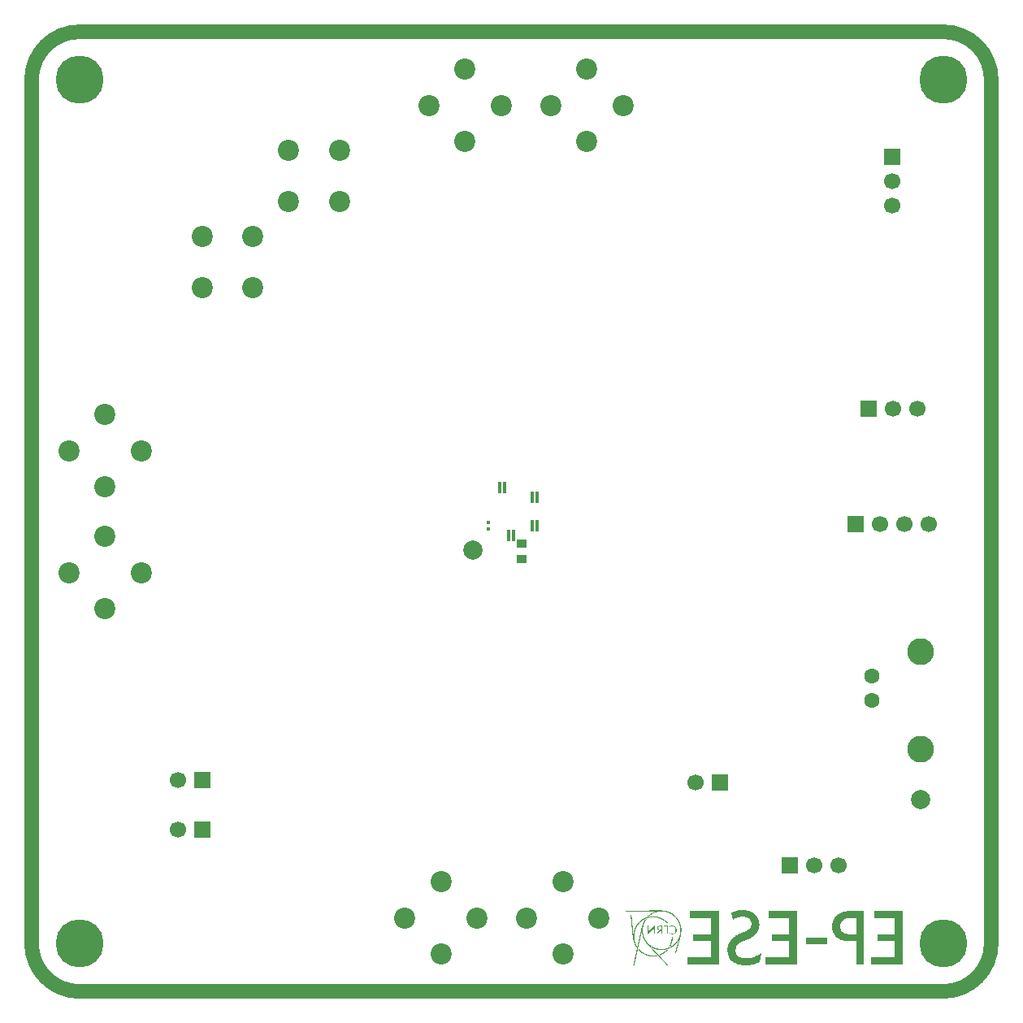
<source format=gbs>
G04*
G04 #@! TF.GenerationSoftware,Altium Limited,Altium Designer,24.2.2 (26)*
G04*
G04 Layer_Color=16711935*
%FSLAX26Y26*%
%MOIN*%
G70*
G04*
G04 #@! TF.SameCoordinates,46F5A5B2-6880-422F-88BA-D3FAC370E1DB*
G04*
G04*
G04 #@! TF.FilePolarity,Negative*
G04*
G01*
G75*
%ADD31R,0.015748X0.017716*%
%ADD32R,0.039370X0.037402*%
%ADD49C,0.059055*%
%ADD51C,0.078740*%
%ADD52C,0.066929*%
%ADD53R,0.066929X0.066929*%
%ADD54R,0.066929X0.066929*%
%ADD55C,0.110236*%
%ADD56C,0.062992*%
%ADD57C,0.086614*%
%ADD58C,0.196850*%
%ADD96R,0.011811X0.047244*%
G36*
X2585139Y332238D02*
X2587417D01*
Y332104D01*
X2589695D01*
Y331970D01*
X2591571D01*
Y331836D01*
X2592911D01*
Y331702D01*
X2594653D01*
Y331568D01*
X2595725D01*
Y331434D01*
X2596663D01*
Y331300D01*
X2597735D01*
Y331166D01*
X2598405D01*
Y331032D01*
X2599343D01*
Y330898D01*
X2600281D01*
Y330764D01*
X2600683D01*
Y330630D01*
X2601487D01*
Y330496D01*
X2602157D01*
Y330362D01*
X2602827D01*
Y330228D01*
X2603363D01*
Y330094D01*
X2603899D01*
Y329960D01*
X2604569D01*
Y329826D01*
X2605106D01*
Y329692D01*
X2605508D01*
Y329558D01*
X2606177D01*
Y329424D01*
X2606579D01*
Y329290D01*
X2607115D01*
Y329156D01*
X2607652D01*
Y329022D01*
X2607920D01*
Y328888D01*
X2608456D01*
Y328754D01*
X2608992D01*
Y328620D01*
X2609394D01*
Y328486D01*
X2609796D01*
Y328352D01*
X2610198D01*
Y328218D01*
X2610600D01*
Y328084D01*
X2611136D01*
Y327950D01*
X2611404D01*
Y327816D01*
X2611806D01*
Y327682D01*
X2612208D01*
Y327548D01*
X2612476D01*
Y327414D01*
X2612878D01*
Y327279D01*
X2613280D01*
Y327146D01*
X2613548D01*
Y327012D01*
X2613950D01*
Y326878D01*
X2614218D01*
Y326743D01*
X2614620D01*
Y326610D01*
X2615022D01*
Y326476D01*
X2615290D01*
Y326341D01*
X2615692D01*
Y326207D01*
X2615960D01*
Y326074D01*
X2616228D01*
Y325940D01*
X2616630D01*
Y325805D01*
X2616898D01*
Y325672D01*
X2617166D01*
Y325538D01*
X2617568D01*
Y325404D01*
X2617702D01*
Y325269D01*
X2618104D01*
Y325135D01*
X2618372D01*
Y325002D01*
X2618640D01*
Y324868D01*
X2619042D01*
Y324733D01*
X2619310D01*
Y324599D01*
X2619578D01*
Y324466D01*
X2619846D01*
Y324332D01*
X2620114D01*
Y324197D01*
X2620382D01*
Y324063D01*
X2620650D01*
Y323930D01*
X2620918D01*
Y323796D01*
X2621186D01*
Y323661D01*
X2621454D01*
Y323527D01*
X2621722D01*
Y323394D01*
X2621990D01*
Y323259D01*
X2622124D01*
Y323125D01*
X2622526D01*
Y322991D01*
X2622660D01*
Y322858D01*
X2622928D01*
Y322723D01*
X2623330D01*
Y322589D01*
X2623464D01*
Y322455D01*
X2623732D01*
Y322321D01*
X2624000D01*
Y322187D01*
X2624134D01*
Y322053D01*
X2624402D01*
Y321919D01*
X2624670D01*
Y321785D01*
X2624938D01*
Y321651D01*
X2625206D01*
Y321517D01*
X2625340D01*
Y321383D01*
X2625608D01*
Y321249D01*
X2625876D01*
Y321115D01*
X2626010D01*
Y320981D01*
X2626278D01*
Y320847D01*
X2626546D01*
Y320713D01*
X2626680D01*
Y320579D01*
X2626948D01*
Y320445D01*
X2627082D01*
Y320311D01*
X2627350D01*
Y320177D01*
X2627618D01*
Y320043D01*
X2627752D01*
Y319909D01*
X2628020D01*
Y319775D01*
X2628154D01*
Y319641D01*
X2628422D01*
Y319507D01*
X2628690D01*
Y319373D01*
X2628824D01*
Y319239D01*
X2629092D01*
Y319105D01*
X2629226D01*
Y318971D01*
X2629360D01*
Y318837D01*
X2629628D01*
Y318703D01*
X2629762D01*
Y318569D01*
X2630030D01*
Y318435D01*
X2630298D01*
Y318301D01*
X2630432D01*
Y318167D01*
X2630566D01*
Y318033D01*
X2630834D01*
Y317899D01*
X2630968D01*
Y317765D01*
X2631236D01*
Y317631D01*
X2631370D01*
Y317497D01*
X2631504D01*
Y317363D01*
X2631772D01*
Y317229D01*
X2631906D01*
Y317095D01*
X2632174D01*
Y316961D01*
X2632308D01*
Y316827D01*
X2632442D01*
Y316693D01*
X2632710D01*
Y316559D01*
X2632844D01*
Y316425D01*
X2632978D01*
Y316291D01*
X2633246D01*
Y316157D01*
X2633380D01*
Y316023D01*
X2633514D01*
Y315889D01*
X2633782D01*
Y315755D01*
X2633916D01*
Y315621D01*
X2634050D01*
Y315487D01*
X2634184D01*
Y315353D01*
X2634452D01*
Y315219D01*
X2634586D01*
Y315085D01*
X2634720D01*
Y314951D01*
X2634854D01*
Y314817D01*
X2635122D01*
Y314683D01*
X2635256D01*
Y314549D01*
X2635390D01*
Y314415D01*
X2635524D01*
Y314281D01*
X2635792D01*
Y314147D01*
X2635926D01*
Y314013D01*
X2636060D01*
Y313879D01*
X2636194D01*
Y313745D01*
X2636328D01*
Y313611D01*
X2636596D01*
Y313477D01*
X2636730D01*
Y313343D01*
X2636864D01*
Y313209D01*
X2636998D01*
Y313075D01*
X2637132D01*
Y312941D01*
X2637266D01*
Y312807D01*
X2637534D01*
Y312673D01*
X2637668D01*
Y312539D01*
X2637802D01*
Y312405D01*
X2637936D01*
Y312271D01*
X2638070D01*
Y312137D01*
X2638204D01*
Y312003D01*
X2638472D01*
Y311735D01*
X2638740D01*
Y311601D01*
X2638874D01*
Y311467D01*
X2639008D01*
Y311333D01*
X2639142D01*
Y311199D01*
X2639276D01*
Y311065D01*
X2639410D01*
Y310931D01*
X2639544D01*
Y310797D01*
X2639678D01*
Y310663D01*
X2639812D01*
Y310529D01*
X2639947D01*
Y310395D01*
X2640081D01*
Y310261D01*
X2640349D01*
Y310127D01*
X2640483D01*
Y309993D01*
X2640617D01*
Y309859D01*
X2640751D01*
Y309725D01*
X2640885D01*
Y309591D01*
X2641019D01*
Y309457D01*
X2641153D01*
Y309323D01*
X2641287D01*
Y309189D01*
X2641421D01*
Y309055D01*
X2641555D01*
Y308921D01*
X2641689D01*
Y308787D01*
X2641823D01*
Y308653D01*
X2641956D01*
Y308519D01*
X2642091D01*
Y308385D01*
X2642224D01*
Y308251D01*
X2642359D01*
Y308117D01*
X2642493D01*
Y307983D01*
X2642627D01*
Y307849D01*
X2642761D01*
Y307715D01*
X2642895D01*
Y307581D01*
X2643029D01*
Y307447D01*
X2643163D01*
Y307179D01*
X2643297D01*
Y307045D01*
X2643431D01*
Y306911D01*
X2643565D01*
Y306777D01*
X2643699D01*
Y306643D01*
X2643833D01*
Y306509D01*
X2643967D01*
Y306375D01*
X2644101D01*
Y306241D01*
X2644235D01*
Y306107D01*
X2644369D01*
Y305973D01*
X2644503D01*
Y305839D01*
X2644637D01*
Y305705D01*
X2644771D01*
Y305571D01*
X2644905D01*
Y305303D01*
X2645039D01*
Y305169D01*
X2645173D01*
Y305035D01*
X2645307D01*
Y304901D01*
X2645441D01*
Y304767D01*
X2645575D01*
Y304633D01*
X2645709D01*
Y304499D01*
X2645843D01*
Y304231D01*
X2645977D01*
Y304097D01*
X2646111D01*
Y303963D01*
X2646245D01*
Y303829D01*
X2646379D01*
Y303695D01*
X2646513D01*
Y303561D01*
X2646647D01*
Y303293D01*
X2646781D01*
Y303159D01*
X2646915D01*
Y303025D01*
X2647049D01*
Y302891D01*
X2647183D01*
Y302757D01*
X2647317D01*
Y302489D01*
X2647451D01*
Y302355D01*
X2647585D01*
Y302221D01*
X2647719D01*
Y301953D01*
X2647853D01*
Y301819D01*
X2647987D01*
Y301685D01*
X2648121D01*
Y301551D01*
X2648255D01*
Y301417D01*
X2648389D01*
Y301149D01*
X2648523D01*
Y301015D01*
X2648657D01*
Y300881D01*
X2648791D01*
Y300613D01*
X2648925D01*
Y300479D01*
X2649059D01*
Y300345D01*
X2649193D01*
Y300077D01*
X2649327D01*
Y299943D01*
X2649461D01*
Y299809D01*
X2649595D01*
Y299541D01*
X2649729D01*
Y299407D01*
X2649863D01*
Y299273D01*
X2649997D01*
Y299005D01*
X2650131D01*
Y298871D01*
X2650265D01*
Y298737D01*
X2650399D01*
Y298469D01*
X2650533D01*
Y298335D01*
X2650667D01*
Y298067D01*
X2650801D01*
Y297933D01*
X2650935D01*
Y297799D01*
X2651069D01*
Y297531D01*
X2651203D01*
Y297397D01*
X2651337D01*
Y297129D01*
X2651471D01*
Y296995D01*
X2651605D01*
Y296727D01*
X2651739D01*
Y296593D01*
X2651873D01*
Y296459D01*
X2652007D01*
Y296191D01*
X2652141D01*
Y296057D01*
X2652275D01*
Y295789D01*
X2652409D01*
Y295521D01*
X2652543D01*
Y295387D01*
X2652677D01*
Y295119D01*
X2652811D01*
Y294985D01*
X2652945D01*
Y294851D01*
X2653079D01*
Y294583D01*
X2653213D01*
Y294315D01*
X2653347D01*
Y294181D01*
X2653481D01*
Y293913D01*
X2653615D01*
Y293645D01*
X2653749D01*
Y293511D01*
X2653883D01*
Y293243D01*
X2654017D01*
Y293109D01*
X2654151D01*
Y292841D01*
X2654285D01*
Y292573D01*
X2654419D01*
Y292439D01*
X2654553D01*
Y292171D01*
X2654687D01*
Y291902D01*
X2654821D01*
Y291769D01*
X2654955D01*
Y291366D01*
X2655089D01*
Y291233D01*
X2655223D01*
Y290964D01*
X2655357D01*
Y290697D01*
X2655491D01*
Y290562D01*
X2655625D01*
Y290295D01*
X2655759D01*
Y290026D01*
X2655893D01*
Y289759D01*
X2656027D01*
Y289490D01*
X2656161D01*
Y289356D01*
X2656295D01*
Y289089D01*
X2656429D01*
Y288820D01*
X2656563D01*
Y288553D01*
X2656697D01*
Y288284D01*
X2656831D01*
Y288017D01*
X2656965D01*
Y287748D01*
X2657099D01*
Y287480D01*
X2657233D01*
Y287212D01*
X2657367D01*
Y286944D01*
X2657501D01*
Y286676D01*
X2657635D01*
Y286408D01*
X2657769D01*
Y286140D01*
X2657903D01*
Y285872D01*
X2658037D01*
Y285604D01*
X2658171D01*
Y285336D01*
X2658305D01*
Y285068D01*
X2658439D01*
Y284800D01*
X2658573D01*
Y284398D01*
X2658707D01*
Y284130D01*
X2658841D01*
Y283862D01*
X2658975D01*
Y283594D01*
X2659109D01*
Y283192D01*
X2659243D01*
Y282924D01*
X2659377D01*
Y282790D01*
X2659511D01*
Y282388D01*
X2659645D01*
Y281986D01*
X2659779D01*
Y281718D01*
X2659913D01*
Y281316D01*
X2660047D01*
Y281048D01*
X2660181D01*
Y280780D01*
X2660315D01*
Y280378D01*
X2660449D01*
Y280110D01*
X2660583D01*
Y279708D01*
X2660717D01*
Y279306D01*
X2660851D01*
Y279038D01*
X2660985D01*
Y278636D01*
X2661119D01*
Y278368D01*
X2661253D01*
Y277832D01*
X2661387D01*
Y277430D01*
X2661521D01*
Y277162D01*
X2661655D01*
Y276760D01*
X2661789D01*
Y276358D01*
X2661923D01*
Y275956D01*
X2662057D01*
Y275554D01*
X2662191D01*
Y275152D01*
X2662325D01*
Y274750D01*
X2662459D01*
Y274214D01*
X2662593D01*
Y273946D01*
X2662727D01*
Y273410D01*
X2662861D01*
Y272874D01*
X2662995D01*
Y272472D01*
X2663129D01*
Y271936D01*
X2663263D01*
Y271534D01*
X2663397D01*
Y270998D01*
X2663531D01*
Y270462D01*
X2663665D01*
Y270060D01*
X2663799D01*
Y269390D01*
X2663933D01*
Y268854D01*
X2664067D01*
Y268318D01*
X2664201D01*
Y267514D01*
X2664335D01*
Y267112D01*
X2664469D01*
Y266308D01*
X2664603D01*
Y265504D01*
X2664737D01*
Y265102D01*
X2664871D01*
Y264164D01*
X2665005D01*
Y263494D01*
X2665139D01*
Y262556D01*
X2665273D01*
Y261484D01*
X2665407D01*
Y260814D01*
X2665541D01*
Y259474D01*
X2665675D01*
Y258000D01*
X2665809D01*
Y256793D01*
X2665943D01*
Y254247D01*
X2666077D01*
Y247547D01*
X2665943D01*
Y245135D01*
X2665809D01*
Y243929D01*
X2665675D01*
Y242455D01*
X2665541D01*
Y241115D01*
X2665407D01*
Y240311D01*
X2665273D01*
Y239239D01*
X2665139D01*
Y238301D01*
X2665005D01*
Y237497D01*
X2664871D01*
Y236559D01*
X2664737D01*
Y235889D01*
X2664603D01*
Y235085D01*
X2664469D01*
Y234147D01*
X2664335D01*
Y233611D01*
X2664201D01*
Y232807D01*
X2664067D01*
Y232137D01*
X2663933D01*
Y231467D01*
X2663799D01*
Y230797D01*
X2663665D01*
Y230261D01*
X2663531D01*
Y229591D01*
X2663397D01*
Y228921D01*
X2663263D01*
Y228385D01*
X2663129D01*
Y227715D01*
X2662995D01*
Y227179D01*
X2662861D01*
Y226643D01*
X2662727D01*
Y225973D01*
X2662593D01*
Y225571D01*
X2662459D01*
Y224901D01*
X2662325D01*
Y224231D01*
X2662191D01*
Y223829D01*
X2662057D01*
Y223159D01*
X2661923D01*
Y222623D01*
X2661789D01*
Y222220D01*
X2661655D01*
Y221550D01*
X2661521D01*
Y221149D01*
X2661387D01*
Y220613D01*
X2661253D01*
Y219942D01*
X2661119D01*
Y219541D01*
X2660985D01*
Y219005D01*
X2660851D01*
Y218468D01*
X2660717D01*
Y218066D01*
X2660583D01*
Y217396D01*
X2660449D01*
Y216994D01*
X2660315D01*
Y216458D01*
X2660181D01*
Y215922D01*
X2660047D01*
Y215520D01*
X2659913D01*
Y214984D01*
X2659779D01*
Y214448D01*
X2659645D01*
Y214046D01*
X2659511D01*
Y213376D01*
X2659377D01*
Y213108D01*
X2659243D01*
Y212438D01*
X2659109D01*
Y212036D01*
X2658975D01*
Y211634D01*
X2658841D01*
Y211098D01*
X2658707D01*
Y210562D01*
X2658573D01*
Y210160D01*
X2658439D01*
Y209624D01*
X2658305D01*
Y209222D01*
X2658171D01*
Y208686D01*
X2658037D01*
Y208150D01*
X2657903D01*
Y207748D01*
X2657769D01*
Y207212D01*
X2657635D01*
Y206810D01*
X2657501D01*
Y206408D01*
X2657367D01*
Y205738D01*
X2657233D01*
Y205470D01*
X2657099D01*
Y204934D01*
X2656965D01*
Y204398D01*
X2656831D01*
Y203996D01*
X2656697D01*
Y203460D01*
X2656563D01*
Y203058D01*
X2656429D01*
Y202522D01*
X2656295D01*
Y201986D01*
X2656161D01*
Y201718D01*
X2656027D01*
Y201182D01*
X2655893D01*
Y200646D01*
X2655759D01*
Y200244D01*
X2655625D01*
Y199708D01*
X2655491D01*
Y199306D01*
X2655357D01*
Y198904D01*
X2655223D01*
Y198234D01*
X2655089D01*
Y197966D01*
X2654955D01*
Y197430D01*
X2654821D01*
Y196894D01*
X2654687D01*
Y196492D01*
X2654553D01*
Y195956D01*
X2654419D01*
Y195554D01*
X2654285D01*
Y195018D01*
X2654151D01*
Y194482D01*
X2654017D01*
Y194214D01*
X2653883D01*
Y193678D01*
X2653749D01*
Y193142D01*
X2653615D01*
Y192740D01*
X2653481D01*
Y192204D01*
X2653347D01*
Y191802D01*
X2653213D01*
Y191400D01*
X2653079D01*
Y190730D01*
X2652945D01*
Y190462D01*
X2652811D01*
Y189926D01*
X2652677D01*
Y189390D01*
X2652543D01*
Y188988D01*
X2652409D01*
Y188452D01*
X2652275D01*
Y188049D01*
X2652141D01*
Y187648D01*
X2652007D01*
Y186977D01*
X2651873D01*
Y186709D01*
X2651739D01*
Y186173D01*
X2651605D01*
Y185637D01*
X2651471D01*
Y185235D01*
X2651337D01*
Y184699D01*
X2651203D01*
Y184297D01*
X2651069D01*
Y183895D01*
X2650935D01*
Y183359D01*
X2650801D01*
Y182957D01*
X2650667D01*
Y182421D01*
X2650533D01*
Y181885D01*
X2650399D01*
Y181617D01*
X2650265D01*
Y181081D01*
X2650131D01*
Y180545D01*
X2649997D01*
Y180143D01*
X2649863D01*
Y179607D01*
X2649729D01*
Y179205D01*
X2649595D01*
Y178803D01*
X2649461D01*
Y178133D01*
X2649327D01*
Y177865D01*
X2649193D01*
Y177329D01*
X2649059D01*
Y176793D01*
X2648925D01*
Y176391D01*
X2648791D01*
Y175855D01*
X2648657D01*
Y175453D01*
X2648523D01*
Y174917D01*
X2648389D01*
Y174515D01*
X2648255D01*
Y174113D01*
X2648121D01*
Y173577D01*
X2647987D01*
Y173175D01*
X2647853D01*
Y172639D01*
X2647719D01*
Y172103D01*
X2647585D01*
Y171835D01*
X2647451D01*
Y171299D01*
X2647317D01*
Y170763D01*
X2647183D01*
Y170361D01*
X2647049D01*
Y169825D01*
X2646915D01*
Y169423D01*
X2646781D01*
Y169021D01*
X2646647D01*
Y168485D01*
X2646513D01*
Y168083D01*
X2646379D01*
Y167547D01*
X2646245D01*
Y167011D01*
X2646111D01*
Y166743D01*
X2645977D01*
Y166073D01*
X2645843D01*
Y165671D01*
X2645709D01*
Y165269D01*
X2645575D01*
Y164733D01*
X2645441D01*
Y164331D01*
X2645307D01*
Y163795D01*
X2645173D01*
Y163259D01*
X2645039D01*
Y162991D01*
X2644905D01*
Y162455D01*
X2644771D01*
Y162053D01*
X2644637D01*
Y161517D01*
X2644503D01*
Y160981D01*
X2644369D01*
Y160579D01*
X2644235D01*
Y160177D01*
X2644101D01*
Y159641D01*
X2643967D01*
Y159239D01*
X2643833D01*
Y158703D01*
X2643699D01*
Y158301D01*
X2643565D01*
Y157899D01*
X2643431D01*
Y157363D01*
X2643297D01*
Y156961D01*
X2643163D01*
Y156693D01*
X2639008D01*
Y156827D01*
X2638874D01*
Y156961D01*
X2639008D01*
Y157229D01*
X2639142D01*
Y157899D01*
X2639276D01*
Y158167D01*
X2639410D01*
Y158703D01*
X2639544D01*
Y159239D01*
X2639678D01*
Y159507D01*
X2639812D01*
Y160043D01*
X2639947D01*
Y160445D01*
X2640081D01*
Y160847D01*
X2640215D01*
Y161517D01*
X2640349D01*
Y161785D01*
X2640483D01*
Y162321D01*
X2640617D01*
Y162857D01*
X2640751D01*
Y163125D01*
X2640885D01*
Y163661D01*
X2641019D01*
Y164063D01*
X2641153D01*
Y164465D01*
X2641287D01*
Y165001D01*
X2641421D01*
Y165403D01*
X2641555D01*
Y165939D01*
X2641689D01*
Y166475D01*
X2641823D01*
Y166743D01*
X2641956D01*
Y167279D01*
X2642091D01*
Y167681D01*
X2642224D01*
Y168083D01*
X2642359D01*
Y168619D01*
X2642493D01*
Y169021D01*
X2642627D01*
Y169557D01*
X2642761D01*
Y170093D01*
X2642895D01*
Y170361D01*
X2643029D01*
Y170897D01*
X2643163D01*
Y171299D01*
X2643297D01*
Y171701D01*
X2643431D01*
Y172371D01*
X2643565D01*
Y172639D01*
X2643699D01*
Y173175D01*
X2643833D01*
Y173711D01*
X2643967D01*
Y173979D01*
X2644101D01*
Y174515D01*
X2644235D01*
Y174917D01*
X2644369D01*
Y175319D01*
X2644503D01*
Y175989D01*
X2644637D01*
Y176257D01*
X2644771D01*
Y176793D01*
X2644905D01*
Y177329D01*
X2645039D01*
Y177597D01*
X2645173D01*
Y178133D01*
X2645307D01*
Y178535D01*
X2645441D01*
Y178937D01*
X2645575D01*
Y179607D01*
X2645709D01*
Y179875D01*
X2645843D01*
Y180411D01*
X2645977D01*
Y180947D01*
X2646111D01*
Y181215D01*
X2646245D01*
Y181751D01*
X2646379D01*
Y182153D01*
X2646513D01*
Y182689D01*
X2646647D01*
Y183091D01*
X2646781D01*
Y183493D01*
X2646915D01*
Y184029D01*
X2647049D01*
Y184565D01*
X2647183D01*
Y184833D01*
X2647317D01*
Y185369D01*
X2647451D01*
Y185905D01*
X2647585D01*
Y186173D01*
X2647719D01*
Y186844D01*
X2647853D01*
Y187112D01*
X2647987D01*
Y187648D01*
X2648121D01*
Y188184D01*
X2648255D01*
Y188452D01*
X2648389D01*
Y188988D01*
X2648523D01*
Y189390D01*
X2648657D01*
Y189792D01*
X2648791D01*
Y190462D01*
X2648925D01*
Y190730D01*
X2649059D01*
Y191266D01*
X2649193D01*
Y191802D01*
X2649327D01*
Y192070D01*
X2649461D01*
Y192606D01*
X2649595D01*
Y193008D01*
X2649729D01*
Y193410D01*
X2649863D01*
Y193946D01*
X2649997D01*
Y194348D01*
X2650131D01*
Y194884D01*
X2650265D01*
Y195420D01*
X2650399D01*
Y195688D01*
X2650533D01*
Y196224D01*
X2650667D01*
Y196626D01*
X2650801D01*
Y197028D01*
X2650935D01*
Y197564D01*
X2651069D01*
Y197966D01*
X2651203D01*
Y198502D01*
X2651337D01*
Y199038D01*
X2651471D01*
Y199306D01*
X2651605D01*
Y199842D01*
X2651739D01*
Y200244D01*
X2651873D01*
Y200646D01*
X2652007D01*
Y201316D01*
X2652141D01*
Y201584D01*
X2652275D01*
Y202120D01*
X2652409D01*
Y202656D01*
X2652543D01*
Y202924D01*
X2652677D01*
Y203460D01*
X2652811D01*
Y203862D01*
X2652945D01*
Y204264D01*
X2653079D01*
Y204934D01*
X2653213D01*
Y205202D01*
X2653347D01*
Y205738D01*
X2653481D01*
Y206274D01*
X2653615D01*
Y206542D01*
X2653749D01*
Y207078D01*
X2653883D01*
Y207480D01*
X2654017D01*
Y207882D01*
X2654151D01*
Y208552D01*
X2654285D01*
Y208820D01*
X2654419D01*
Y209356D01*
X2654553D01*
Y209758D01*
X2654687D01*
Y210160D01*
X2654821D01*
Y210562D01*
X2654553D01*
Y210294D01*
X2654419D01*
Y210026D01*
X2654285D01*
Y209758D01*
X2654151D01*
Y209490D01*
X2654017D01*
Y209356D01*
X2653883D01*
Y208954D01*
X2653749D01*
Y208820D01*
X2653615D01*
Y208552D01*
X2653481D01*
Y208284D01*
X2653347D01*
Y208150D01*
X2653213D01*
Y207882D01*
X2653079D01*
Y207614D01*
X2652945D01*
Y207346D01*
X2652811D01*
Y207212D01*
X2652677D01*
Y206944D01*
X2652543D01*
Y206810D01*
X2652409D01*
Y206542D01*
X2652275D01*
Y206274D01*
X2652141D01*
Y206140D01*
X2652007D01*
Y205872D01*
X2651873D01*
Y205738D01*
X2651739D01*
Y205470D01*
X2651605D01*
Y205202D01*
X2651471D01*
Y205068D01*
X2651337D01*
Y204800D01*
X2651203D01*
Y204666D01*
X2651069D01*
Y204398D01*
X2650935D01*
Y204264D01*
X2650801D01*
Y203996D01*
X2650667D01*
Y203862D01*
X2650533D01*
Y203594D01*
X2650399D01*
Y203460D01*
X2650265D01*
Y203192D01*
X2650131D01*
Y203058D01*
X2649997D01*
Y202924D01*
X2649863D01*
Y202656D01*
X2649729D01*
Y202522D01*
X2649595D01*
Y202254D01*
X2649461D01*
Y202120D01*
X2649327D01*
Y201986D01*
X2649193D01*
Y201718D01*
X2649059D01*
Y201584D01*
X2648925D01*
Y201450D01*
X2648791D01*
Y201182D01*
X2648657D01*
Y201048D01*
X2648523D01*
Y200914D01*
X2648389D01*
Y200646D01*
X2648255D01*
Y200512D01*
X2648121D01*
Y200378D01*
X2647987D01*
Y200244D01*
X2647853D01*
Y199976D01*
X2647719D01*
Y199842D01*
X2647585D01*
Y199708D01*
X2647451D01*
Y199440D01*
X2647317D01*
Y199306D01*
X2647183D01*
Y199172D01*
X2647049D01*
Y199038D01*
X2646915D01*
Y198770D01*
X2646781D01*
Y198636D01*
X2646647D01*
Y198502D01*
X2646513D01*
Y198368D01*
X2646379D01*
Y198234D01*
X2646245D01*
Y197966D01*
X2646111D01*
Y197832D01*
X2645977D01*
Y197698D01*
X2645843D01*
Y197564D01*
X2645709D01*
Y197430D01*
X2645575D01*
Y197296D01*
X2645441D01*
Y197028D01*
X2645307D01*
Y196894D01*
X2645173D01*
Y196760D01*
X2645039D01*
Y196626D01*
X2644905D01*
Y196492D01*
X2644771D01*
Y196358D01*
X2644637D01*
Y196224D01*
X2644503D01*
Y196090D01*
X2644369D01*
Y195956D01*
X2644235D01*
Y195688D01*
X2644101D01*
Y195554D01*
X2643967D01*
Y195420D01*
X2643833D01*
Y195286D01*
X2643699D01*
Y195152D01*
X2643565D01*
Y195018D01*
X2643431D01*
Y194884D01*
X2643297D01*
Y194750D01*
X2643163D01*
Y194616D01*
X2643029D01*
Y194482D01*
X2642895D01*
Y194348D01*
X2642761D01*
Y194214D01*
X2642627D01*
Y194080D01*
X2642493D01*
Y193946D01*
X2642359D01*
Y193812D01*
X2642224D01*
Y193678D01*
X2642091D01*
Y193544D01*
X2641956D01*
Y193410D01*
X2641823D01*
Y193276D01*
X2641689D01*
Y193142D01*
X2641555D01*
Y193008D01*
X2641421D01*
Y192874D01*
X2641287D01*
Y192740D01*
X2641153D01*
Y192606D01*
X2641019D01*
Y192472D01*
X2640885D01*
Y192338D01*
X2640751D01*
Y192204D01*
X2640617D01*
Y192070D01*
X2640483D01*
Y191936D01*
X2640349D01*
Y191802D01*
X2640215D01*
Y191668D01*
X2640081D01*
Y191534D01*
X2639947D01*
Y191400D01*
X2639812D01*
Y191266D01*
X2639678D01*
Y191132D01*
X2639544D01*
Y190998D01*
X2639276D01*
Y190864D01*
X2639142D01*
Y190730D01*
X2639008D01*
Y190596D01*
X2638874D01*
Y190462D01*
X2638740D01*
Y190328D01*
X2638606D01*
Y190194D01*
X2638472D01*
Y190060D01*
X2638338D01*
Y189926D01*
X2638070D01*
Y189792D01*
X2637936D01*
Y189658D01*
X2637802D01*
Y189524D01*
X2637668D01*
Y189390D01*
X2637534D01*
Y189256D01*
X2637400D01*
Y189122D01*
X2637132D01*
Y188988D01*
X2636998D01*
Y188854D01*
X2636864D01*
Y188720D01*
X2636730D01*
Y188586D01*
X2636596D01*
Y188452D01*
X2636328D01*
Y188317D01*
X2636194D01*
Y188184D01*
X2636060D01*
Y188049D01*
X2635926D01*
Y187916D01*
X2635792D01*
Y187781D01*
X2635658D01*
Y187648D01*
X2635390D01*
Y187513D01*
X2635256D01*
Y187380D01*
X2635122D01*
Y187245D01*
X2634854D01*
Y187112D01*
X2634720D01*
Y186977D01*
X2634586D01*
Y186844D01*
X2634318D01*
Y186709D01*
X2634184D01*
Y186576D01*
X2634050D01*
Y186441D01*
X2633916D01*
Y186308D01*
X2633648D01*
Y186173D01*
X2633514D01*
Y186040D01*
X2633380D01*
Y185905D01*
X2633112D01*
Y185771D01*
X2632978D01*
Y185637D01*
X2632844D01*
Y185503D01*
X2632576D01*
Y185369D01*
X2632442D01*
Y185235D01*
X2632308D01*
Y185101D01*
X2632040D01*
Y184967D01*
X2631906D01*
Y184833D01*
X2631638D01*
Y184699D01*
X2631504D01*
Y184565D01*
X2631370D01*
Y184431D01*
X2631102D01*
Y184297D01*
X2630834D01*
Y184163D01*
X2630700D01*
Y184029D01*
X2630432D01*
Y183895D01*
X2630298D01*
Y183761D01*
X2630164D01*
Y183627D01*
X2629896D01*
Y183493D01*
X2629762D01*
Y183359D01*
X2629494D01*
Y183225D01*
X2629360D01*
Y183091D01*
X2629092D01*
Y182957D01*
X2628824D01*
Y182823D01*
X2628690D01*
Y182689D01*
X2628556D01*
Y182555D01*
X2628288D01*
Y182421D01*
X2628154D01*
Y182287D01*
X2627752D01*
Y182153D01*
X2627618D01*
Y182019D01*
X2627350D01*
Y181885D01*
X2627216D01*
Y181751D01*
X2626948D01*
Y181617D01*
X2626814D01*
Y181483D01*
X2626546D01*
Y181349D01*
X2626278D01*
Y181215D01*
X2626144D01*
Y181081D01*
X2625876D01*
Y180947D01*
X2625608D01*
Y180813D01*
X2625340D01*
Y180679D01*
X2625206D01*
Y180545D01*
X2624938D01*
Y180411D01*
X2624670D01*
Y180277D01*
X2624536D01*
Y180143D01*
X2624268D01*
Y180009D01*
X2624000D01*
Y179875D01*
X2623732D01*
Y179741D01*
X2623464D01*
Y179607D01*
X2623330D01*
Y179473D01*
X2623062D01*
Y179339D01*
X2622660D01*
Y179205D01*
X2622526D01*
Y179071D01*
X2622258D01*
Y178937D01*
X2621990D01*
Y178803D01*
X2621722D01*
Y178669D01*
X2621454D01*
Y178535D01*
X2621186D01*
Y178401D01*
X2620918D01*
Y178267D01*
X2620650D01*
Y178133D01*
X2620382D01*
Y177999D01*
X2620114D01*
Y177865D01*
X2619846D01*
Y177731D01*
X2619578D01*
Y177597D01*
X2619310D01*
Y177463D01*
X2619042D01*
Y177329D01*
X2618640D01*
Y177195D01*
X2618372D01*
Y177061D01*
X2618104D01*
Y176927D01*
X2617836D01*
Y176793D01*
X2617568D01*
Y176659D01*
X2617300D01*
Y176525D01*
X2616898D01*
Y176391D01*
X2616630D01*
Y176257D01*
X2616228D01*
Y176123D01*
X2615960D01*
Y175989D01*
X2615692D01*
Y175855D01*
X2615290D01*
Y175721D01*
X2615022D01*
Y175587D01*
X2614620D01*
Y175453D01*
X2614218D01*
Y175319D01*
X2614084D01*
Y175185D01*
X2613682D01*
Y175051D01*
X2613146D01*
Y174917D01*
X2613012D01*
Y174783D01*
X2612476D01*
Y174649D01*
X2612208D01*
Y174515D01*
X2611806D01*
Y174381D01*
X2611404D01*
Y174247D01*
X2611136D01*
Y174113D01*
X2610600D01*
Y173979D01*
X2610198D01*
Y173845D01*
X2609930D01*
Y173711D01*
X2609394D01*
Y173577D01*
X2608992D01*
Y173443D01*
X2608590D01*
Y173309D01*
X2608054D01*
Y173175D01*
X2607786D01*
Y173041D01*
X2607250D01*
Y172907D01*
X2606714D01*
Y172773D01*
X2606445D01*
Y172639D01*
X2605776D01*
Y172505D01*
X2605374D01*
Y172371D01*
X2604838D01*
Y172237D01*
X2604168D01*
Y172103D01*
X2603765D01*
Y171969D01*
X2603229D01*
Y171835D01*
X2602559D01*
Y171701D01*
X2602023D01*
Y171567D01*
X2601353D01*
Y171433D01*
X2600817D01*
Y171299D01*
X2600147D01*
Y171165D01*
X2599209D01*
Y171031D01*
X2598673D01*
Y170897D01*
X2597735D01*
Y170763D01*
X2596931D01*
Y170629D01*
X2596127D01*
Y170495D01*
X2594921D01*
Y170361D01*
X2593983D01*
Y170227D01*
X2592777D01*
Y170093D01*
X2592643D01*
Y170227D01*
X2592509D01*
Y170093D01*
X2590901D01*
Y169959D01*
X2589025D01*
Y169825D01*
X2581119D01*
Y169959D01*
X2579377D01*
Y170093D01*
X2577501D01*
Y170227D01*
X2577367D01*
Y170093D01*
X2577233D01*
Y170227D01*
X2576027D01*
Y170361D01*
X2574955D01*
Y170495D01*
X2573749D01*
Y170629D01*
X2573079D01*
Y170763D01*
X2572006D01*
Y170897D01*
X2571068D01*
Y171031D01*
X2570532D01*
Y171165D01*
X2569728D01*
Y171299D01*
X2568924D01*
Y171433D01*
X2568388D01*
Y171567D01*
X2567718D01*
Y171701D01*
X2567048D01*
Y171835D01*
X2566512D01*
Y171969D01*
X2565842D01*
Y172103D01*
X2565440D01*
Y172237D01*
X2564770D01*
Y172371D01*
X2564234D01*
Y172505D01*
X2563832D01*
Y172639D01*
X2563162D01*
Y172773D01*
X2562894D01*
Y172907D01*
X2562358D01*
Y173041D01*
X2561822D01*
Y173175D01*
X2561554D01*
Y173309D01*
X2560884D01*
Y173443D01*
X2560482D01*
Y173577D01*
X2560214D01*
Y173711D01*
X2559678D01*
Y173845D01*
X2559410D01*
Y173979D01*
X2558874D01*
Y174113D01*
X2558472D01*
Y174247D01*
X2558204D01*
Y174381D01*
X2557668D01*
Y174515D01*
X2557400D01*
Y174649D01*
X2557132D01*
Y174783D01*
X2556596D01*
Y174917D01*
X2556328D01*
Y175051D01*
X2555926D01*
Y175185D01*
X2555658D01*
Y175319D01*
X2555390D01*
Y175453D01*
X2554988D01*
Y175587D01*
X2554586D01*
Y175721D01*
X2554318D01*
Y175855D01*
X2553916D01*
Y175989D01*
X2553782D01*
Y176123D01*
X2553380D01*
Y176257D01*
X2552978D01*
Y176391D01*
X2552844D01*
Y176525D01*
X2552442D01*
Y176659D01*
X2552174D01*
Y176793D01*
X2551906D01*
Y176927D01*
X2551504D01*
Y177061D01*
X2551370D01*
Y177195D01*
X2550968D01*
Y177329D01*
X2550700D01*
Y177463D01*
X2550566D01*
Y177597D01*
X2550164D01*
Y177731D01*
X2549896D01*
Y177865D01*
X2549628D01*
Y177999D01*
X2549360D01*
Y178133D01*
X2549226D01*
Y178267D01*
X2548824D01*
Y178401D01*
X2548556D01*
Y178535D01*
X2548422D01*
Y178669D01*
X2548154D01*
Y178803D01*
X2547886D01*
Y178937D01*
X2547618D01*
Y179071D01*
X2547350D01*
Y179205D01*
X2547216D01*
Y179339D01*
X2546814D01*
Y179473D01*
X2546680D01*
Y179607D01*
X2546412D01*
Y179741D01*
X2546144D01*
Y179875D01*
X2546010D01*
Y180009D01*
X2545742D01*
Y180143D01*
X2545474D01*
Y180277D01*
X2545340D01*
Y180411D01*
X2545072D01*
Y180545D01*
X2544804D01*
Y180679D01*
X2544670D01*
Y180813D01*
X2544402D01*
Y180947D01*
X2544134D01*
Y181081D01*
X2544000D01*
Y181215D01*
X2543732D01*
Y181349D01*
X2543598D01*
Y181483D01*
X2543330D01*
Y181617D01*
X2543196D01*
Y181751D01*
X2542928D01*
Y181885D01*
X2542660D01*
Y182019D01*
X2542526D01*
Y182153D01*
X2542392D01*
Y182287D01*
X2542124D01*
Y182421D01*
X2541990D01*
Y182555D01*
X2541722D01*
Y182689D01*
X2541588D01*
Y182823D01*
X2541454D01*
Y182957D01*
X2541186D01*
Y182689D01*
X2541320D01*
Y182555D01*
X2541454D01*
Y182421D01*
X2541588D01*
Y182287D01*
X2541722D01*
Y182153D01*
X2541856D01*
Y182019D01*
X2541990D01*
Y181885D01*
X2542124D01*
Y181751D01*
X2542258D01*
Y181617D01*
X2542392D01*
Y181483D01*
X2542526D01*
Y181349D01*
X2542660D01*
Y181081D01*
X2542794D01*
Y180947D01*
X2542928D01*
Y180813D01*
X2543062D01*
Y180679D01*
X2543196D01*
Y180545D01*
X2543330D01*
Y180411D01*
X2543464D01*
Y180277D01*
X2543598D01*
Y180143D01*
X2543732D01*
Y180009D01*
X2543866D01*
Y179875D01*
X2544000D01*
Y179741D01*
X2544134D01*
Y179607D01*
X2544268D01*
Y179473D01*
X2544402D01*
Y179339D01*
X2544536D01*
Y179071D01*
X2544670D01*
Y178937D01*
X2544804D01*
Y178803D01*
X2544938D01*
Y178669D01*
X2545072D01*
Y178535D01*
X2545206D01*
Y178401D01*
X2545340D01*
Y178267D01*
X2545474D01*
Y178133D01*
X2545608D01*
Y177999D01*
X2545742D01*
Y177865D01*
X2545876D01*
Y177731D01*
X2546010D01*
Y177597D01*
X2546144D01*
Y177463D01*
X2546278D01*
Y177329D01*
X2546412D01*
Y177195D01*
X2546546D01*
Y176927D01*
X2546680D01*
Y176793D01*
X2546814D01*
Y176659D01*
X2546948D01*
Y176525D01*
X2547082D01*
Y176391D01*
X2547216D01*
Y176257D01*
X2547350D01*
Y176123D01*
X2547484D01*
Y175989D01*
X2547618D01*
Y175855D01*
X2547752D01*
Y175721D01*
X2547886D01*
Y175587D01*
X2548020D01*
Y175453D01*
X2548154D01*
Y175319D01*
X2548288D01*
Y175185D01*
X2548422D01*
Y175051D01*
X2548556D01*
Y174917D01*
X2548690D01*
Y174783D01*
X2548824D01*
Y174515D01*
X2548958D01*
Y174381D01*
X2549092D01*
Y174247D01*
X2549226D01*
Y174113D01*
X2549360D01*
Y173979D01*
X2549494D01*
Y173845D01*
X2549628D01*
Y173711D01*
X2549762D01*
Y173577D01*
X2549896D01*
Y173443D01*
X2550030D01*
Y173309D01*
X2550164D01*
Y173175D01*
X2550298D01*
Y173041D01*
X2550432D01*
Y172907D01*
X2550566D01*
Y172639D01*
X2550834D01*
Y172371D01*
X2550968D01*
Y172237D01*
X2551102D01*
Y172103D01*
X2551236D01*
Y171969D01*
X2551370D01*
Y171835D01*
X2551504D01*
Y171701D01*
X2551638D01*
Y171567D01*
X2551772D01*
Y171433D01*
X2551906D01*
Y171299D01*
X2552040D01*
Y171165D01*
X2552174D01*
Y171031D01*
X2552308D01*
Y170897D01*
X2552442D01*
Y170763D01*
X2552576D01*
Y170629D01*
X2552710D01*
Y170495D01*
X2552844D01*
Y170361D01*
X2552978D01*
Y170093D01*
X2553112D01*
Y169959D01*
X2553246D01*
Y169825D01*
X2553380D01*
Y169691D01*
X2553514D01*
Y169557D01*
X2553648D01*
Y169423D01*
X2553782D01*
Y169289D01*
X2553916D01*
Y169155D01*
X2554050D01*
Y169021D01*
X2554184D01*
Y168887D01*
X2554318D01*
Y168753D01*
X2554452D01*
Y168619D01*
X2554586D01*
Y168485D01*
X2554720D01*
Y168351D01*
X2554854D01*
Y168083D01*
X2555122D01*
Y167949D01*
X2555256D01*
Y167681D01*
X2555390D01*
Y167547D01*
X2555524D01*
Y167413D01*
X2555658D01*
Y167279D01*
X2555792D01*
Y167145D01*
X2555926D01*
Y167011D01*
X2556060D01*
Y166877D01*
X2556194D01*
Y166743D01*
X2556328D01*
Y166609D01*
X2556462D01*
Y166475D01*
X2556596D01*
Y166341D01*
X2556730D01*
Y166207D01*
X2556864D01*
Y166073D01*
X2556998D01*
Y165805D01*
X2557132D01*
Y165671D01*
X2557266D01*
Y165537D01*
X2557400D01*
Y165403D01*
X2557534D01*
Y165269D01*
X2557668D01*
Y165135D01*
X2557802D01*
Y165001D01*
X2557936D01*
Y164867D01*
X2558070D01*
Y164733D01*
X2558204D01*
Y164599D01*
X2558338D01*
Y164465D01*
X2558472D01*
Y164331D01*
X2558606D01*
Y164197D01*
X2558740D01*
Y164063D01*
X2558874D01*
Y163929D01*
X2559008D01*
Y163795D01*
X2559142D01*
Y163527D01*
X2559276D01*
Y163393D01*
X2559410D01*
Y163259D01*
X2559544D01*
Y163125D01*
X2559678D01*
Y162991D01*
X2559812D01*
Y162857D01*
X2559946D01*
Y162723D01*
X2560080D01*
Y162589D01*
X2560214D01*
Y162455D01*
X2560348D01*
Y162321D01*
X2560482D01*
Y162187D01*
X2560616D01*
Y162053D01*
X2560750D01*
Y161919D01*
X2560884D01*
Y161785D01*
X2561018D01*
Y161651D01*
X2561152D01*
Y161517D01*
X2561286D01*
Y161249D01*
X2561420D01*
Y161115D01*
X2561554D01*
Y160981D01*
X2561688D01*
Y160847D01*
X2561822D01*
Y160713D01*
X2561956D01*
Y160579D01*
X2562090D01*
Y160445D01*
X2562224D01*
Y160311D01*
X2562358D01*
Y160177D01*
X2562492D01*
Y160043D01*
X2562626D01*
Y159909D01*
X2562760D01*
Y159775D01*
X2562894D01*
Y159641D01*
X2563028D01*
Y159373D01*
X2563162D01*
Y159239D01*
X2563296D01*
Y159105D01*
X2563430D01*
Y158971D01*
X2563564D01*
Y158837D01*
X2563698D01*
Y158703D01*
X2563832D01*
Y158569D01*
X2563966D01*
Y158435D01*
X2564100D01*
Y158301D01*
X2564234D01*
Y158167D01*
X2564368D01*
Y158033D01*
X2564502D01*
Y157899D01*
X2564636D01*
Y157765D01*
X2564770D01*
Y157631D01*
X2564904D01*
Y157497D01*
X2565038D01*
Y157363D01*
X2565172D01*
Y157229D01*
X2565306D01*
Y157095D01*
X2565440D01*
Y156961D01*
X2565574D01*
Y156693D01*
X2565708D01*
Y156559D01*
X2565842D01*
Y156425D01*
X2565976D01*
Y156291D01*
X2566110D01*
Y156157D01*
X2566244D01*
Y156023D01*
X2566378D01*
Y155889D01*
X2566512D01*
Y155755D01*
X2566646D01*
Y155621D01*
X2566780D01*
Y155487D01*
X2566914D01*
Y155353D01*
X2567048D01*
Y155219D01*
X2567182D01*
Y155085D01*
X2567316D01*
Y154817D01*
X2567450D01*
Y154683D01*
X2567584D01*
Y154549D01*
X2567718D01*
Y154415D01*
X2567852D01*
Y154281D01*
X2567986D01*
Y154147D01*
X2568120D01*
Y154013D01*
X2568254D01*
Y153879D01*
X2568388D01*
Y153745D01*
X2568522D01*
Y153611D01*
X2568656D01*
Y153476D01*
X2568790D01*
Y153343D01*
X2568924D01*
Y153208D01*
X2569059D01*
Y153075D01*
X2569192D01*
Y152940D01*
X2569327D01*
Y152806D01*
X2569460D01*
Y152538D01*
X2569595D01*
Y152405D01*
X2569728D01*
Y152270D01*
X2569863D01*
Y152137D01*
X2569997D01*
Y152002D01*
X2570131D01*
Y151869D01*
X2570265D01*
Y151734D01*
X2570398D01*
Y151601D01*
X2570532D01*
Y151466D01*
X2570666D01*
Y151333D01*
X2570800D01*
Y151198D01*
X2570934D01*
Y151065D01*
X2571068D01*
Y150930D01*
X2571202D01*
Y150797D01*
X2571336D01*
Y150529D01*
X2571604D01*
Y150394D01*
X2571738D01*
Y150261D01*
X2571873D01*
Y150126D01*
X2572006D01*
Y149858D01*
X2572141D01*
Y149724D01*
X2572274D01*
Y149590D01*
X2572409D01*
Y149456D01*
X2572543D01*
Y149322D01*
X2572677D01*
Y149188D01*
X2572811D01*
Y149054D01*
X2572945D01*
Y148920D01*
X2573079D01*
Y148786D01*
X2573213D01*
Y148652D01*
X2573347D01*
Y148518D01*
X2573481D01*
Y148384D01*
X2573615D01*
Y148250D01*
X2573749D01*
Y147982D01*
X2573883D01*
Y147848D01*
X2574017D01*
Y147714D01*
X2574151D01*
Y147580D01*
X2574285D01*
Y147446D01*
X2574419D01*
Y147312D01*
X2574553D01*
Y147178D01*
X2574687D01*
Y147044D01*
X2574821D01*
Y146910D01*
X2574955D01*
Y146776D01*
X2575089D01*
Y146642D01*
X2575223D01*
Y146508D01*
X2575357D01*
Y146374D01*
X2575491D01*
Y146240D01*
X2575625D01*
Y146106D01*
X2575759D01*
Y145972D01*
X2575893D01*
Y145704D01*
X2576027D01*
Y145570D01*
X2576161D01*
Y145436D01*
X2576295D01*
Y145302D01*
X2576429D01*
Y145168D01*
X2576563D01*
Y145034D01*
X2576697D01*
Y144900D01*
X2576831D01*
Y144766D01*
X2576965D01*
Y144632D01*
X2577099D01*
Y144498D01*
X2577233D01*
Y144364D01*
X2577367D01*
Y144230D01*
X2577501D01*
Y144096D01*
X2577635D01*
Y143962D01*
X2577769D01*
Y143694D01*
X2577903D01*
Y143560D01*
X2578037D01*
Y143426D01*
X2578171D01*
Y143292D01*
X2578305D01*
Y143158D01*
X2578439D01*
Y143024D01*
X2578573D01*
Y142890D01*
X2578707D01*
Y142756D01*
X2578841D01*
Y142622D01*
X2578975D01*
Y142488D01*
X2579109D01*
Y142354D01*
X2579243D01*
Y142220D01*
X2579377D01*
Y142086D01*
X2579511D01*
Y141818D01*
X2579645D01*
Y141684D01*
X2579779D01*
Y141550D01*
X2579913D01*
Y141416D01*
X2580047D01*
Y141282D01*
X2580181D01*
Y141148D01*
X2580315D01*
Y141014D01*
X2580449D01*
Y140880D01*
X2580583D01*
Y140746D01*
X2580717D01*
Y140612D01*
X2580851D01*
Y140478D01*
X2580985D01*
Y140344D01*
X2581119D01*
Y140210D01*
X2581253D01*
Y140076D01*
X2581387D01*
Y139942D01*
X2581521D01*
Y139808D01*
X2581655D01*
Y139674D01*
X2581789D01*
Y139540D01*
X2581923D01*
Y139406D01*
X2582057D01*
Y139138D01*
X2582191D01*
Y139004D01*
X2582325D01*
Y138870D01*
X2582459D01*
Y138736D01*
X2582593D01*
Y138602D01*
X2582727D01*
Y138468D01*
X2582861D01*
Y138334D01*
X2582995D01*
Y138200D01*
X2583129D01*
Y138066D01*
X2583263D01*
Y137932D01*
X2583397D01*
Y137798D01*
X2583531D01*
Y137664D01*
X2583665D01*
Y137530D01*
X2583799D01*
Y137262D01*
X2584067D01*
Y136994D01*
X2584201D01*
Y136860D01*
X2584335D01*
Y136726D01*
X2584469D01*
Y136592D01*
X2584603D01*
Y136458D01*
X2584737D01*
Y136324D01*
X2584871D01*
Y136190D01*
X2585005D01*
Y136056D01*
X2585139D01*
Y135922D01*
X2585273D01*
Y135788D01*
X2585407D01*
Y135654D01*
X2585541D01*
Y135520D01*
X2585675D01*
Y135386D01*
X2585809D01*
Y135252D01*
X2585943D01*
Y135118D01*
X2586077D01*
Y134850D01*
X2586211D01*
Y134716D01*
X2586345D01*
Y134582D01*
X2586479D01*
Y134448D01*
X2586613D01*
Y134314D01*
X2586747D01*
Y134180D01*
X2586881D01*
Y134046D01*
X2587015D01*
Y133912D01*
X2587149D01*
Y133778D01*
X2587283D01*
Y133644D01*
X2587417D01*
Y133510D01*
X2587551D01*
Y133376D01*
X2587685D01*
Y133242D01*
X2587819D01*
Y133108D01*
X2587953D01*
Y132974D01*
X2588087D01*
Y132706D01*
X2588355D01*
Y132572D01*
X2588489D01*
Y132304D01*
X2588623D01*
Y132170D01*
X2588757D01*
Y132036D01*
X2588891D01*
Y131902D01*
X2589025D01*
Y131768D01*
X2589159D01*
Y131634D01*
X2589293D01*
Y131500D01*
X2589427D01*
Y131366D01*
X2589561D01*
Y131232D01*
X2589695D01*
Y131098D01*
X2589829D01*
Y130964D01*
X2589963D01*
Y130830D01*
X2590097D01*
Y130696D01*
X2590231D01*
Y130428D01*
X2590365D01*
Y130294D01*
X2590499D01*
Y130160D01*
X2590633D01*
Y130026D01*
X2590767D01*
Y129892D01*
X2590901D01*
Y129758D01*
X2591035D01*
Y129624D01*
X2591169D01*
Y129490D01*
X2591303D01*
Y129356D01*
X2591437D01*
Y129222D01*
X2591571D01*
Y129088D01*
X2591705D01*
Y128954D01*
X2591839D01*
Y128820D01*
X2591973D01*
Y128686D01*
X2592107D01*
Y128552D01*
X2592241D01*
Y128418D01*
X2592375D01*
Y128150D01*
X2592509D01*
Y128016D01*
X2592643D01*
Y127882D01*
X2592777D01*
Y127748D01*
X2592911D01*
Y127614D01*
X2593045D01*
Y127480D01*
X2593179D01*
Y127346D01*
X2593313D01*
Y127212D01*
X2593447D01*
Y127078D01*
X2593581D01*
Y126944D01*
X2593715D01*
Y126810D01*
X2593849D01*
Y126676D01*
X2593983D01*
Y126542D01*
X2594117D01*
Y126408D01*
X2594251D01*
Y126274D01*
X2594385D01*
Y126140D01*
X2594519D01*
Y125872D01*
X2594653D01*
Y125738D01*
X2594787D01*
Y125604D01*
X2594921D01*
Y125470D01*
X2595055D01*
Y125336D01*
X2595189D01*
Y125202D01*
X2595323D01*
Y125068D01*
X2595457D01*
Y124934D01*
X2595591D01*
Y124800D01*
X2595725D01*
Y124666D01*
X2595859D01*
Y124532D01*
X2595993D01*
Y124398D01*
X2596127D01*
Y124264D01*
X2596261D01*
Y123996D01*
X2596395D01*
Y123862D01*
X2596529D01*
Y123728D01*
X2596663D01*
Y123594D01*
X2596797D01*
Y123460D01*
X2596931D01*
Y123326D01*
X2597065D01*
Y123192D01*
X2597199D01*
Y123058D01*
X2597333D01*
Y122924D01*
X2597467D01*
Y122790D01*
X2597601D01*
Y122656D01*
X2597735D01*
Y122522D01*
X2597869D01*
Y122388D01*
X2598003D01*
Y122254D01*
X2598137D01*
Y122120D01*
X2598271D01*
Y121986D01*
X2598405D01*
Y121852D01*
X2598539D01*
Y121718D01*
X2598673D01*
Y121450D01*
X2598807D01*
Y121316D01*
X2598941D01*
Y121182D01*
X2599075D01*
Y121048D01*
X2599209D01*
Y120914D01*
X2599343D01*
Y120780D01*
X2599477D01*
Y120646D01*
X2599611D01*
Y120511D01*
X2599745D01*
Y120378D01*
X2599879D01*
Y120244D01*
X2600013D01*
Y120110D01*
X2600147D01*
Y119976D01*
X2600281D01*
Y119842D01*
X2600415D01*
Y119708D01*
X2600549D01*
Y119440D01*
X2600683D01*
Y119305D01*
X2600817D01*
Y119172D01*
X2600951D01*
Y119037D01*
X2601085D01*
Y118904D01*
X2601219D01*
Y118769D01*
X2601353D01*
Y118635D01*
X2601487D01*
Y118501D01*
X2601621D01*
Y118368D01*
X2601755D01*
Y118234D01*
X2601889D01*
Y118100D01*
X2602023D01*
Y117966D01*
X2602157D01*
Y117832D01*
X2602291D01*
Y117698D01*
X2602425D01*
Y117564D01*
X2602559D01*
Y117430D01*
X2602693D01*
Y117162D01*
X2602827D01*
Y117028D01*
X2602961D01*
Y116894D01*
X2603095D01*
Y116759D01*
X2603229D01*
Y116626D01*
X2603363D01*
Y116491D01*
X2603497D01*
Y116358D01*
X2603631D01*
Y116223D01*
X2603765D01*
Y116090D01*
X2603899D01*
Y115956D01*
X2604034D01*
Y115821D01*
X2604168D01*
Y115688D01*
X2604302D01*
Y115553D01*
X2604436D01*
Y115419D01*
X2604569D01*
Y115151D01*
X2604838D01*
Y115017D01*
X2604972D01*
Y114883D01*
X2605106D01*
Y114749D01*
X2605240D01*
Y114481D01*
X2605374D01*
Y114347D01*
X2605508D01*
Y114213D01*
X2605642D01*
Y114079D01*
X2605776D01*
Y113945D01*
X2605910D01*
Y113811D01*
X2606044D01*
Y113677D01*
X2606177D01*
Y113543D01*
X2606311D01*
Y113409D01*
X2606445D01*
Y113275D01*
X2606579D01*
Y113141D01*
X2606714D01*
Y113007D01*
X2606847D01*
Y112739D01*
X2606982D01*
Y112605D01*
X2607115D01*
Y112471D01*
X2607250D01*
Y112337D01*
X2607383D01*
Y112203D01*
X2607518D01*
Y112069D01*
X2607652D01*
Y111935D01*
X2607786D01*
Y111801D01*
X2607920D01*
Y111667D01*
X2608054D01*
Y111533D01*
X2608188D01*
Y111399D01*
X2608322D01*
Y111265D01*
X2608456D01*
Y111131D01*
X2608590D01*
Y110997D01*
X2608724D01*
Y110863D01*
X2608858D01*
Y110595D01*
X2608992D01*
Y110461D01*
X2609126D01*
Y110327D01*
X2609260D01*
Y110193D01*
X2609394D01*
Y110059D01*
X2609528D01*
Y109925D01*
X2609662D01*
Y109791D01*
X2609796D01*
Y109657D01*
X2609930D01*
Y109523D01*
X2610064D01*
Y109389D01*
X2610198D01*
Y109255D01*
X2610332D01*
Y109121D01*
X2610466D01*
Y108987D01*
X2610600D01*
Y108853D01*
X2610734D01*
Y108719D01*
X2610868D01*
Y108585D01*
X2611002D01*
Y108317D01*
X2611136D01*
Y108183D01*
X2611270D01*
Y108049D01*
X2611404D01*
Y107915D01*
X2611538D01*
Y107781D01*
X2611672D01*
Y107647D01*
X2611806D01*
Y107513D01*
X2611940D01*
Y107379D01*
X2612074D01*
Y107245D01*
X2606579D01*
Y107379D01*
X2606445D01*
Y107513D01*
X2606311D01*
Y107647D01*
X2606177D01*
Y107781D01*
X2606044D01*
Y107915D01*
X2605910D01*
Y108049D01*
X2605776D01*
Y108183D01*
X2605642D01*
Y108317D01*
X2605508D01*
Y108451D01*
X2605374D01*
Y108585D01*
X2605240D01*
Y108719D01*
X2605106D01*
Y108987D01*
X2604838D01*
Y109255D01*
X2604704D01*
Y109389D01*
X2604569D01*
Y109523D01*
X2604436D01*
Y109657D01*
X2604302D01*
Y109791D01*
X2604168D01*
Y109925D01*
X2604034D01*
Y110059D01*
X2603899D01*
Y110193D01*
X2603765D01*
Y110327D01*
X2603631D01*
Y110461D01*
X2603497D01*
Y110595D01*
X2603363D01*
Y110729D01*
X2603229D01*
Y110863D01*
X2603095D01*
Y111131D01*
X2602961D01*
Y111265D01*
X2602827D01*
Y111399D01*
X2602693D01*
Y111533D01*
X2602559D01*
Y111667D01*
X2602425D01*
Y111801D01*
X2602291D01*
Y111935D01*
X2602157D01*
Y112069D01*
X2602023D01*
Y112203D01*
X2601889D01*
Y112337D01*
X2601755D01*
Y112471D01*
X2601621D01*
Y112605D01*
X2601487D01*
Y112739D01*
X2601353D01*
Y112873D01*
X2601219D01*
Y113007D01*
X2601085D01*
Y113141D01*
X2600951D01*
Y113409D01*
X2600817D01*
Y113543D01*
X2600683D01*
Y113677D01*
X2600549D01*
Y113811D01*
X2600415D01*
Y113945D01*
X2600281D01*
Y114079D01*
X2600147D01*
Y114213D01*
X2600013D01*
Y114347D01*
X2599879D01*
Y114481D01*
X2599745D01*
Y114615D01*
X2599611D01*
Y114749D01*
X2599477D01*
Y114883D01*
X2599343D01*
Y115017D01*
X2599209D01*
Y115151D01*
X2599075D01*
Y115419D01*
X2598941D01*
Y115553D01*
X2598807D01*
Y115688D01*
X2598673D01*
Y115821D01*
X2598539D01*
Y115956D01*
X2598405D01*
Y116090D01*
X2598271D01*
Y116223D01*
X2598137D01*
Y116358D01*
X2598003D01*
Y116491D01*
X2597869D01*
Y116626D01*
X2597735D01*
Y116759D01*
X2597601D01*
Y116894D01*
X2597467D01*
Y117028D01*
X2597333D01*
Y117162D01*
X2597199D01*
Y117296D01*
X2597065D01*
Y117564D01*
X2596931D01*
Y117698D01*
X2596797D01*
Y117832D01*
X2596663D01*
Y117966D01*
X2596529D01*
Y118100D01*
X2596395D01*
Y118234D01*
X2596261D01*
Y118368D01*
X2596127D01*
Y118501D01*
X2595993D01*
Y118635D01*
X2595859D01*
Y118769D01*
X2595725D01*
Y118904D01*
X2595591D01*
Y119037D01*
X2595457D01*
Y119172D01*
X2595323D01*
Y119305D01*
X2595189D01*
Y119440D01*
X2595055D01*
Y119573D01*
X2594921D01*
Y119708D01*
X2594787D01*
Y119976D01*
X2594653D01*
Y120110D01*
X2594519D01*
Y120244D01*
X2594385D01*
Y120378D01*
X2594251D01*
Y120511D01*
X2594117D01*
Y120646D01*
X2593983D01*
Y120780D01*
X2593849D01*
Y120914D01*
X2593715D01*
Y121048D01*
X2593581D01*
Y121182D01*
X2593447D01*
Y121316D01*
X2593313D01*
Y121450D01*
X2593179D01*
Y121584D01*
X2593045D01*
Y121852D01*
X2592777D01*
Y121986D01*
X2592643D01*
Y122254D01*
X2592509D01*
Y122388D01*
X2592375D01*
Y122522D01*
X2592241D01*
Y122656D01*
X2592107D01*
Y122790D01*
X2591973D01*
Y122924D01*
X2591839D01*
Y123058D01*
X2591705D01*
Y123192D01*
X2591571D01*
Y123326D01*
X2591437D01*
Y123460D01*
X2591303D01*
Y123594D01*
X2591169D01*
Y123728D01*
X2591035D01*
Y123862D01*
X2590901D01*
Y123996D01*
X2590767D01*
Y124264D01*
X2590633D01*
Y124398D01*
X2590499D01*
Y124532D01*
X2590365D01*
Y124666D01*
X2590231D01*
Y124800D01*
X2590097D01*
Y124934D01*
X2589963D01*
Y125068D01*
X2589829D01*
Y125202D01*
X2589695D01*
Y125336D01*
X2589561D01*
Y125470D01*
X2589427D01*
Y125604D01*
X2589293D01*
Y125738D01*
X2589159D01*
Y125872D01*
X2589025D01*
Y126006D01*
X2588891D01*
Y126140D01*
X2588757D01*
Y126274D01*
X2588623D01*
Y126408D01*
X2588489D01*
Y126542D01*
X2588355D01*
Y126810D01*
X2588221D01*
Y126944D01*
X2588087D01*
Y127078D01*
X2587953D01*
Y127212D01*
X2587819D01*
Y127346D01*
X2587685D01*
Y127480D01*
X2587551D01*
Y127614D01*
X2587417D01*
Y127748D01*
X2587283D01*
Y127882D01*
X2587149D01*
Y128016D01*
X2587015D01*
Y128150D01*
X2586881D01*
Y128284D01*
X2586747D01*
Y128418D01*
X2586613D01*
Y128686D01*
X2586479D01*
Y128820D01*
X2586345D01*
Y128954D01*
X2586211D01*
Y129088D01*
X2586077D01*
Y129222D01*
X2585943D01*
Y129356D01*
X2585809D01*
Y129490D01*
X2585675D01*
Y129624D01*
X2585541D01*
Y129758D01*
X2585407D01*
Y129892D01*
X2585273D01*
Y130026D01*
X2585139D01*
Y130160D01*
X2585005D01*
Y130294D01*
X2584871D01*
Y130428D01*
X2584737D01*
Y130562D01*
X2584603D01*
Y130696D01*
X2584469D01*
Y130964D01*
X2584335D01*
Y131098D01*
X2584201D01*
Y131232D01*
X2584067D01*
Y131366D01*
X2583933D01*
Y131500D01*
X2583799D01*
Y131634D01*
X2583665D01*
Y131768D01*
X2583531D01*
Y131902D01*
X2583397D01*
Y132036D01*
X2583263D01*
Y132170D01*
X2583129D01*
Y132304D01*
X2582995D01*
Y132438D01*
X2582861D01*
Y132572D01*
X2582727D01*
Y132706D01*
X2582593D01*
Y132974D01*
X2582325D01*
Y133242D01*
X2582191D01*
Y133376D01*
X2582057D01*
Y133510D01*
X2581923D01*
Y133644D01*
X2581789D01*
Y133778D01*
X2581655D01*
Y133912D01*
X2581521D01*
Y134046D01*
X2581387D01*
Y134180D01*
X2581253D01*
Y134314D01*
X2581119D01*
Y134448D01*
X2580985D01*
Y134582D01*
X2580851D01*
Y134716D01*
X2580717D01*
Y134850D01*
X2580583D01*
Y135118D01*
X2580449D01*
Y135252D01*
X2580315D01*
Y135386D01*
X2580181D01*
Y135520D01*
X2580047D01*
Y135654D01*
X2579913D01*
Y135788D01*
X2579779D01*
Y135922D01*
X2579645D01*
Y136056D01*
X2579511D01*
Y136190D01*
X2579377D01*
Y136324D01*
X2579243D01*
Y136458D01*
X2579109D01*
Y136592D01*
X2578975D01*
Y136726D01*
X2578841D01*
Y136860D01*
X2578707D01*
Y136994D01*
X2578573D01*
Y137128D01*
X2578439D01*
Y137262D01*
X2578305D01*
Y137396D01*
X2578171D01*
Y137530D01*
X2578037D01*
Y137798D01*
X2577903D01*
Y137932D01*
X2577769D01*
Y138066D01*
X2577635D01*
Y138200D01*
X2577501D01*
Y138334D01*
X2577367D01*
Y138468D01*
X2577233D01*
Y138602D01*
X2577099D01*
Y138736D01*
X2576965D01*
Y138870D01*
X2576831D01*
Y139004D01*
X2576697D01*
Y139138D01*
X2576563D01*
Y139272D01*
X2576429D01*
Y139406D01*
X2576295D01*
Y139674D01*
X2576161D01*
Y139808D01*
X2575893D01*
Y140076D01*
X2575759D01*
Y140210D01*
X2575625D01*
Y140344D01*
X2575491D01*
Y140478D01*
X2575357D01*
Y140612D01*
X2575223D01*
Y140746D01*
X2575089D01*
Y140880D01*
X2574955D01*
Y141014D01*
X2574821D01*
Y141148D01*
X2574687D01*
Y141282D01*
X2574553D01*
Y141416D01*
X2574419D01*
Y141550D01*
X2574285D01*
Y141684D01*
X2574151D01*
Y141818D01*
X2574017D01*
Y142086D01*
X2573883D01*
Y142220D01*
X2573749D01*
Y142354D01*
X2573615D01*
Y142488D01*
X2573481D01*
Y142622D01*
X2573347D01*
Y142756D01*
X2573213D01*
Y142890D01*
X2573079D01*
Y143024D01*
X2572945D01*
Y143158D01*
X2572811D01*
Y143292D01*
X2572677D01*
Y143426D01*
X2572543D01*
Y143560D01*
X2572409D01*
Y143694D01*
X2572274D01*
Y143828D01*
X2572141D01*
Y143962D01*
X2572006D01*
Y144096D01*
X2571873D01*
Y144230D01*
X2571738D01*
Y144364D01*
X2571604D01*
Y144632D01*
X2571470D01*
Y144766D01*
X2571336D01*
Y144900D01*
X2571202D01*
Y145034D01*
X2571068D01*
Y145168D01*
X2570934D01*
Y145302D01*
X2570800D01*
Y145436D01*
X2570666D01*
Y145570D01*
X2570532D01*
Y145704D01*
X2570398D01*
Y145838D01*
X2570265D01*
Y145972D01*
X2570131D01*
Y146106D01*
X2569997D01*
Y146240D01*
X2569863D01*
Y146508D01*
X2569728D01*
Y146642D01*
X2569595D01*
Y146776D01*
X2569460D01*
Y146910D01*
X2569327D01*
Y147044D01*
X2569192D01*
Y147178D01*
X2569059D01*
Y147312D01*
X2568924D01*
Y147446D01*
X2568790D01*
Y147580D01*
X2568656D01*
Y147714D01*
X2568522D01*
Y147848D01*
X2568388D01*
Y147982D01*
X2568254D01*
Y148116D01*
X2568120D01*
Y148250D01*
X2567986D01*
Y148384D01*
X2567852D01*
Y148518D01*
X2567718D01*
Y148652D01*
X2567584D01*
Y148920D01*
X2567450D01*
Y149054D01*
X2567316D01*
Y149188D01*
X2567182D01*
Y149322D01*
X2567048D01*
Y149456D01*
X2566914D01*
Y149590D01*
X2566780D01*
Y149724D01*
X2566646D01*
Y149858D01*
X2566512D01*
Y149993D01*
X2566378D01*
Y150126D01*
X2566244D01*
Y150261D01*
X2566110D01*
Y150394D01*
X2565976D01*
Y150529D01*
X2565842D01*
Y150662D01*
X2565708D01*
Y150797D01*
X2565574D01*
Y151065D01*
X2565440D01*
Y151198D01*
X2565306D01*
Y151333D01*
X2565172D01*
Y151466D01*
X2565038D01*
Y151601D01*
X2564904D01*
Y151734D01*
X2564770D01*
Y151869D01*
X2564636D01*
Y152002D01*
X2564502D01*
Y152137D01*
X2564368D01*
Y152270D01*
X2564234D01*
Y152405D01*
X2564100D01*
Y152538D01*
X2563966D01*
Y152673D01*
X2563832D01*
Y152806D01*
X2563698D01*
Y153075D01*
X2563564D01*
Y153208D01*
X2563430D01*
Y153343D01*
X2563296D01*
Y153476D01*
X2563162D01*
Y153611D01*
X2563028D01*
Y153745D01*
X2562894D01*
Y153879D01*
X2562760D01*
Y154013D01*
X2562626D01*
Y154147D01*
X2562492D01*
Y154281D01*
X2562358D01*
Y154415D01*
X2562224D01*
Y154549D01*
X2562090D01*
Y154683D01*
X2561956D01*
Y154817D01*
X2561822D01*
Y154951D01*
X2561688D01*
Y155085D01*
X2561554D01*
Y155219D01*
X2561420D01*
Y155353D01*
X2561286D01*
Y155621D01*
X2561152D01*
Y155755D01*
X2561018D01*
Y155889D01*
X2560884D01*
Y156023D01*
X2560750D01*
Y156157D01*
X2560616D01*
Y156291D01*
X2560482D01*
Y156425D01*
X2560348D01*
Y156559D01*
X2560214D01*
Y156693D01*
X2560080D01*
Y156827D01*
X2559946D01*
Y156961D01*
X2559812D01*
Y157095D01*
X2559678D01*
Y157229D01*
X2559544D01*
Y157363D01*
X2559410D01*
Y157631D01*
X2559142D01*
Y157899D01*
X2559008D01*
Y158033D01*
X2558874D01*
Y158167D01*
X2558740D01*
Y158301D01*
X2558606D01*
Y158435D01*
X2558472D01*
Y158569D01*
X2558338D01*
Y158703D01*
X2558204D01*
Y158837D01*
X2558070D01*
Y158971D01*
X2557936D01*
Y159105D01*
X2557802D01*
Y159239D01*
X2557668D01*
Y159373D01*
X2557534D01*
Y159507D01*
X2557400D01*
Y159641D01*
X2557266D01*
Y159909D01*
X2557132D01*
Y160043D01*
X2556998D01*
Y160177D01*
X2556864D01*
Y160311D01*
X2556730D01*
Y160445D01*
X2556596D01*
Y160579D01*
X2556462D01*
Y160713D01*
X2556328D01*
Y160847D01*
X2556194D01*
Y160981D01*
X2556060D01*
Y161115D01*
X2555926D01*
Y161249D01*
X2555792D01*
Y161383D01*
X2555658D01*
Y161517D01*
X2555524D01*
Y161651D01*
X2555390D01*
Y161785D01*
X2555256D01*
Y161919D01*
X2555122D01*
Y162053D01*
X2554988D01*
Y162187D01*
X2554854D01*
Y162455D01*
X2554720D01*
Y162589D01*
X2554586D01*
Y162723D01*
X2554452D01*
Y162857D01*
X2554318D01*
Y162991D01*
X2554184D01*
Y163125D01*
X2554050D01*
Y163259D01*
X2553916D01*
Y163393D01*
X2553782D01*
Y163527D01*
X2553648D01*
Y163661D01*
X2553514D01*
Y163795D01*
X2553380D01*
Y163929D01*
X2553246D01*
Y164063D01*
X2553112D01*
Y164197D01*
X2552978D01*
Y164465D01*
X2552844D01*
Y164599D01*
X2552710D01*
Y164733D01*
X2552576D01*
Y164867D01*
X2552442D01*
Y165001D01*
X2552308D01*
Y165135D01*
X2552174D01*
Y165269D01*
X2552040D01*
Y165403D01*
X2551906D01*
Y165537D01*
X2551772D01*
Y165671D01*
X2551638D01*
Y165805D01*
X2551504D01*
Y165939D01*
X2551370D01*
Y166073D01*
X2551236D01*
Y166207D01*
X2551102D01*
Y166341D01*
X2550968D01*
Y166475D01*
X2550834D01*
Y166743D01*
X2550700D01*
Y166877D01*
X2550566D01*
Y167011D01*
X2550432D01*
Y167145D01*
X2550298D01*
Y167279D01*
X2550164D01*
Y167413D01*
X2550030D01*
Y167547D01*
X2549896D01*
Y167681D01*
X2549762D01*
Y167815D01*
X2549628D01*
Y167949D01*
X2549494D01*
Y168083D01*
X2549360D01*
Y168217D01*
X2549226D01*
Y168351D01*
X2549092D01*
Y168485D01*
X2548958D01*
Y168619D01*
X2548824D01*
Y168753D01*
X2548690D01*
Y169021D01*
X2548556D01*
Y169155D01*
X2548422D01*
Y169289D01*
X2548288D01*
Y169423D01*
X2548154D01*
Y169557D01*
X2548020D01*
Y169691D01*
X2547886D01*
Y169825D01*
X2547752D01*
Y169959D01*
X2547618D01*
Y170093D01*
X2547484D01*
Y170227D01*
X2547350D01*
Y170361D01*
X2547216D01*
Y170495D01*
X2547082D01*
Y170629D01*
X2546948D01*
Y170897D01*
X2546814D01*
Y171031D01*
X2546680D01*
Y171165D01*
X2546546D01*
Y171299D01*
X2546412D01*
Y171433D01*
X2546278D01*
Y171567D01*
X2546144D01*
Y171701D01*
X2546010D01*
Y171835D01*
X2545876D01*
Y171969D01*
X2545742D01*
Y172103D01*
X2545608D01*
Y172237D01*
X2545474D01*
Y172371D01*
X2545340D01*
Y172505D01*
X2545206D01*
Y172639D01*
X2545072D01*
Y172773D01*
X2544938D01*
Y172907D01*
X2544804D01*
Y173041D01*
X2544670D01*
Y173175D01*
X2544536D01*
Y173309D01*
X2544402D01*
Y173577D01*
X2544268D01*
Y173711D01*
X2544134D01*
Y173845D01*
X2544000D01*
Y173979D01*
X2543866D01*
Y174113D01*
X2543732D01*
Y174247D01*
X2543598D01*
Y174381D01*
X2543464D01*
Y174515D01*
X2543330D01*
Y174649D01*
X2543196D01*
Y174783D01*
X2543062D01*
Y174917D01*
X2542928D01*
Y175051D01*
X2542794D01*
Y175185D01*
X2542660D01*
Y175319D01*
X2542526D01*
Y175453D01*
X2542392D01*
Y175587D01*
X2542258D01*
Y175855D01*
X2542124D01*
Y175989D01*
X2541990D01*
Y176123D01*
X2541856D01*
Y176257D01*
X2541722D01*
Y176391D01*
X2541588D01*
Y176525D01*
X2541454D01*
Y176659D01*
X2541320D01*
Y176793D01*
X2541186D01*
Y176927D01*
X2541052D01*
Y177061D01*
X2540918D01*
Y177195D01*
X2540784D01*
Y177329D01*
X2540650D01*
Y177463D01*
X2540516D01*
Y177597D01*
X2540382D01*
Y177865D01*
X2540248D01*
Y177999D01*
X2540114D01*
Y178133D01*
X2539980D01*
Y178267D01*
X2539846D01*
Y178401D01*
X2539712D01*
Y178535D01*
X2539578D01*
Y178669D01*
X2539444D01*
Y178803D01*
X2539310D01*
Y178937D01*
X2539176D01*
Y179071D01*
X2539042D01*
Y179205D01*
X2538908D01*
Y179339D01*
X2538774D01*
Y179473D01*
X2538640D01*
Y179607D01*
X2538506D01*
Y179741D01*
X2538372D01*
Y179875D01*
X2538238D01*
Y180009D01*
X2538104D01*
Y180143D01*
X2537970D01*
Y180411D01*
X2537836D01*
Y180545D01*
X2537702D01*
Y180679D01*
X2537568D01*
Y180813D01*
X2537434D01*
Y180947D01*
X2537300D01*
Y181081D01*
X2537166D01*
Y181215D01*
X2537032D01*
Y181349D01*
X2536898D01*
Y181483D01*
X2536764D01*
Y181617D01*
X2536630D01*
Y181885D01*
X2536495D01*
Y182019D01*
X2536361D01*
Y182153D01*
X2536227D01*
Y182287D01*
X2536093D01*
Y182421D01*
X2535959D01*
Y182555D01*
X2535825D01*
Y182689D01*
X2535691D01*
Y182823D01*
X2535557D01*
Y182957D01*
X2535423D01*
Y183091D01*
X2535289D01*
Y183225D01*
X2535155D01*
Y183493D01*
X2535021D01*
Y183627D01*
X2534887D01*
Y183761D01*
X2534753D01*
Y183895D01*
X2534619D01*
Y184029D01*
X2534485D01*
Y184163D01*
X2534351D01*
Y184297D01*
X2534218D01*
Y184431D01*
X2534083D01*
Y184565D01*
X2533950D01*
Y184699D01*
X2533815D01*
Y184967D01*
X2533681D01*
Y185101D01*
X2533547D01*
Y185235D01*
X2533413D01*
Y185369D01*
X2533279D01*
Y185503D01*
X2533145D01*
Y185637D01*
X2533011D01*
Y185771D01*
X2532877D01*
Y185905D01*
X2532743D01*
Y186173D01*
X2532609D01*
Y186308D01*
X2532475D01*
Y186441D01*
X2532341D01*
Y186576D01*
X2532207D01*
Y186709D01*
X2532073D01*
Y186844D01*
X2531939D01*
Y186977D01*
X2531805D01*
Y187112D01*
X2531671D01*
Y187245D01*
X2531537D01*
Y187513D01*
X2531403D01*
Y187648D01*
X2531269D01*
Y187781D01*
X2531135D01*
Y187916D01*
X2531001D01*
Y188049D01*
X2530867D01*
Y188184D01*
X2530733D01*
Y188317D01*
X2530599D01*
Y188586D01*
X2530465D01*
Y188720D01*
X2530331D01*
Y188854D01*
X2530197D01*
Y188988D01*
X2530063D01*
Y189122D01*
X2529929D01*
Y189256D01*
X2529795D01*
Y189524D01*
X2529661D01*
Y189658D01*
X2529527D01*
Y189792D01*
X2529393D01*
Y189926D01*
X2529259D01*
Y190060D01*
X2529125D01*
Y190194D01*
X2528991D01*
Y190462D01*
X2528723D01*
Y190730D01*
X2528589D01*
Y190864D01*
X2528455D01*
Y190998D01*
X2528321D01*
Y191132D01*
X2528187D01*
Y191266D01*
X2528053D01*
Y191534D01*
X2527919D01*
Y191668D01*
X2527785D01*
Y191802D01*
X2527651D01*
Y191936D01*
X2527517D01*
Y192070D01*
X2527383D01*
Y192338D01*
X2527249D01*
Y192472D01*
X2527115D01*
Y192606D01*
X2526981D01*
Y192740D01*
X2526847D01*
Y192874D01*
X2526713D01*
Y193008D01*
X2526579D01*
Y193276D01*
X2526445D01*
Y193410D01*
X2526311D01*
Y193544D01*
X2526177D01*
Y193678D01*
X2526043D01*
Y193812D01*
X2525909D01*
Y194080D01*
X2525775D01*
Y194214D01*
X2525641D01*
Y194348D01*
X2525507D01*
Y194482D01*
X2525373D01*
Y194750D01*
X2525239D01*
Y194884D01*
X2525105D01*
Y195018D01*
X2524971D01*
Y195152D01*
X2524837D01*
Y195286D01*
X2524703D01*
Y195554D01*
X2524569D01*
Y195688D01*
X2524435D01*
Y195822D01*
X2524301D01*
Y196090D01*
X2524167D01*
Y196224D01*
X2524033D01*
Y196358D01*
X2523899D01*
Y196492D01*
X2523765D01*
Y196626D01*
X2523631D01*
Y196894D01*
X2523497D01*
Y197028D01*
X2523363D01*
Y197162D01*
X2523229D01*
Y197430D01*
X2523095D01*
Y197564D01*
X2522961D01*
Y197698D01*
X2522827D01*
Y197832D01*
X2522693D01*
Y198100D01*
X2522559D01*
Y198234D01*
X2522425D01*
Y198368D01*
X2522291D01*
Y198636D01*
X2522157D01*
Y198770D01*
X2522023D01*
Y198904D01*
X2521889D01*
Y199172D01*
X2521755D01*
Y199306D01*
X2521621D01*
Y199440D01*
X2521487D01*
Y199574D01*
X2521353D01*
Y199708D01*
X2521219D01*
Y199976D01*
X2521085D01*
Y200110D01*
X2520951D01*
Y200378D01*
X2520817D01*
Y200512D01*
X2520683D01*
Y200646D01*
X2520549D01*
Y200914D01*
X2520415D01*
Y201048D01*
X2520281D01*
Y201182D01*
X2520147D01*
Y201450D01*
X2520013D01*
Y201584D01*
X2519879D01*
Y201852D01*
X2519745D01*
Y201986D01*
X2519611D01*
Y202120D01*
X2519477D01*
Y202388D01*
X2519343D01*
Y202522D01*
X2519209D01*
Y202656D01*
X2519075D01*
Y202924D01*
X2518941D01*
Y203192D01*
X2518807D01*
Y203326D01*
X2518673D01*
Y203594D01*
X2518539D01*
Y203728D01*
X2518405D01*
Y203862D01*
X2518271D01*
Y204130D01*
X2518137D01*
Y204264D01*
X2518003D01*
Y204532D01*
X2517869D01*
Y204666D01*
X2517735D01*
Y204934D01*
X2517601D01*
Y205202D01*
X2517467D01*
Y205336D01*
X2517333D01*
Y205604D01*
X2517199D01*
Y205872D01*
X2517065D01*
Y206006D01*
X2516931D01*
Y206274D01*
X2516797D01*
Y206408D01*
X2516663D01*
Y206676D01*
X2516529D01*
Y206944D01*
X2516395D01*
Y207078D01*
X2516261D01*
Y207346D01*
X2516127D01*
Y207480D01*
X2515993D01*
Y207748D01*
X2515859D01*
Y208016D01*
X2515725D01*
Y208150D01*
X2515591D01*
Y208418D01*
X2515457D01*
Y208686D01*
X2515323D01*
Y208820D01*
X2515189D01*
Y209088D01*
X2515055D01*
Y209356D01*
X2514921D01*
Y209490D01*
X2514787D01*
Y209758D01*
X2514653D01*
Y210026D01*
X2514519D01*
Y210160D01*
X2514385D01*
Y210428D01*
X2514251D01*
Y210562D01*
X2514117D01*
Y210964D01*
X2513983D01*
Y211098D01*
X2513849D01*
Y211366D01*
X2513715D01*
Y211634D01*
X2513581D01*
Y211902D01*
X2513447D01*
Y212036D01*
X2513313D01*
Y212304D01*
X2513179D01*
Y212572D01*
X2513045D01*
Y212840D01*
X2512911D01*
Y213108D01*
X2512777D01*
Y213242D01*
X2512643D01*
Y213644D01*
X2512509D01*
Y213778D01*
X2512375D01*
Y214046D01*
X2512241D01*
Y214448D01*
X2512107D01*
Y214582D01*
X2511973D01*
Y214850D01*
X2511839D01*
Y215252D01*
X2511705D01*
Y215386D01*
X2511571D01*
Y215788D01*
X2511437D01*
Y215922D01*
X2511303D01*
Y216190D01*
X2511169D01*
Y216592D01*
X2511035D01*
Y216860D01*
X2510901D01*
Y217128D01*
X2510767D01*
Y217396D01*
X2510633D01*
Y217664D01*
X2510499D01*
Y218066D01*
X2510365D01*
Y218334D01*
X2510231D01*
Y218602D01*
X2510097D01*
Y219005D01*
X2509963D01*
Y219138D01*
X2509829D01*
Y219541D01*
X2509695D01*
Y219942D01*
X2509561D01*
Y220077D01*
X2509427D01*
Y220478D01*
X2509293D01*
Y220881D01*
X2509159D01*
Y221149D01*
X2509025D01*
Y221550D01*
X2508891D01*
Y221819D01*
X2508757D01*
Y222220D01*
X2508623D01*
Y222623D01*
X2508489D01*
Y222891D01*
X2508355D01*
Y223293D01*
X2508221D01*
Y223695D01*
X2508087D01*
Y223963D01*
X2507953D01*
Y224499D01*
X2507819D01*
Y224767D01*
X2507685D01*
Y225303D01*
X2507551D01*
Y225705D01*
X2507417D01*
Y225973D01*
X2507283D01*
Y226509D01*
X2507149D01*
Y226911D01*
X2507015D01*
Y227313D01*
X2506881D01*
Y227983D01*
X2506747D01*
Y228251D01*
X2506613D01*
Y228787D01*
X2506479D01*
Y229323D01*
X2506345D01*
Y229725D01*
X2506211D01*
Y230395D01*
X2506077D01*
Y230797D01*
X2505943D01*
Y231333D01*
X2505809D01*
Y232003D01*
X2505675D01*
Y232539D01*
X2505541D01*
Y233209D01*
X2505407D01*
Y234013D01*
X2505273D01*
Y234549D01*
X2505139D01*
Y235353D01*
X2505005D01*
Y236157D01*
X2504871D01*
Y236961D01*
X2504737D01*
Y238167D01*
X2504603D01*
Y238837D01*
X2504468D01*
Y240177D01*
X2504335D01*
Y241919D01*
X2504201D01*
Y243259D01*
X2504067D01*
Y248753D01*
X2503799D01*
Y248217D01*
X2503665D01*
Y247547D01*
X2503530D01*
Y247011D01*
X2503397D01*
Y246341D01*
X2503262D01*
Y245805D01*
X2503129D01*
Y245269D01*
X2502994D01*
Y244465D01*
X2502861D01*
Y244063D01*
X2502727D01*
Y243393D01*
X2502593D01*
Y242589D01*
X2502459D01*
Y242321D01*
X2502325D01*
Y241517D01*
X2502191D01*
Y240847D01*
X2502057D01*
Y240311D01*
X2501923D01*
Y239641D01*
X2501789D01*
Y239239D01*
X2501655D01*
Y238435D01*
X2501521D01*
Y237765D01*
X2501387D01*
Y237363D01*
X2501253D01*
Y236693D01*
X2501119D01*
Y236023D01*
X2500985D01*
Y235487D01*
X2500851D01*
Y234817D01*
X2500716D01*
Y234281D01*
X2500582D01*
Y233611D01*
X2500448D01*
Y232941D01*
X2500314D01*
Y232539D01*
X2500180D01*
Y231735D01*
X2500046D01*
Y231199D01*
X2499912D01*
Y230663D01*
X2499778D01*
Y229859D01*
X2499644D01*
Y229457D01*
X2499510D01*
Y228653D01*
X2499376D01*
Y228117D01*
X2499242D01*
Y227581D01*
X2499108D01*
Y226911D01*
X2498974D01*
Y226375D01*
X2498840D01*
Y225705D01*
X2498706D01*
Y225035D01*
X2498572D01*
Y224499D01*
X2498438D01*
Y223963D01*
X2498304D01*
Y223159D01*
X2498170D01*
Y222757D01*
X2498036D01*
Y221952D01*
X2497902D01*
Y221417D01*
X2497768D01*
Y220881D01*
X2497634D01*
Y220077D01*
X2497500D01*
Y219674D01*
X2497366D01*
Y219005D01*
X2497232D01*
Y218334D01*
X2497098D01*
Y217798D01*
X2496964D01*
Y217128D01*
X2496830D01*
Y216592D01*
X2496696D01*
Y215922D01*
X2496562D01*
Y215252D01*
X2496428D01*
Y214850D01*
X2496294D01*
Y214046D01*
X2496160D01*
Y213376D01*
X2496026D01*
Y212974D01*
X2495892D01*
Y212304D01*
X2495758D01*
Y211634D01*
X2495624D01*
Y211098D01*
X2495490D01*
Y210428D01*
X2495356D01*
Y209892D01*
X2495222D01*
Y209222D01*
X2495088D01*
Y208552D01*
X2494954D01*
Y208150D01*
X2494820D01*
Y207346D01*
X2494686D01*
Y206810D01*
X2494552D01*
Y206274D01*
X2494418D01*
Y205604D01*
X2494284D01*
Y205068D01*
X2494150D01*
Y204398D01*
X2494016D01*
Y203728D01*
X2493882D01*
Y203192D01*
X2493748D01*
Y202522D01*
X2493614D01*
Y201852D01*
X2493480D01*
Y201450D01*
X2493346D01*
Y200646D01*
X2493212D01*
Y200244D01*
X2493078D01*
Y199574D01*
X2492944D01*
Y198770D01*
X2492810D01*
Y198368D01*
X2492676D01*
Y197564D01*
X2492542D01*
Y197028D01*
X2492408D01*
Y196492D01*
X2492274D01*
Y195822D01*
X2492140D01*
Y195286D01*
X2492006D01*
Y194616D01*
X2491872D01*
Y193946D01*
X2491738D01*
Y193544D01*
X2491604D01*
Y192740D01*
X2491470D01*
Y192204D01*
X2491336D01*
Y191668D01*
X2491202D01*
Y190864D01*
X2491068D01*
Y190462D01*
X2490934D01*
Y189792D01*
X2490800D01*
Y188988D01*
X2490666D01*
Y188720D01*
X2490532D01*
Y187916D01*
X2490398D01*
Y187245D01*
X2490264D01*
Y186709D01*
X2490130D01*
Y186040D01*
X2489996D01*
Y185637D01*
X2489862D01*
Y184833D01*
X2489728D01*
Y184297D01*
X2489594D01*
Y183761D01*
X2489460D01*
Y183091D01*
X2489326D01*
Y182421D01*
X2489192D01*
Y181885D01*
X2489058D01*
Y181081D01*
X2488924D01*
Y180679D01*
X2488790D01*
Y180009D01*
X2488656D01*
Y179339D01*
X2488522D01*
Y178937D01*
X2488388D01*
Y178133D01*
X2488254D01*
Y177597D01*
X2488120D01*
Y176927D01*
X2487986D01*
Y176257D01*
X2487852D01*
Y175855D01*
X2487718D01*
Y175051D01*
X2487584D01*
Y174515D01*
X2487450D01*
Y173979D01*
X2487316D01*
Y173309D01*
X2487182D01*
Y172639D01*
X2487048D01*
Y172103D01*
X2486914D01*
Y171433D01*
X2486780D01*
Y170897D01*
X2486646D01*
Y170227D01*
X2486512D01*
Y169557D01*
X2486378D01*
Y169155D01*
X2486244D01*
Y168351D01*
X2486110D01*
Y167815D01*
X2485976D01*
Y167279D01*
X2485842D01*
Y166609D01*
X2485708D01*
Y166073D01*
X2485574D01*
Y165403D01*
X2485440D01*
Y164733D01*
X2485306D01*
Y164197D01*
X2485172D01*
Y163527D01*
X2485038D01*
Y162991D01*
X2484904D01*
Y162321D01*
X2484770D01*
Y161651D01*
X2484636D01*
Y161249D01*
X2484502D01*
Y160445D01*
X2484368D01*
Y159775D01*
X2484234D01*
Y159373D01*
X2484100D01*
Y158703D01*
X2483966D01*
Y158033D01*
X2483832D01*
Y157497D01*
X2483698D01*
Y156693D01*
X2483564D01*
Y156425D01*
X2483430D01*
Y155621D01*
X2483296D01*
Y154951D01*
X2483162D01*
Y154415D01*
X2483028D01*
Y153745D01*
X2482894D01*
Y153208D01*
X2482760D01*
Y152673D01*
X2482626D01*
Y152002D01*
X2482492D01*
Y151466D01*
X2482358D01*
Y150797D01*
X2482224D01*
Y150126D01*
X2482090D01*
Y149590D01*
X2481956D01*
Y148920D01*
X2481822D01*
Y148250D01*
X2481688D01*
Y147848D01*
X2481554D01*
Y147044D01*
X2481420D01*
Y146642D01*
X2481286D01*
Y145838D01*
X2481152D01*
Y145168D01*
X2481018D01*
Y144766D01*
X2480884D01*
Y143962D01*
X2480750D01*
Y143426D01*
X2480616D01*
Y142890D01*
X2480482D01*
Y142220D01*
X2480348D01*
Y141684D01*
X2480214D01*
Y141014D01*
X2480080D01*
Y140344D01*
X2479946D01*
Y139942D01*
X2479812D01*
Y139138D01*
X2479678D01*
Y138468D01*
X2479544D01*
Y138066D01*
X2479410D01*
Y137262D01*
X2479276D01*
Y136860D01*
X2479142D01*
Y136190D01*
X2479008D01*
Y135386D01*
X2478874D01*
Y134984D01*
X2478740D01*
Y134180D01*
X2478606D01*
Y133644D01*
X2478472D01*
Y133108D01*
X2478338D01*
Y132438D01*
X2478204D01*
Y131902D01*
X2478070D01*
Y131232D01*
X2477936D01*
Y130696D01*
X2477802D01*
Y130160D01*
X2477668D01*
Y129490D01*
X2477534D01*
Y128820D01*
X2477400D01*
Y128284D01*
X2477266D01*
Y127480D01*
X2477132D01*
Y127078D01*
X2476998D01*
Y126408D01*
X2476864D01*
Y125738D01*
X2476730D01*
Y125336D01*
X2476596D01*
Y124532D01*
X2476462D01*
Y123996D01*
X2476328D01*
Y123326D01*
X2476194D01*
Y122656D01*
X2476060D01*
Y122120D01*
X2475926D01*
Y121450D01*
X2475792D01*
Y120914D01*
X2475658D01*
Y120378D01*
X2475524D01*
Y119708D01*
X2475390D01*
Y119037D01*
X2475256D01*
Y118501D01*
X2475122D01*
Y117832D01*
X2474988D01*
Y117296D01*
X2474854D01*
Y116626D01*
X2474720D01*
Y115956D01*
X2474586D01*
Y115553D01*
X2474452D01*
Y114749D01*
X2474318D01*
Y114213D01*
X2474184D01*
Y113677D01*
X2474050D01*
Y113007D01*
X2473916D01*
Y112471D01*
X2473782D01*
Y111801D01*
X2473648D01*
Y111131D01*
X2473514D01*
Y110595D01*
X2473380D01*
Y109925D01*
X2473246D01*
Y109255D01*
X2473112D01*
Y108719D01*
X2472978D01*
Y108049D01*
X2472844D01*
Y107647D01*
X2472710D01*
Y107245D01*
X2468287D01*
Y107513D01*
X2468421D01*
Y108183D01*
X2468555D01*
Y108719D01*
X2468689D01*
Y109389D01*
X2468823D01*
Y109791D01*
X2468958D01*
Y110595D01*
X2469091D01*
Y111265D01*
X2469226D01*
Y111667D01*
X2469360D01*
Y112337D01*
X2469494D01*
Y113007D01*
X2469628D01*
Y113409D01*
X2469762D01*
Y114079D01*
X2469896D01*
Y114615D01*
X2470030D01*
Y115285D01*
X2470164D01*
Y115956D01*
X2470298D01*
Y116491D01*
X2470432D01*
Y117162D01*
X2470566D01*
Y117698D01*
X2470700D01*
Y118234D01*
X2470834D01*
Y118904D01*
X2470968D01*
Y119305D01*
X2471102D01*
Y119976D01*
X2471236D01*
Y120780D01*
X2471370D01*
Y121182D01*
X2471504D01*
Y121852D01*
X2471638D01*
Y122388D01*
X2471772D01*
Y122924D01*
X2471906D01*
Y123594D01*
X2472040D01*
Y124130D01*
X2472174D01*
Y124800D01*
X2472308D01*
Y125470D01*
X2472442D01*
Y125872D01*
X2472576D01*
Y126676D01*
X2472710D01*
Y127212D01*
X2472844D01*
Y127748D01*
X2472978D01*
Y128418D01*
X2473112D01*
Y128954D01*
X2473246D01*
Y129490D01*
X2473380D01*
Y130294D01*
X2473514D01*
Y130696D01*
X2473648D01*
Y131366D01*
X2473782D01*
Y132036D01*
X2473916D01*
Y132572D01*
X2474050D01*
Y133242D01*
X2474184D01*
Y133644D01*
X2474318D01*
Y134448D01*
X2474452D01*
Y134984D01*
X2474586D01*
Y135520D01*
X2474720D01*
Y136190D01*
X2474854D01*
Y136726D01*
X2474988D01*
Y137262D01*
X2475122D01*
Y138066D01*
X2475256D01*
Y138334D01*
X2475390D01*
Y139138D01*
X2475524D01*
Y139808D01*
X2475658D01*
Y140210D01*
X2475792D01*
Y140880D01*
X2475926D01*
Y141550D01*
X2476060D01*
Y142086D01*
X2476194D01*
Y142756D01*
X2476328D01*
Y143158D01*
X2476462D01*
Y143828D01*
X2476596D01*
Y144498D01*
X2476730D01*
Y145034D01*
X2476864D01*
Y145704D01*
X2476998D01*
Y146240D01*
X2477132D01*
Y146776D01*
X2477266D01*
Y147580D01*
X2477400D01*
Y147982D01*
X2477534D01*
Y148652D01*
X2477668D01*
Y149322D01*
X2477802D01*
Y149724D01*
X2477936D01*
Y150529D01*
X2478070D01*
Y151065D01*
X2478204D01*
Y151601D01*
X2478338D01*
Y152270D01*
X2478472D01*
Y152806D01*
X2478606D01*
Y153476D01*
X2478740D01*
Y154147D01*
X2478874D01*
Y154549D01*
X2479008D01*
Y155219D01*
X2479142D01*
Y155889D01*
X2479276D01*
Y156425D01*
X2479410D01*
Y157095D01*
X2479544D01*
Y157497D01*
X2479678D01*
Y158167D01*
X2479812D01*
Y158971D01*
X2479946D01*
Y159239D01*
X2480080D01*
Y160043D01*
X2480214D01*
Y160579D01*
X2480348D01*
Y161115D01*
X2480482D01*
Y161919D01*
X2480616D01*
Y162321D01*
X2480750D01*
Y162991D01*
X2480884D01*
Y163661D01*
X2481018D01*
Y164197D01*
X2481152D01*
Y164867D01*
X2481286D01*
Y165403D01*
X2481420D01*
Y165939D01*
X2481554D01*
Y166609D01*
X2481688D01*
Y167145D01*
X2481822D01*
Y167815D01*
X2481956D01*
Y168485D01*
X2482090D01*
Y168887D01*
X2482224D01*
Y169691D01*
X2482358D01*
Y170227D01*
X2482492D01*
Y170763D01*
X2482626D01*
Y171433D01*
X2482760D01*
Y171835D01*
X2482894D01*
Y172505D01*
X2483028D01*
Y173309D01*
X2483162D01*
Y173711D01*
X2483296D01*
Y174381D01*
X2483430D01*
Y175051D01*
X2483564D01*
Y175453D01*
X2483698D01*
Y176257D01*
X2483832D01*
Y176659D01*
X2483966D01*
Y177329D01*
X2484100D01*
Y177999D01*
X2484234D01*
Y178535D01*
X2484368D01*
Y179205D01*
X2484502D01*
Y179741D01*
X2484636D01*
Y180411D01*
X2484770D01*
Y180947D01*
X2484904D01*
Y181483D01*
X2485038D01*
Y182153D01*
X2485172D01*
Y182823D01*
X2485306D01*
Y183359D01*
X2485440D01*
Y184029D01*
X2485574D01*
Y184565D01*
X2485708D01*
Y185101D01*
X2485842D01*
Y185771D01*
X2485976D01*
Y186308D01*
X2486110D01*
Y186977D01*
X2486244D01*
Y187648D01*
X2486378D01*
Y188049D01*
X2486512D01*
Y188854D01*
X2486646D01*
Y189390D01*
X2486780D01*
Y189926D01*
X2486914D01*
Y190596D01*
X2487048D01*
Y191132D01*
X2487182D01*
Y191668D01*
X2487316D01*
Y192472D01*
X2487450D01*
Y192874D01*
X2487584D01*
Y193544D01*
X2487718D01*
Y194214D01*
X2487852D01*
Y194750D01*
X2487986D01*
Y195420D01*
X2488120D01*
Y195822D01*
X2488254D01*
Y196626D01*
X2488388D01*
Y197296D01*
X2488522D01*
Y197698D01*
X2488656D01*
Y198368D01*
X2488790D01*
Y199038D01*
X2488924D01*
Y199440D01*
X2489058D01*
Y200244D01*
X2489192D01*
Y200780D01*
X2489326D01*
Y201316D01*
X2489460D01*
Y202120D01*
X2489594D01*
Y202522D01*
X2489728D01*
Y203192D01*
X2489862D01*
Y203862D01*
X2489996D01*
Y204398D01*
X2490130D01*
Y205068D01*
X2490264D01*
Y205470D01*
X2490398D01*
Y206140D01*
X2490532D01*
Y206944D01*
X2490666D01*
Y207346D01*
X2490800D01*
Y208016D01*
X2490934D01*
Y208686D01*
X2491068D01*
Y209222D01*
X2491202D01*
Y209892D01*
X2491336D01*
Y210428D01*
X2491470D01*
Y211098D01*
X2491604D01*
Y211768D01*
X2491738D01*
Y212170D01*
X2491872D01*
Y212974D01*
X2492006D01*
Y213510D01*
X2492140D01*
Y214046D01*
X2492274D01*
Y214716D01*
X2492408D01*
Y215118D01*
X2492542D01*
Y215922D01*
X2492676D01*
Y216592D01*
X2492810D01*
Y216994D01*
X2492944D01*
Y217664D01*
X2493078D01*
Y218334D01*
X2493212D01*
Y218870D01*
X2493346D01*
Y219541D01*
X2493480D01*
Y220077D01*
X2493614D01*
Y220613D01*
X2493748D01*
Y221417D01*
X2493882D01*
Y221819D01*
X2494016D01*
Y222623D01*
X2494150D01*
Y223159D01*
X2494284D01*
Y223695D01*
X2494418D01*
Y224365D01*
X2494552D01*
Y224901D01*
X2494686D01*
Y225571D01*
X2494820D01*
Y226241D01*
X2494954D01*
Y226643D01*
X2495088D01*
Y227447D01*
X2495222D01*
Y227983D01*
X2495356D01*
Y228653D01*
X2495490D01*
Y229323D01*
X2495624D01*
Y229725D01*
X2495758D01*
Y230395D01*
X2495892D01*
Y231199D01*
X2496026D01*
Y231601D01*
X2496160D01*
Y232271D01*
X2496294D01*
Y232941D01*
X2496428D01*
Y233477D01*
X2496562D01*
Y234147D01*
X2496696D01*
Y234683D01*
X2496830D01*
Y235353D01*
X2496964D01*
Y236023D01*
X2497098D01*
Y236425D01*
X2497232D01*
Y237229D01*
X2497366D01*
Y237765D01*
X2497500D01*
Y238301D01*
X2497634D01*
Y239105D01*
X2497768D01*
Y239641D01*
X2497902D01*
Y240311D01*
X2498036D01*
Y240981D01*
X2498170D01*
Y241383D01*
X2498304D01*
Y242187D01*
X2498438D01*
Y242723D01*
X2498572D01*
Y243393D01*
X2498706D01*
Y244063D01*
X2498840D01*
Y244599D01*
X2498974D01*
Y245269D01*
X2499108D01*
Y245939D01*
X2499242D01*
Y246475D01*
X2499376D01*
Y247279D01*
X2499510D01*
Y247815D01*
X2499644D01*
Y248351D01*
X2499778D01*
Y249021D01*
X2499912D01*
Y249557D01*
X2500046D01*
Y250227D01*
X2500180D01*
Y250897D01*
X2500314D01*
Y251433D01*
X2500448D01*
Y252103D01*
X2500582D01*
Y252639D01*
X2500716D01*
Y253309D01*
X2500851D01*
Y253979D01*
X2500985D01*
Y254247D01*
X2501119D01*
Y254917D01*
X2501253D01*
Y255588D01*
X2501387D01*
Y255989D01*
X2501521D01*
Y256660D01*
X2501655D01*
Y257196D01*
X2501789D01*
Y257731D01*
X2501923D01*
Y258267D01*
X2502057D01*
Y258670D01*
X2502191D01*
Y259340D01*
X2502325D01*
Y259876D01*
X2502459D01*
Y260278D01*
X2502593D01*
Y260948D01*
X2502727D01*
Y261350D01*
X2502861D01*
Y261886D01*
X2502994D01*
Y262422D01*
X2503129D01*
Y262824D01*
X2503262D01*
Y263360D01*
X2503397D01*
Y263896D01*
X2503530D01*
Y264298D01*
X2503665D01*
Y264834D01*
X2503799D01*
Y265236D01*
X2503933D01*
Y265638D01*
X2504067D01*
Y266174D01*
X2504201D01*
Y266576D01*
X2504335D01*
Y267112D01*
X2504468D01*
Y267648D01*
X2504603D01*
Y267916D01*
X2504737D01*
Y268452D01*
X2504871D01*
Y268854D01*
X2505005D01*
Y269256D01*
X2505139D01*
Y269792D01*
X2505273D01*
Y270060D01*
X2505407D01*
Y270462D01*
X2505541D01*
Y270998D01*
X2505675D01*
Y271266D01*
X2505809D01*
Y271802D01*
X2505943D01*
Y272204D01*
X2506077D01*
Y272472D01*
X2506211D01*
Y273008D01*
X2506345D01*
Y273276D01*
X2506479D01*
Y273678D01*
X2506613D01*
Y274214D01*
X2506747D01*
Y274482D01*
X2506881D01*
Y274884D01*
X2507015D01*
Y275286D01*
X2507149D01*
Y275554D01*
X2507283D01*
Y275956D01*
X2507417D01*
Y276358D01*
X2507551D01*
Y276760D01*
X2507685D01*
Y277162D01*
X2507819D01*
Y277430D01*
X2507953D01*
Y277832D01*
X2508087D01*
Y278100D01*
X2508221D01*
Y278502D01*
X2508355D01*
Y278904D01*
X2508489D01*
Y279172D01*
X2508623D01*
Y279440D01*
X2508757D01*
Y279842D01*
X2508891D01*
Y280110D01*
X2509025D01*
Y280512D01*
X2509159D01*
Y280780D01*
X2509293D01*
Y281048D01*
X2509427D01*
Y281450D01*
X2509561D01*
Y281718D01*
X2509695D01*
Y281986D01*
X2509829D01*
Y282388D01*
X2509963D01*
Y282522D01*
X2510097D01*
Y282924D01*
X2510231D01*
Y283192D01*
X2510365D01*
Y283460D01*
X2510499D01*
Y283862D01*
X2510633D01*
Y283996D01*
X2510767D01*
Y284398D01*
X2510901D01*
Y284666D01*
X2511035D01*
Y284934D01*
X2511169D01*
Y285202D01*
X2511303D01*
Y285470D01*
X2511437D01*
Y285738D01*
X2511571D01*
Y286140D01*
X2511705D01*
Y286274D01*
X2511839D01*
Y286542D01*
X2511973D01*
Y286810D01*
X2512107D01*
Y287078D01*
X2512241D01*
Y287346D01*
X2512375D01*
Y287614D01*
X2512509D01*
Y287748D01*
X2512643D01*
Y288150D01*
X2512777D01*
Y288284D01*
X2512911D01*
Y288553D01*
X2513045D01*
Y288820D01*
X2513179D01*
Y288954D01*
X2513313D01*
Y289356D01*
X2513447D01*
Y289490D01*
X2513581D01*
Y289759D01*
X2513715D01*
Y290026D01*
X2513849D01*
Y290161D01*
X2513983D01*
Y290428D01*
X2514117D01*
Y290697D01*
X2514251D01*
Y290830D01*
X2514385D01*
Y291099D01*
X2514519D01*
Y291233D01*
X2514653D01*
Y291501D01*
X2514787D01*
Y291769D01*
X2514921D01*
Y291902D01*
X2515055D01*
Y292171D01*
X2515189D01*
Y292305D01*
X2515323D01*
Y292439D01*
X2515457D01*
Y292707D01*
X2515591D01*
Y292975D01*
X2515725D01*
Y293109D01*
X2515859D01*
Y293243D01*
X2515993D01*
Y293511D01*
X2516127D01*
Y293645D01*
X2516261D01*
Y293913D01*
X2516395D01*
Y294047D01*
X2516529D01*
Y294181D01*
X2516663D01*
Y294315D01*
X2516797D01*
Y294449D01*
X2516931D01*
Y294583D01*
X2517199D01*
Y294717D01*
X2517467D01*
Y294851D01*
X2517735D01*
Y294985D01*
X2518003D01*
Y295119D01*
X2518271D01*
Y295253D01*
X2518673D01*
Y295387D01*
X2518807D01*
Y295521D01*
X2519209D01*
Y295655D01*
X2519477D01*
Y295789D01*
X2519745D01*
Y295923D01*
X2520147D01*
Y296057D01*
X2520415D01*
Y296191D01*
X2520683D01*
Y296325D01*
X2521085D01*
Y296459D01*
X2521353D01*
Y296593D01*
X2521755D01*
Y296727D01*
X2522157D01*
Y296861D01*
X2522425D01*
Y296995D01*
X2522961D01*
Y297129D01*
X2523363D01*
Y297263D01*
X2523765D01*
Y297129D01*
X2523631D01*
Y296995D01*
X2523497D01*
Y296861D01*
X2523363D01*
Y296593D01*
X2523229D01*
Y296459D01*
X2523095D01*
Y296325D01*
X2522961D01*
Y296057D01*
X2522827D01*
Y295923D01*
X2522693D01*
Y295655D01*
X2522559D01*
Y295521D01*
X2522425D01*
Y295387D01*
X2522291D01*
Y295119D01*
X2522157D01*
Y294985D01*
X2522023D01*
Y294851D01*
X2521889D01*
Y294583D01*
X2521755D01*
Y294449D01*
X2521621D01*
Y294181D01*
X2521487D01*
Y294047D01*
X2521353D01*
Y293913D01*
X2521219D01*
Y293645D01*
X2521085D01*
Y293511D01*
X2520951D01*
Y293243D01*
X2520817D01*
Y292975D01*
X2520683D01*
Y292841D01*
X2520549D01*
Y292707D01*
X2520415D01*
Y292439D01*
X2520281D01*
Y292305D01*
X2520147D01*
Y292037D01*
X2520013D01*
Y291902D01*
X2519879D01*
Y291635D01*
X2519745D01*
Y291366D01*
X2519611D01*
Y291233D01*
X2519477D01*
Y290964D01*
X2519343D01*
Y290697D01*
X2519209D01*
Y290562D01*
X2519075D01*
Y290295D01*
X2518941D01*
Y290161D01*
X2518807D01*
Y289892D01*
X2518673D01*
Y289624D01*
X2518539D01*
Y289490D01*
X2518405D01*
Y289223D01*
X2518271D01*
Y288954D01*
X2518137D01*
Y288686D01*
X2518003D01*
Y288418D01*
X2517869D01*
Y288284D01*
X2517735D01*
Y288017D01*
X2517601D01*
Y287748D01*
X2517467D01*
Y287480D01*
X2517333D01*
Y287346D01*
X2517199D01*
Y287078D01*
X2517065D01*
Y286810D01*
X2516931D01*
Y286542D01*
X2516797D01*
Y286274D01*
X2516663D01*
Y286006D01*
X2516529D01*
Y285738D01*
X2516395D01*
Y285470D01*
X2516261D01*
Y285202D01*
X2516127D01*
Y284934D01*
X2515993D01*
Y284666D01*
X2515859D01*
Y284398D01*
X2515725D01*
Y284130D01*
X2515591D01*
Y283862D01*
X2515457D01*
Y283594D01*
X2515323D01*
Y283326D01*
X2515189D01*
Y283058D01*
X2515055D01*
Y282790D01*
X2514921D01*
Y282522D01*
X2514787D01*
Y282120D01*
X2514653D01*
Y281852D01*
X2514519D01*
Y281584D01*
X2514385D01*
Y281182D01*
X2514251D01*
Y280914D01*
X2514117D01*
Y280646D01*
X2513983D01*
Y280244D01*
X2513849D01*
Y279976D01*
X2513715D01*
Y279574D01*
X2513581D01*
Y279440D01*
X2513447D01*
Y279038D01*
X2513313D01*
Y278636D01*
X2513179D01*
Y278368D01*
X2513045D01*
Y277966D01*
X2512911D01*
Y277564D01*
X2512777D01*
Y277296D01*
X2512643D01*
Y276894D01*
X2512509D01*
Y276626D01*
X2512375D01*
Y276224D01*
X2512241D01*
Y275822D01*
X2512107D01*
Y275420D01*
X2511973D01*
Y275018D01*
X2511839D01*
Y274616D01*
X2511705D01*
Y274348D01*
X2511571D01*
Y273812D01*
X2511437D01*
Y273544D01*
X2511303D01*
Y273008D01*
X2511169D01*
Y272472D01*
X2511035D01*
Y272204D01*
X2510901D01*
Y271668D01*
X2510767D01*
Y271266D01*
X2510633D01*
Y270730D01*
X2510499D01*
Y270194D01*
X2510365D01*
Y269792D01*
X2510231D01*
Y269256D01*
X2510097D01*
Y268720D01*
X2509963D01*
Y268318D01*
X2509829D01*
Y267648D01*
X2509695D01*
Y267112D01*
X2509561D01*
Y266576D01*
X2509427D01*
Y265772D01*
X2509293D01*
Y265236D01*
X2509159D01*
Y264432D01*
X2509025D01*
Y263762D01*
X2508891D01*
Y263226D01*
X2508757D01*
Y262288D01*
X2508623D01*
Y261350D01*
X2508489D01*
Y260680D01*
X2508355D01*
Y259340D01*
X2508221D01*
Y258536D01*
X2508087D01*
Y256928D01*
X2507953D01*
Y254917D01*
X2507819D01*
Y251969D01*
X2507685D01*
Y249825D01*
X2507819D01*
Y246877D01*
X2507953D01*
Y244733D01*
X2508087D01*
Y242991D01*
X2508221D01*
Y241919D01*
X2508355D01*
Y240847D01*
X2508489D01*
Y239909D01*
X2508623D01*
Y238971D01*
X2508757D01*
Y238167D01*
X2508891D01*
Y237497D01*
X2509025D01*
Y236693D01*
X2509159D01*
Y235889D01*
X2509293D01*
Y235353D01*
X2509427D01*
Y234683D01*
X2509561D01*
Y234147D01*
X2509695D01*
Y233611D01*
X2509829D01*
Y232941D01*
X2509963D01*
Y232405D01*
X2510097D01*
Y231869D01*
X2510231D01*
Y231333D01*
X2510365D01*
Y230931D01*
X2510499D01*
Y230261D01*
X2510633D01*
Y229859D01*
X2510767D01*
Y229457D01*
X2510901D01*
Y228921D01*
X2511035D01*
Y228653D01*
X2511169D01*
Y228117D01*
X2511303D01*
Y227581D01*
X2511437D01*
Y227313D01*
X2511571D01*
Y226777D01*
X2511705D01*
Y226509D01*
X2511839D01*
Y226107D01*
X2511973D01*
Y225571D01*
X2512107D01*
Y225303D01*
X2512241D01*
Y224901D01*
X2512375D01*
Y224499D01*
X2512509D01*
Y224231D01*
X2512643D01*
Y223829D01*
X2512777D01*
Y223427D01*
X2512911D01*
Y223159D01*
X2513045D01*
Y222757D01*
X2513179D01*
Y222488D01*
X2513313D01*
Y222087D01*
X2513447D01*
Y221685D01*
X2513581D01*
Y221550D01*
X2513715D01*
Y221149D01*
X2513849D01*
Y220881D01*
X2513983D01*
Y220613D01*
X2514117D01*
Y220210D01*
X2514251D01*
Y219942D01*
X2514385D01*
Y219674D01*
X2514519D01*
Y219273D01*
X2514653D01*
Y219138D01*
X2514787D01*
Y218736D01*
X2514921D01*
Y218468D01*
X2515055D01*
Y218200D01*
X2515189D01*
Y217798D01*
X2515323D01*
Y217664D01*
X2515457D01*
Y217262D01*
X2515591D01*
Y216994D01*
X2515725D01*
Y216860D01*
X2515859D01*
Y216458D01*
X2515993D01*
Y216190D01*
X2516127D01*
Y216056D01*
X2516261D01*
Y215654D01*
X2516395D01*
Y215520D01*
X2516529D01*
Y215252D01*
X2516663D01*
Y214984D01*
X2516797D01*
Y214716D01*
X2516931D01*
Y214448D01*
X2517065D01*
Y214180D01*
X2517199D01*
Y214046D01*
X2517333D01*
Y213778D01*
X2517467D01*
Y213510D01*
X2517601D01*
Y213242D01*
X2517735D01*
Y212974D01*
X2517869D01*
Y212840D01*
X2518003D01*
Y212572D01*
X2518137D01*
Y212304D01*
X2518271D01*
Y212170D01*
X2518405D01*
Y211902D01*
X2518539D01*
Y211634D01*
X2518673D01*
Y211366D01*
X2518807D01*
Y211232D01*
X2518941D01*
Y210964D01*
X2519075D01*
Y210696D01*
X2519209D01*
Y210562D01*
X2519343D01*
Y210294D01*
X2519477D01*
Y210160D01*
X2519611D01*
Y209892D01*
X2519745D01*
Y209758D01*
X2519879D01*
Y209490D01*
X2520013D01*
Y209356D01*
X2520147D01*
Y209088D01*
X2520281D01*
Y208820D01*
X2520415D01*
Y208686D01*
X2520549D01*
Y208418D01*
X2520683D01*
Y208284D01*
X2520817D01*
Y208016D01*
X2520951D01*
Y207882D01*
X2521085D01*
Y207748D01*
X2521219D01*
Y207480D01*
X2521353D01*
Y207212D01*
X2521487D01*
Y207078D01*
X2521621D01*
Y206810D01*
X2521755D01*
Y206676D01*
X2521889D01*
Y206542D01*
X2522023D01*
Y206274D01*
X2522157D01*
Y206140D01*
X2522291D01*
Y206006D01*
X2522425D01*
Y205738D01*
X2522559D01*
Y205604D01*
X2522693D01*
Y205336D01*
X2522827D01*
Y205202D01*
X2522961D01*
Y205068D01*
X2523095D01*
Y204800D01*
X2523229D01*
Y204666D01*
X2523363D01*
Y204532D01*
X2523497D01*
Y204264D01*
X2523631D01*
Y204130D01*
X2523765D01*
Y203996D01*
X2523899D01*
Y203862D01*
X2524033D01*
Y203594D01*
X2524167D01*
Y203460D01*
X2524301D01*
Y203326D01*
X2524435D01*
Y203192D01*
X2524569D01*
Y202924D01*
X2524703D01*
Y202790D01*
X2524837D01*
Y202656D01*
X2524971D01*
Y202522D01*
X2525105D01*
Y202254D01*
X2525239D01*
Y202120D01*
X2525373D01*
Y201986D01*
X2525507D01*
Y201852D01*
X2525641D01*
Y201718D01*
X2525775D01*
Y201584D01*
X2525909D01*
Y201316D01*
X2526043D01*
Y201182D01*
X2526177D01*
Y201048D01*
X2526311D01*
Y200914D01*
X2526445D01*
Y200780D01*
X2526579D01*
Y200512D01*
X2526713D01*
Y200378D01*
X2526847D01*
Y200244D01*
X2526981D01*
Y200110D01*
X2527115D01*
Y199976D01*
X2527249D01*
Y199842D01*
X2527383D01*
Y199574D01*
X2527517D01*
Y199440D01*
X2527651D01*
Y199306D01*
X2527785D01*
Y199172D01*
X2527919D01*
Y199038D01*
X2528053D01*
Y198904D01*
X2528187D01*
Y198770D01*
X2528321D01*
Y198636D01*
X2528455D01*
Y198502D01*
X2528589D01*
Y198368D01*
X2528723D01*
Y198234D01*
X2528857D01*
Y198100D01*
X2528991D01*
Y197966D01*
X2529125D01*
Y197698D01*
X2529259D01*
Y197564D01*
X2529393D01*
Y197430D01*
X2529527D01*
Y197296D01*
X2529661D01*
Y197162D01*
X2529795D01*
Y197028D01*
X2529929D01*
Y196894D01*
X2530063D01*
Y196760D01*
X2530197D01*
Y196626D01*
X2530331D01*
Y196492D01*
X2530465D01*
Y196358D01*
X2530599D01*
Y196224D01*
X2530733D01*
Y196090D01*
X2530867D01*
Y195956D01*
X2531001D01*
Y195822D01*
X2531135D01*
Y195688D01*
X2531269D01*
Y195554D01*
X2531537D01*
Y195420D01*
X2531671D01*
Y195152D01*
X2531939D01*
Y195018D01*
X2532073D01*
Y194884D01*
X2532207D01*
Y194750D01*
X2532341D01*
Y194616D01*
X2532475D01*
Y194482D01*
X2532609D01*
Y194348D01*
X2532743D01*
Y194214D01*
X2532877D01*
Y194080D01*
X2533011D01*
Y193946D01*
X2533145D01*
Y193812D01*
X2533279D01*
Y193678D01*
X2533547D01*
Y193544D01*
X2533681D01*
Y193410D01*
X2533815D01*
Y193276D01*
X2533950D01*
Y193142D01*
X2534083D01*
Y193008D01*
X2534218D01*
Y192874D01*
X2534351D01*
Y192740D01*
X2534619D01*
Y192606D01*
X2534753D01*
Y192472D01*
X2534887D01*
Y192338D01*
X2535021D01*
Y192204D01*
X2535155D01*
Y192070D01*
X2535289D01*
Y191936D01*
X2535557D01*
Y191802D01*
X2535691D01*
Y191668D01*
X2535825D01*
Y191534D01*
X2535959D01*
Y191400D01*
X2536093D01*
Y191266D01*
X2536361D01*
Y191132D01*
X2536495D01*
Y190998D01*
X2536630D01*
Y190864D01*
X2536898D01*
Y190730D01*
X2537032D01*
Y190596D01*
X2537166D01*
Y190462D01*
X2537300D01*
Y190328D01*
X2537434D01*
Y190194D01*
X2537702D01*
Y190060D01*
X2537836D01*
Y189926D01*
X2537970D01*
Y189792D01*
X2538238D01*
Y189658D01*
X2538372D01*
Y189524D01*
X2538506D01*
Y189390D01*
X2538774D01*
Y189256D01*
X2538908D01*
Y189122D01*
X2539042D01*
Y188988D01*
X2539310D01*
Y188854D01*
X2539444D01*
Y188720D01*
X2539712D01*
Y188586D01*
X2539846D01*
Y188452D01*
X2539980D01*
Y188317D01*
X2540248D01*
Y188184D01*
X2540382D01*
Y188049D01*
X2540650D01*
Y187916D01*
X2540784D01*
Y187781D01*
X2540918D01*
Y187648D01*
X2541186D01*
Y187513D01*
X2541320D01*
Y187380D01*
X2541588D01*
Y187245D01*
X2541722D01*
Y187112D01*
X2541856D01*
Y186977D01*
X2542124D01*
Y186844D01*
X2542392D01*
Y186709D01*
X2542526D01*
Y186576D01*
X2542794D01*
Y186441D01*
X2542928D01*
Y186308D01*
X2543196D01*
Y186173D01*
X2543330D01*
Y186040D01*
X2543598D01*
Y185905D01*
X2543732D01*
Y185771D01*
X2544000D01*
Y185637D01*
X2544134D01*
Y185503D01*
X2544536D01*
Y185369D01*
X2544670D01*
Y185235D01*
X2544938D01*
Y185101D01*
X2545072D01*
Y184967D01*
X2545340D01*
Y184833D01*
X2545608D01*
Y184699D01*
X2545742D01*
Y184565D01*
X2546010D01*
Y184431D01*
X2546278D01*
Y184297D01*
X2546412D01*
Y184163D01*
X2546680D01*
Y184029D01*
X2546948D01*
Y183895D01*
X2547082D01*
Y183761D01*
X2547484D01*
Y183627D01*
X2547618D01*
Y183493D01*
X2547886D01*
Y183359D01*
X2548154D01*
Y183225D01*
X2548288D01*
Y183091D01*
X2548690D01*
Y182957D01*
X2548958D01*
Y182823D01*
X2549092D01*
Y182689D01*
X2549360D01*
Y182555D01*
X2549628D01*
Y182421D01*
X2549896D01*
Y182287D01*
X2550164D01*
Y182153D01*
X2550432D01*
Y182019D01*
X2550700D01*
Y181885D01*
X2550968D01*
Y181751D01*
X2551236D01*
Y181617D01*
X2551504D01*
Y181483D01*
X2551906D01*
Y181349D01*
X2552040D01*
Y181215D01*
X2552442D01*
Y181081D01*
X2552576D01*
Y180947D01*
X2552978D01*
Y180813D01*
X2553246D01*
Y180679D01*
X2553514D01*
Y180545D01*
X2553916D01*
Y180411D01*
X2554184D01*
Y180277D01*
X2554452D01*
Y180143D01*
X2554854D01*
Y180009D01*
X2555122D01*
Y179875D01*
X2555390D01*
Y179741D01*
X2555792D01*
Y179607D01*
X2556060D01*
Y179473D01*
X2556462D01*
Y179339D01*
X2556730D01*
Y179205D01*
X2557132D01*
Y179071D01*
X2557534D01*
Y178937D01*
X2557802D01*
Y178803D01*
X2558204D01*
Y178669D01*
X2558606D01*
Y178535D01*
X2558874D01*
Y178401D01*
X2559276D01*
Y178267D01*
X2559678D01*
Y178133D01*
X2560080D01*
Y177999D01*
X2560616D01*
Y177865D01*
X2560884D01*
Y177731D01*
X2561286D01*
Y177597D01*
X2561822D01*
Y177463D01*
X2562090D01*
Y177329D01*
X2562626D01*
Y177195D01*
X2563028D01*
Y177061D01*
X2563430D01*
Y176927D01*
X2563966D01*
Y176793D01*
X2564368D01*
Y176659D01*
X2565038D01*
Y176525D01*
X2565574D01*
Y176391D01*
X2565842D01*
Y176257D01*
X2566512D01*
Y176123D01*
X2567048D01*
Y175989D01*
X2567584D01*
Y175855D01*
X2568254D01*
Y175721D01*
X2568790D01*
Y175587D01*
X2569595D01*
Y175453D01*
X2570265D01*
Y175319D01*
X2570800D01*
Y175185D01*
X2571738D01*
Y175051D01*
X2572543D01*
Y174917D01*
X2573347D01*
Y174783D01*
X2574419D01*
Y174649D01*
X2575223D01*
Y174515D01*
X2576563D01*
Y174381D01*
X2578171D01*
Y174247D01*
X2579511D01*
Y174113D01*
X2582593D01*
Y173979D01*
X2582727D01*
Y174113D01*
X2582861D01*
Y173979D01*
X2586211D01*
Y174113D01*
X2586345D01*
Y173979D01*
X2586747D01*
Y174113D01*
X2590097D01*
Y174247D01*
X2591437D01*
Y174381D01*
X2592911D01*
Y174515D01*
X2594251D01*
Y174649D01*
X2595055D01*
Y174783D01*
X2596261D01*
Y174917D01*
X2596931D01*
Y175051D01*
X2597735D01*
Y175185D01*
X2598673D01*
Y175319D01*
X2599209D01*
Y175453D01*
X2599879D01*
Y175587D01*
X2600683D01*
Y175721D01*
X2601219D01*
Y175855D01*
X2601889D01*
Y175989D01*
X2602291D01*
Y176123D01*
X2602827D01*
Y176257D01*
X2603497D01*
Y176391D01*
X2604034D01*
Y176525D01*
X2604569D01*
Y176659D01*
X2605106D01*
Y176793D01*
X2605508D01*
Y176927D01*
X2606044D01*
Y177061D01*
X2606445D01*
Y177195D01*
X2606847D01*
Y177329D01*
X2607383D01*
Y177463D01*
X2607652D01*
Y177597D01*
X2608188D01*
Y177731D01*
X2608590D01*
Y177865D01*
X2608992D01*
Y177999D01*
X2609394D01*
Y178133D01*
X2609796D01*
Y178267D01*
X2610198D01*
Y178401D01*
X2610600D01*
Y178535D01*
X2610868D01*
Y178669D01*
X2611270D01*
Y178803D01*
X2611672D01*
Y178937D01*
X2611940D01*
Y179071D01*
X2612342D01*
Y179205D01*
X2612744D01*
Y179339D01*
X2613012D01*
Y179473D01*
X2613414D01*
Y179607D01*
X2613682D01*
Y179741D01*
X2614084D01*
Y179875D01*
X2614352D01*
Y180009D01*
X2614620D01*
Y180143D01*
X2615022D01*
Y180277D01*
X2615290D01*
Y180411D01*
X2615558D01*
Y180545D01*
X2615960D01*
Y180679D01*
X2616228D01*
Y180813D01*
X2616496D01*
Y180947D01*
X2616898D01*
Y181081D01*
X2617032D01*
Y181215D01*
X2617434D01*
Y181349D01*
X2617702D01*
Y181483D01*
X2617970D01*
Y181617D01*
X2618238D01*
Y181751D01*
X2618506D01*
Y181885D01*
X2618774D01*
Y182019D01*
X2619042D01*
Y182153D01*
X2619310D01*
Y182287D01*
X2619578D01*
Y182421D01*
X2619846D01*
Y182555D01*
X2620114D01*
Y182689D01*
X2620382D01*
Y182823D01*
X2620516D01*
Y182957D01*
X2620784D01*
Y183091D01*
X2621186D01*
Y183225D01*
X2621320D01*
Y183359D01*
X2621588D01*
Y183493D01*
X2621856D01*
Y183627D01*
X2621990D01*
Y183761D01*
X2622392D01*
Y183895D01*
X2622526D01*
Y184029D01*
X2622794D01*
Y184163D01*
X2623062D01*
Y184297D01*
X2623196D01*
Y184431D01*
X2623464D01*
Y184565D01*
X2623732D01*
Y184699D01*
X2623866D01*
Y184833D01*
X2624134D01*
Y184967D01*
X2624402D01*
Y185101D01*
X2624536D01*
Y185235D01*
X2624804D01*
Y185369D01*
X2625072D01*
Y185503D01*
X2625340D01*
Y185637D01*
X2625474D01*
Y185771D01*
X2625608D01*
Y185905D01*
X2625876D01*
Y186040D01*
X2626144D01*
Y186173D01*
X2626278D01*
Y186308D01*
X2626546D01*
Y186441D01*
X2626680D01*
Y186576D01*
X2626948D01*
Y186709D01*
X2627082D01*
Y186844D01*
X2627350D01*
Y186977D01*
X2627618D01*
Y187112D01*
X2627752D01*
Y187245D01*
X2627886D01*
Y187380D01*
X2628154D01*
Y187513D01*
X2628288D01*
Y187648D01*
X2628556D01*
Y187781D01*
X2628690D01*
Y187916D01*
X2628958D01*
Y188049D01*
X2629092D01*
Y188184D01*
X2629226D01*
Y188317D01*
X2629494D01*
Y188452D01*
X2629628D01*
Y188586D01*
X2629762D01*
Y188720D01*
X2630030D01*
Y188854D01*
X2630164D01*
Y188988D01*
X2630432D01*
Y189122D01*
X2630566D01*
Y189256D01*
X2630700D01*
Y189390D01*
X2630968D01*
Y189524D01*
X2631102D01*
Y189658D01*
X2631236D01*
Y189792D01*
X2631504D01*
Y189926D01*
X2631638D01*
Y190060D01*
X2631772D01*
Y190194D01*
X2632040D01*
Y190328D01*
X2632174D01*
Y190462D01*
X2632308D01*
Y190596D01*
X2632442D01*
Y190730D01*
X2632710D01*
Y190864D01*
X2632844D01*
Y190998D01*
X2632978D01*
Y191132D01*
X2633112D01*
Y191266D01*
X2633380D01*
Y191400D01*
X2633514D01*
Y191534D01*
X2633648D01*
Y191668D01*
X2633782D01*
Y191802D01*
X2633916D01*
Y191936D01*
X2634184D01*
Y192070D01*
X2634318D01*
Y192204D01*
X2634452D01*
Y192338D01*
X2634586D01*
Y192472D01*
X2634720D01*
Y192606D01*
X2634854D01*
Y192740D01*
X2635122D01*
Y192874D01*
X2635256D01*
Y193008D01*
X2635390D01*
Y193142D01*
X2635524D01*
Y193276D01*
X2635658D01*
Y193410D01*
X2635792D01*
Y193544D01*
X2635926D01*
Y193678D01*
X2636194D01*
Y193812D01*
X2636328D01*
Y193946D01*
X2636462D01*
Y194080D01*
X2636596D01*
Y194214D01*
X2636730D01*
Y194348D01*
X2636864D01*
Y194482D01*
X2636998D01*
Y194616D01*
X2637132D01*
Y194750D01*
X2637266D01*
Y194884D01*
X2637400D01*
Y195018D01*
X2637534D01*
Y195152D01*
X2637802D01*
Y195286D01*
X2637936D01*
Y195420D01*
X2638070D01*
Y195554D01*
X2638204D01*
Y195688D01*
X2638338D01*
Y195822D01*
X2638472D01*
Y195956D01*
X2638606D01*
Y196090D01*
X2638740D01*
Y196224D01*
X2638874D01*
Y196358D01*
X2639008D01*
Y196492D01*
X2639142D01*
Y196626D01*
X2639276D01*
Y196760D01*
X2639410D01*
Y196894D01*
X2639544D01*
Y197028D01*
X2639678D01*
Y197162D01*
X2639812D01*
Y197296D01*
X2639947D01*
Y197430D01*
X2640081D01*
Y197564D01*
X2640215D01*
Y197698D01*
X2640349D01*
Y197832D01*
X2640483D01*
Y198100D01*
X2640617D01*
Y198234D01*
X2640751D01*
Y198368D01*
X2640885D01*
Y198502D01*
X2641019D01*
Y198636D01*
X2641153D01*
Y198770D01*
X2641287D01*
Y198904D01*
X2641421D01*
Y199038D01*
X2641555D01*
Y199172D01*
X2641689D01*
Y199306D01*
X2641823D01*
Y199440D01*
X2641956D01*
Y199574D01*
X2642091D01*
Y199842D01*
X2642224D01*
Y199976D01*
X2642359D01*
Y200110D01*
X2642493D01*
Y200244D01*
X2642627D01*
Y200378D01*
X2642761D01*
Y200512D01*
X2642895D01*
Y200646D01*
X2643029D01*
Y200914D01*
X2643163D01*
Y201048D01*
X2643297D01*
Y201182D01*
X2643431D01*
Y201316D01*
X2643565D01*
Y201450D01*
X2643699D01*
Y201584D01*
X2643833D01*
Y201852D01*
X2643967D01*
Y201986D01*
X2644101D01*
Y202120D01*
X2644235D01*
Y202254D01*
X2644369D01*
Y202388D01*
X2644503D01*
Y202656D01*
X2644637D01*
Y202790D01*
X2644771D01*
Y202924D01*
X2644905D01*
Y203192D01*
X2645039D01*
Y203326D01*
X2645173D01*
Y203460D01*
X2645307D01*
Y203594D01*
X2645441D01*
Y203728D01*
X2645575D01*
Y203996D01*
X2645709D01*
Y204130D01*
X2645843D01*
Y204264D01*
X2645977D01*
Y204532D01*
X2646111D01*
Y204666D01*
X2646245D01*
Y204800D01*
X2646379D01*
Y205068D01*
X2646513D01*
Y205202D01*
X2646647D01*
Y205336D01*
X2646781D01*
Y205604D01*
X2646915D01*
Y205738D01*
X2647049D01*
Y206006D01*
X2647183D01*
Y206140D01*
X2647317D01*
Y206274D01*
X2647451D01*
Y206542D01*
X2647585D01*
Y206676D01*
X2647719D01*
Y206944D01*
X2647853D01*
Y207078D01*
X2647987D01*
Y207212D01*
X2648121D01*
Y207480D01*
X2648255D01*
Y207614D01*
X2648389D01*
Y207882D01*
X2648523D01*
Y208016D01*
X2648657D01*
Y208284D01*
X2648791D01*
Y208418D01*
X2648925D01*
Y208686D01*
X2649059D01*
Y208820D01*
X2649193D01*
Y209088D01*
X2649327D01*
Y209222D01*
X2649461D01*
Y209490D01*
X2649595D01*
Y209624D01*
X2649729D01*
Y209892D01*
X2649863D01*
Y210160D01*
X2649997D01*
Y210294D01*
X2650131D01*
Y210562D01*
X2650265D01*
Y210696D01*
X2650399D01*
Y210964D01*
X2650533D01*
Y211232D01*
X2650667D01*
Y211366D01*
X2650801D01*
Y211634D01*
X2650935D01*
Y211902D01*
X2651069D01*
Y212036D01*
X2651203D01*
Y212304D01*
X2651337D01*
Y212572D01*
X2651471D01*
Y212706D01*
X2651605D01*
Y212974D01*
X2651739D01*
Y213242D01*
X2651873D01*
Y213510D01*
X2652007D01*
Y213778D01*
X2652141D01*
Y213912D01*
X2652275D01*
Y214180D01*
X2652409D01*
Y214448D01*
X2652543D01*
Y214716D01*
X2652677D01*
Y214984D01*
X2652811D01*
Y215118D01*
X2652945D01*
Y215386D01*
X2653079D01*
Y215788D01*
X2653213D01*
Y215922D01*
X2653347D01*
Y216190D01*
X2653481D01*
Y216592D01*
X2653615D01*
Y216726D01*
X2653749D01*
Y217128D01*
X2653883D01*
Y217396D01*
X2654017D01*
Y217530D01*
X2654151D01*
Y217932D01*
X2654285D01*
Y218066D01*
X2654419D01*
Y218468D01*
X2654553D01*
Y218736D01*
X2654687D01*
Y219005D01*
X2654821D01*
Y219273D01*
X2654955D01*
Y219541D01*
X2655089D01*
Y219809D01*
X2655223D01*
Y220210D01*
X2655357D01*
Y220478D01*
X2655491D01*
Y220881D01*
X2655625D01*
Y221149D01*
X2655759D01*
Y221417D01*
X2655893D01*
Y221819D01*
X2656027D01*
Y222087D01*
X2656161D01*
Y222355D01*
X2656295D01*
Y222757D01*
X2656429D01*
Y223025D01*
X2656563D01*
Y223427D01*
X2656697D01*
Y223829D01*
X2656831D01*
Y224097D01*
X2656965D01*
Y224633D01*
X2657099D01*
Y224901D01*
X2657233D01*
Y225169D01*
X2657367D01*
Y225705D01*
X2657501D01*
Y225973D01*
X2657635D01*
Y226375D01*
X2657769D01*
Y226911D01*
X2657903D01*
Y227179D01*
X2658037D01*
Y227715D01*
X2658171D01*
Y228117D01*
X2658305D01*
Y228519D01*
X2658439D01*
Y229055D01*
X2658573D01*
Y229323D01*
X2658707D01*
Y229859D01*
X2658841D01*
Y230395D01*
X2658975D01*
Y230797D01*
X2659109D01*
Y231333D01*
X2659243D01*
Y231869D01*
X2659377D01*
Y232271D01*
X2659511D01*
Y232941D01*
X2659645D01*
Y233343D01*
X2659779D01*
Y234147D01*
X2659913D01*
Y234683D01*
X2660047D01*
Y235219D01*
X2660181D01*
Y236023D01*
X2660315D01*
Y236693D01*
X2660449D01*
Y237229D01*
X2660583D01*
Y238167D01*
X2660717D01*
Y238837D01*
X2660851D01*
Y239909D01*
X2660985D01*
Y240981D01*
X2661119D01*
Y241651D01*
X2661253D01*
Y243125D01*
X2661387D01*
Y244465D01*
X2661521D01*
Y246073D01*
X2661655D01*
Y250763D01*
X2661789D01*
Y250897D01*
X2661655D01*
Y255856D01*
X2661521D01*
Y257464D01*
X2661387D01*
Y258938D01*
X2661253D01*
Y260278D01*
X2661119D01*
Y261082D01*
X2660985D01*
Y262288D01*
X2660851D01*
Y263226D01*
X2660717D01*
Y263896D01*
X2660583D01*
Y264834D01*
X2660449D01*
Y265370D01*
X2660315D01*
Y266040D01*
X2660181D01*
Y266844D01*
X2660047D01*
Y267246D01*
X2659913D01*
Y268050D01*
X2659779D01*
Y268586D01*
X2659645D01*
Y269122D01*
X2659511D01*
Y269792D01*
X2659377D01*
Y270194D01*
X2659243D01*
Y270596D01*
X2659109D01*
Y271266D01*
X2658975D01*
Y271668D01*
X2658841D01*
Y272204D01*
X2658707D01*
Y272740D01*
X2658573D01*
Y273008D01*
X2658439D01*
Y273544D01*
X2658305D01*
Y273946D01*
X2658171D01*
Y274348D01*
X2658037D01*
Y274884D01*
X2657903D01*
Y275152D01*
X2657769D01*
Y275554D01*
X2657635D01*
Y276090D01*
X2657501D01*
Y276358D01*
X2657367D01*
Y276760D01*
X2657233D01*
Y277162D01*
X2657099D01*
Y277430D01*
X2656965D01*
Y277966D01*
X2656831D01*
Y278100D01*
X2656697D01*
Y278502D01*
X2656563D01*
Y278904D01*
X2656429D01*
Y279172D01*
X2656295D01*
Y279574D01*
X2656161D01*
Y279976D01*
X2656027D01*
Y280244D01*
X2655893D01*
Y280646D01*
X2655759D01*
Y280914D01*
X2655625D01*
Y281182D01*
X2655491D01*
Y281584D01*
X2655357D01*
Y281718D01*
X2655223D01*
Y282120D01*
X2655089D01*
Y282388D01*
X2654955D01*
Y282656D01*
X2654821D01*
Y283058D01*
X2654687D01*
Y283326D01*
X2654553D01*
Y283594D01*
X2654419D01*
Y283862D01*
X2654285D01*
Y284130D01*
X2654151D01*
Y284398D01*
X2654017D01*
Y284666D01*
X2653883D01*
Y284934D01*
X2653749D01*
Y285336D01*
X2653615D01*
Y285470D01*
X2653481D01*
Y285738D01*
X2653347D01*
Y286140D01*
X2653213D01*
Y286274D01*
X2653079D01*
Y286542D01*
X2652945D01*
Y286810D01*
X2652811D01*
Y287078D01*
X2652677D01*
Y287346D01*
X2652543D01*
Y287480D01*
X2652409D01*
Y287748D01*
X2652275D01*
Y288150D01*
X2652141D01*
Y288284D01*
X2652007D01*
Y288553D01*
X2651873D01*
Y288820D01*
X2651739D01*
Y288954D01*
X2651605D01*
Y289356D01*
X2651471D01*
Y289490D01*
X2651337D01*
Y289759D01*
X2651203D01*
Y289892D01*
X2651069D01*
Y290161D01*
X2650935D01*
Y290428D01*
X2650801D01*
Y290562D01*
X2650667D01*
Y290830D01*
X2650533D01*
Y291099D01*
X2650399D01*
Y291233D01*
X2650265D01*
Y291501D01*
X2650131D01*
Y291769D01*
X2649997D01*
Y291902D01*
X2649863D01*
Y292171D01*
X2649729D01*
Y292305D01*
X2649595D01*
Y292573D01*
X2649461D01*
Y292841D01*
X2649327D01*
Y292975D01*
X2649193D01*
Y293109D01*
X2649059D01*
Y293377D01*
X2648925D01*
Y293511D01*
X2648791D01*
Y293779D01*
X2648657D01*
Y293913D01*
X2648523D01*
Y294181D01*
X2648389D01*
Y294449D01*
X2648255D01*
Y294583D01*
X2648121D01*
Y294717D01*
X2647987D01*
Y294985D01*
X2647853D01*
Y295119D01*
X2647719D01*
Y295387D01*
X2647585D01*
Y295521D01*
X2647451D01*
Y295655D01*
X2647317D01*
Y295923D01*
X2647183D01*
Y296057D01*
X2647049D01*
Y296325D01*
X2646915D01*
Y296459D01*
X2646781D01*
Y296593D01*
X2646647D01*
Y296861D01*
X2646513D01*
Y296995D01*
X2646379D01*
Y297129D01*
X2646245D01*
Y297397D01*
X2646111D01*
Y297531D01*
X2645977D01*
Y297665D01*
X2645843D01*
Y297933D01*
X2645709D01*
Y298067D01*
X2645575D01*
Y298201D01*
X2645441D01*
Y298335D01*
X2645307D01*
Y298603D01*
X2645173D01*
Y298737D01*
X2645039D01*
Y298871D01*
X2644905D01*
Y299139D01*
X2644771D01*
Y299273D01*
X2644637D01*
Y299407D01*
X2644503D01*
Y299541D01*
X2644369D01*
Y299675D01*
X2644235D01*
Y299943D01*
X2644101D01*
Y300077D01*
X2643967D01*
Y300211D01*
X2643833D01*
Y300345D01*
X2643699D01*
Y300613D01*
X2643565D01*
Y300747D01*
X2643431D01*
Y300881D01*
X2643297D01*
Y301015D01*
X2643163D01*
Y301149D01*
X2643029D01*
Y301283D01*
X2642895D01*
Y301417D01*
X2642761D01*
Y301685D01*
X2642627D01*
Y301819D01*
X2642493D01*
Y301953D01*
X2642359D01*
Y302087D01*
X2642224D01*
Y302221D01*
X2642091D01*
Y302355D01*
X2641956D01*
Y302489D01*
X2641823D01*
Y302623D01*
X2641689D01*
Y302757D01*
X2641555D01*
Y303025D01*
X2641421D01*
Y303159D01*
X2641287D01*
Y303293D01*
X2641153D01*
Y303427D01*
X2641019D01*
Y303561D01*
X2640885D01*
Y303695D01*
X2640751D01*
Y303829D01*
X2640617D01*
Y303963D01*
X2640483D01*
Y304097D01*
X2640349D01*
Y304231D01*
X2640215D01*
Y304365D01*
X2640081D01*
Y304499D01*
X2639947D01*
Y304633D01*
X2639812D01*
Y304767D01*
X2639678D01*
Y304901D01*
X2639544D01*
Y305035D01*
X2639410D01*
Y305169D01*
X2639276D01*
Y305303D01*
X2639142D01*
Y305571D01*
X2638874D01*
Y305705D01*
X2638740D01*
Y305839D01*
X2638606D01*
Y305973D01*
X2638472D01*
Y306107D01*
X2638338D01*
Y306241D01*
X2638204D01*
Y306375D01*
X2638070D01*
Y306509D01*
X2637936D01*
Y306643D01*
X2637802D01*
Y306777D01*
X2637668D01*
Y306911D01*
X2637534D01*
Y307045D01*
X2637400D01*
Y307179D01*
X2637266D01*
Y307313D01*
X2637132D01*
Y307447D01*
X2636998D01*
Y307581D01*
X2636864D01*
Y307715D01*
X2636596D01*
Y307983D01*
X2636328D01*
Y308117D01*
X2636194D01*
Y308251D01*
X2636060D01*
Y308385D01*
X2635926D01*
Y308519D01*
X2635792D01*
Y308653D01*
X2635658D01*
Y308787D01*
X2635524D01*
Y308921D01*
X2635390D01*
Y309055D01*
X2635256D01*
Y309189D01*
X2634988D01*
Y309323D01*
X2634854D01*
Y309457D01*
X2634720D01*
Y309591D01*
X2634586D01*
Y309725D01*
X2634452D01*
Y309859D01*
X2634184D01*
Y309993D01*
X2634050D01*
Y310127D01*
X2633916D01*
Y310261D01*
X2633782D01*
Y310395D01*
X2633648D01*
Y310529D01*
X2633380D01*
Y310663D01*
X2633246D01*
Y310797D01*
X2633112D01*
Y310931D01*
X2632978D01*
Y311065D01*
X2632844D01*
Y311199D01*
X2632576D01*
Y311333D01*
X2632442D01*
Y311467D01*
X2632308D01*
Y311601D01*
X2632040D01*
Y311735D01*
X2631906D01*
Y311869D01*
X2631772D01*
Y312003D01*
X2631638D01*
Y312137D01*
X2631370D01*
Y312271D01*
X2631236D01*
Y312405D01*
X2631102D01*
Y312539D01*
X2630834D01*
Y312673D01*
X2630700D01*
Y312807D01*
X2630566D01*
Y312941D01*
X2630298D01*
Y313075D01*
X2630164D01*
Y313209D01*
X2630030D01*
Y313343D01*
X2629762D01*
Y313477D01*
X2629628D01*
Y313611D01*
X2629494D01*
Y313745D01*
X2629226D01*
Y313879D01*
X2629092D01*
Y314013D01*
X2628824D01*
Y314147D01*
X2628690D01*
Y314281D01*
X2628422D01*
Y314415D01*
X2628288D01*
Y314549D01*
X2628020D01*
Y314683D01*
X2627886D01*
Y314817D01*
X2627752D01*
Y314951D01*
X2627484D01*
Y315085D01*
X2627350D01*
Y315219D01*
X2627082D01*
Y315353D01*
X2626948D01*
Y315487D01*
X2626680D01*
Y315621D01*
X2626412D01*
Y315755D01*
X2626278D01*
Y315889D01*
X2626010D01*
Y316023D01*
X2625876D01*
Y316157D01*
X2625608D01*
Y316291D01*
X2625474D01*
Y316425D01*
X2625206D01*
Y316559D01*
X2624938D01*
Y316693D01*
X2624804D01*
Y316827D01*
X2624536D01*
Y316961D01*
X2624268D01*
Y317095D01*
X2624134D01*
Y317229D01*
X2623866D01*
Y317363D01*
X2623598D01*
Y317497D01*
X2623464D01*
Y317631D01*
X2623196D01*
Y317765D01*
X2622928D01*
Y317899D01*
X2622794D01*
Y318033D01*
X2622526D01*
Y318167D01*
X2622258D01*
Y318301D01*
X2621990D01*
Y318435D01*
X2621722D01*
Y318569D01*
X2621588D01*
Y318703D01*
X2621320D01*
Y318837D01*
X2621052D01*
Y318971D01*
X2620784D01*
Y319105D01*
X2620516D01*
Y319239D01*
X2620248D01*
Y319373D01*
X2619980D01*
Y319507D01*
X2619712D01*
Y319641D01*
X2619578D01*
Y319775D01*
X2619176D01*
Y319909D01*
X2618908D01*
Y320043D01*
X2618774D01*
Y320177D01*
X2618372D01*
Y320311D01*
X2618104D01*
Y320445D01*
X2617970D01*
Y320579D01*
X2617568D01*
Y320713D01*
X2617434D01*
Y320847D01*
X2617032D01*
Y320981D01*
X2616764D01*
Y321115D01*
X2616496D01*
Y321249D01*
X2616094D01*
Y321383D01*
X2615960D01*
Y321517D01*
X2615558D01*
Y321651D01*
X2615156D01*
Y321785D01*
X2615022D01*
Y321919D01*
X2614620D01*
Y322053D01*
X2614218D01*
Y322187D01*
X2614084D01*
Y322321D01*
X2613682D01*
Y322455D01*
X2613280D01*
Y322589D01*
X2613012D01*
Y322723D01*
X2612610D01*
Y322858D01*
X2612342D01*
Y322991D01*
X2611940D01*
Y323125D01*
X2611538D01*
Y323259D01*
X2611270D01*
Y323394D01*
X2610868D01*
Y323527D01*
X2610466D01*
Y323661D01*
X2610198D01*
Y323796D01*
X2609662D01*
Y323930D01*
X2609394D01*
Y324063D01*
X2608992D01*
Y324197D01*
X2608456D01*
Y324332D01*
X2608188D01*
Y324466D01*
X2607652D01*
Y324599D01*
X2607250D01*
Y324733D01*
X2606847D01*
Y324868D01*
X2606311D01*
Y325002D01*
X2606044D01*
Y325135D01*
X2605508D01*
Y325269D01*
X2604972D01*
Y325404D01*
X2604569D01*
Y325538D01*
X2603899D01*
Y325672D01*
X2603363D01*
Y325805D01*
X2602961D01*
Y325940D01*
X2602291D01*
Y326074D01*
X2601889D01*
Y326207D01*
X2601219D01*
Y326341D01*
X2600549D01*
Y326476D01*
X2600013D01*
Y326610D01*
X2599209D01*
Y326743D01*
X2598539D01*
Y326878D01*
X2597869D01*
Y327012D01*
X2596931D01*
Y327146D01*
X2596261D01*
Y327279D01*
X2595189D01*
Y327414D01*
X2593983D01*
Y327548D01*
X2593045D01*
Y327682D01*
X2591705D01*
Y327816D01*
X2591571D01*
Y327682D01*
X2591437D01*
Y327816D01*
X2589829D01*
Y327950D01*
X2587417D01*
Y328084D01*
X2582057D01*
Y327950D01*
X2579645D01*
Y327816D01*
X2577903D01*
Y327682D01*
X2576295D01*
Y327548D01*
X2575491D01*
Y327414D01*
X2574285D01*
Y327279D01*
X2573347D01*
Y327146D01*
X2572543D01*
Y327012D01*
X2571738D01*
Y326878D01*
X2570934D01*
Y326743D01*
X2570265D01*
Y326610D01*
X2569460D01*
Y326476D01*
X2569059D01*
Y326341D01*
X2568254D01*
Y326207D01*
X2567584D01*
Y326074D01*
X2567182D01*
Y325940D01*
X2566512D01*
Y325805D01*
X2565976D01*
Y325672D01*
X2565574D01*
Y325538D01*
X2564904D01*
Y325404D01*
X2564502D01*
Y325269D01*
X2563966D01*
Y325135D01*
X2563564D01*
Y325002D01*
X2563162D01*
Y324868D01*
X2562626D01*
Y324733D01*
X2562224D01*
Y324599D01*
X2561822D01*
Y324466D01*
X2561286D01*
Y324332D01*
X2561018D01*
Y324197D01*
X2560482D01*
Y324063D01*
X2560080D01*
Y323930D01*
X2559812D01*
Y323796D01*
X2559276D01*
Y323661D01*
X2559008D01*
Y323527D01*
X2558606D01*
Y323394D01*
X2558204D01*
Y323259D01*
X2557936D01*
Y323125D01*
X2557534D01*
Y322991D01*
X2557132D01*
Y322858D01*
X2556864D01*
Y322723D01*
X2556462D01*
Y322589D01*
X2556194D01*
Y322455D01*
X2555792D01*
Y322321D01*
X2555524D01*
Y322187D01*
X2555256D01*
Y322053D01*
X2554854D01*
Y321919D01*
X2554586D01*
Y321785D01*
X2554318D01*
Y321651D01*
X2553916D01*
Y321517D01*
X2553648D01*
Y321383D01*
X2553380D01*
Y321249D01*
X2552978D01*
Y321115D01*
X2552844D01*
Y320981D01*
X2552442D01*
Y320847D01*
X2552174D01*
Y320713D01*
X2551906D01*
Y320579D01*
X2551638D01*
Y320445D01*
X2551370D01*
Y320311D01*
X2551102D01*
Y320177D01*
X2550700D01*
Y320043D01*
X2550566D01*
Y319909D01*
X2550164D01*
Y319775D01*
X2549896D01*
Y319641D01*
X2549762D01*
Y319507D01*
X2549494D01*
Y319373D01*
X2549226D01*
Y319239D01*
X2548958D01*
Y319105D01*
X2548690D01*
Y318971D01*
X2548422D01*
Y318837D01*
X2548154D01*
Y318703D01*
X2547886D01*
Y318569D01*
X2547752D01*
Y318435D01*
X2547484D01*
Y318301D01*
X2547216D01*
Y318167D01*
X2546948D01*
Y318033D01*
X2546680D01*
Y317899D01*
X2546546D01*
Y317765D01*
X2546278D01*
Y317631D01*
X2546010D01*
Y317497D01*
X2545876D01*
Y317363D01*
X2545608D01*
Y317229D01*
X2545340D01*
Y317095D01*
X2545206D01*
Y316961D01*
X2544938D01*
Y316827D01*
X2544670D01*
Y316693D01*
X2544402D01*
Y316559D01*
X2544268D01*
Y316425D01*
X2544134D01*
Y316291D01*
X2543866D01*
Y316157D01*
X2543598D01*
Y316023D01*
X2543464D01*
Y315889D01*
X2543196D01*
Y315755D01*
X2543062D01*
Y315621D01*
X2542794D01*
Y315487D01*
X2542526D01*
Y315353D01*
X2542392D01*
Y315219D01*
X2542124D01*
Y315085D01*
X2541990D01*
Y314951D01*
X2541856D01*
Y314817D01*
X2541588D01*
Y314683D01*
X2541454D01*
Y314549D01*
X2541186D01*
Y314415D01*
X2540918D01*
Y314281D01*
X2540784D01*
Y314147D01*
X2540650D01*
Y314013D01*
X2540382D01*
Y313879D01*
X2540248D01*
Y313745D01*
X2539980D01*
Y313611D01*
X2539846D01*
Y313477D01*
X2539712D01*
Y313343D01*
X2539444D01*
Y313209D01*
X2539310D01*
Y313075D01*
X2539176D01*
Y312941D01*
X2538908D01*
Y312807D01*
X2538774D01*
Y312673D01*
X2538640D01*
Y312539D01*
X2538372D01*
Y312405D01*
X2538238D01*
Y312271D01*
X2538104D01*
Y312137D01*
X2537836D01*
Y312003D01*
X2537702D01*
Y311869D01*
X2537568D01*
Y311735D01*
X2537300D01*
Y311601D01*
X2537166D01*
Y311467D01*
X2537032D01*
Y311333D01*
X2536898D01*
Y311199D01*
X2536630D01*
Y311065D01*
X2536495D01*
Y310931D01*
X2536361D01*
Y310797D01*
X2536227D01*
Y310663D01*
X2536093D01*
Y310529D01*
X2535825D01*
Y310395D01*
X2535691D01*
Y310261D01*
X2535557D01*
Y310127D01*
X2535423D01*
Y309993D01*
X2535289D01*
Y309859D01*
X2535021D01*
Y309725D01*
X2534351D01*
Y309591D01*
X2533547D01*
Y309457D01*
X2532609D01*
Y309323D01*
X2532207D01*
Y309189D01*
X2531537D01*
Y309055D01*
X2530733D01*
Y308921D01*
X2530331D01*
Y308787D01*
X2529795D01*
Y308653D01*
X2529259D01*
Y308519D01*
X2528723D01*
Y308385D01*
X2528321D01*
Y308251D01*
X2527919D01*
Y308117D01*
X2527517D01*
Y307983D01*
X2526981D01*
Y308117D01*
X2527249D01*
Y308251D01*
X2527383D01*
Y308385D01*
X2527517D01*
Y308519D01*
X2527651D01*
Y308653D01*
X2527785D01*
Y308787D01*
X2527919D01*
Y308921D01*
X2528053D01*
Y309055D01*
X2528187D01*
Y309189D01*
X2528321D01*
Y309323D01*
X2528455D01*
Y309457D01*
X2528589D01*
Y309591D01*
X2528723D01*
Y309725D01*
X2528857D01*
Y309859D01*
X2528991D01*
Y309993D01*
X2529125D01*
Y310127D01*
X2529393D01*
Y310261D01*
X2529527D01*
Y310395D01*
X2529661D01*
Y310529D01*
X2529795D01*
Y310663D01*
X2529929D01*
Y310797D01*
X2530063D01*
Y310931D01*
X2530197D01*
Y311065D01*
X2530331D01*
Y311199D01*
X2530465D01*
Y311333D01*
X2530733D01*
Y311467D01*
X2530867D01*
Y311601D01*
X2531001D01*
Y311735D01*
X2531135D01*
Y311869D01*
X2531269D01*
Y312003D01*
X2531403D01*
Y312137D01*
X2531537D01*
Y312271D01*
X2531805D01*
Y312405D01*
X2531939D01*
Y312539D01*
X2532073D01*
Y312673D01*
X2532207D01*
Y312807D01*
X2532475D01*
Y312941D01*
X2532609D01*
Y313075D01*
X2532743D01*
Y313209D01*
X2532877D01*
Y313343D01*
X2533011D01*
Y313477D01*
X2533279D01*
Y313611D01*
X2533413D01*
Y313745D01*
X2533547D01*
Y313879D01*
X2533681D01*
Y314013D01*
X2533815D01*
Y314147D01*
X2534083D01*
Y314281D01*
X2534218D01*
Y314415D01*
X2534351D01*
Y314549D01*
X2534619D01*
Y314683D01*
X2534753D01*
Y314817D01*
X2534887D01*
Y314951D01*
X2535155D01*
Y315085D01*
X2535289D01*
Y315219D01*
X2535423D01*
Y315353D01*
X2535691D01*
Y315487D01*
X2535825D01*
Y315621D01*
X2535959D01*
Y315755D01*
X2536093D01*
Y315889D01*
X2536361D01*
Y316023D01*
X2536495D01*
Y316157D01*
X2536764D01*
Y316291D01*
X2536898D01*
Y316425D01*
X2537166D01*
Y316559D01*
X2537300D01*
Y316693D01*
X2537568D01*
Y316827D01*
X2537702D01*
Y316961D01*
X2537836D01*
Y317095D01*
X2538104D01*
Y317229D01*
X2538238D01*
Y317363D01*
X2538506D01*
Y317497D01*
X2538640D01*
Y317631D01*
X2538774D01*
Y317765D01*
X2539042D01*
Y317899D01*
X2539176D01*
Y318033D01*
X2539444D01*
Y318167D01*
X2539712D01*
Y318301D01*
X2539846D01*
Y318435D01*
X2540114D01*
Y318569D01*
X2540248D01*
Y318703D01*
X2540516D01*
Y318837D01*
X2540650D01*
Y318971D01*
X2540918D01*
Y319105D01*
X2541052D01*
Y319239D01*
X2541320D01*
Y319373D01*
X2541454D01*
Y319507D01*
X2541722D01*
Y319641D01*
X2541990D01*
Y319775D01*
X2542124D01*
Y319909D01*
X2542526D01*
Y320043D01*
X2542660D01*
Y320177D01*
X2542928D01*
Y320311D01*
X2543062D01*
Y320445D01*
X2543330D01*
Y320579D01*
X2543598D01*
Y320713D01*
X2543866D01*
Y320847D01*
X2544000D01*
Y320981D01*
X2544268D01*
Y321115D01*
X2544536D01*
Y321249D01*
X2544670D01*
Y321383D01*
X2545072D01*
Y321517D01*
X2545206D01*
Y321651D01*
X2545474D01*
Y321785D01*
X2545742D01*
Y321919D01*
X2546010D01*
Y322053D01*
X2546278D01*
Y322187D01*
X2546412D01*
Y322321D01*
X2546680D01*
Y322455D01*
X2547082D01*
Y322589D01*
X2547216D01*
Y322723D01*
X2547618D01*
Y322858D01*
X2547886D01*
Y322991D01*
X2548020D01*
Y323125D01*
X2548422D01*
Y323259D01*
X2548556D01*
Y323394D01*
X2548824D01*
Y323527D01*
X2549226D01*
Y323661D01*
X2549360D01*
Y323796D01*
X2549762D01*
Y323930D01*
X2550030D01*
Y324063D01*
X2550298D01*
Y324197D01*
X2550700D01*
Y324332D01*
X2550834D01*
Y324466D01*
X2551236D01*
Y324599D01*
X2551638D01*
Y324733D01*
X2551772D01*
Y324868D01*
X2552174D01*
Y325002D01*
X2552442D01*
Y325135D01*
X2552710D01*
Y325269D01*
X2553112D01*
Y325404D01*
X2553380D01*
Y325538D01*
X2553782D01*
Y325672D01*
X2554184D01*
Y325805D01*
X2554452D01*
Y325940D01*
X2554854D01*
Y326074D01*
X2555122D01*
Y326207D01*
X2555524D01*
Y326341D01*
X2555926D01*
Y326476D01*
X2556194D01*
Y326610D01*
X2556596D01*
Y326743D01*
X2556998D01*
Y326878D01*
X2557266D01*
Y327012D01*
X2557802D01*
Y327146D01*
X2558204D01*
Y327279D01*
X2558472D01*
Y327414D01*
X2559008D01*
Y327548D01*
X2559276D01*
Y327682D01*
X2559812D01*
Y327816D01*
X2560214D01*
Y327950D01*
X2560616D01*
Y328084D01*
X2561152D01*
Y328218D01*
X2561688D01*
Y328352D01*
X2561956D01*
Y328486D01*
X2544670D01*
Y328352D01*
X2544402D01*
Y328486D01*
X2544134D01*
Y328352D01*
X2543330D01*
Y328486D01*
X2543196D01*
Y328352D01*
X2542124D01*
Y328486D01*
X2541990D01*
Y328352D01*
X2520013D01*
Y328218D01*
X2519611D01*
Y328352D01*
X2519343D01*
Y328218D01*
X2503933D01*
Y328084D01*
X2503799D01*
Y328218D01*
X2502861D01*
Y328084D01*
X2502459D01*
Y328218D01*
X2502191D01*
Y328084D01*
X2478338D01*
Y327950D01*
X2458773D01*
Y327816D01*
X2458371D01*
Y327950D01*
X2458103D01*
Y327816D01*
X2440549D01*
Y327682D01*
X2440415D01*
Y327816D01*
X2438539D01*
Y331434D01*
X2438673D01*
Y331568D01*
X2449661D01*
Y331702D01*
X2449795D01*
Y331568D01*
X2450733D01*
Y331702D01*
X2451001D01*
Y331568D01*
X2451135D01*
Y331702D01*
X2451671D01*
Y331568D01*
X2451805D01*
Y331702D01*
X2453949D01*
Y331568D01*
X2454083D01*
Y331702D01*
X2472844D01*
Y331836D01*
X2487718D01*
Y331970D01*
X2508623D01*
Y332104D01*
X2508757D01*
Y331970D01*
X2509025D01*
Y332104D01*
X2509293D01*
Y331970D01*
X2509695D01*
Y332104D01*
X2509963D01*
Y331970D01*
X2510097D01*
Y332104D01*
X2510633D01*
Y331970D01*
X2510767D01*
Y332104D01*
X2511303D01*
Y331970D01*
X2511437D01*
Y332104D01*
X2533950D01*
Y332238D01*
X2534083D01*
Y332104D01*
X2534485D01*
Y332238D01*
X2534753D01*
Y332104D01*
X2535021D01*
Y332238D01*
X2553782D01*
Y332372D01*
X2553916D01*
Y332238D01*
X2555122D01*
Y332372D01*
X2555390D01*
Y332238D01*
X2555658D01*
Y332372D01*
X2556060D01*
Y332238D01*
X2556328D01*
Y332372D01*
X2585139D01*
Y332238D01*
D02*
G37*
G36*
X2461319Y312137D02*
X2461453D01*
Y312003D01*
X2461587D01*
Y311869D01*
X2461453D01*
Y311735D01*
X2461587D01*
Y310127D01*
X2461721D01*
Y309055D01*
X2461855D01*
Y307581D01*
X2461989D01*
Y305973D01*
X2462123D01*
Y304901D01*
X2462257D01*
Y303293D01*
X2462391D01*
Y302087D01*
X2462525D01*
Y300747D01*
X2462659D01*
Y300613D01*
X2462525D01*
Y300479D01*
X2462659D01*
Y299005D01*
X2462793D01*
Y298067D01*
X2462927D01*
Y296459D01*
X2463061D01*
Y294851D01*
X2463195D01*
Y293779D01*
X2463329D01*
Y292171D01*
X2463463D01*
Y290964D01*
X2463597D01*
Y289624D01*
X2463731D01*
Y287882D01*
X2463865D01*
Y286944D01*
X2463999D01*
Y285470D01*
X2464133D01*
Y283728D01*
X2464267D01*
Y282656D01*
X2464401D01*
Y281048D01*
X2464535D01*
Y279842D01*
X2464669D01*
Y278636D01*
X2464803D01*
Y276894D01*
X2464937D01*
Y275822D01*
X2465071D01*
Y274348D01*
X2465206D01*
Y272740D01*
X2465339D01*
Y271668D01*
X2465474D01*
Y270060D01*
X2465607D01*
Y268854D01*
X2465742D01*
Y267514D01*
X2465875D01*
Y267380D01*
X2465742D01*
Y267246D01*
X2465875D01*
Y265772D01*
X2466010D01*
Y264834D01*
X2466144D01*
Y263226D01*
X2466278D01*
Y261618D01*
X2466412D01*
Y260546D01*
X2466546D01*
Y258938D01*
X2466680D01*
Y257866D01*
X2466814D01*
Y256392D01*
X2466948D01*
Y254784D01*
X2467081D01*
Y253711D01*
X2467215D01*
Y252237D01*
X2467349D01*
Y250495D01*
X2467483D01*
Y249423D01*
X2467617D01*
Y247949D01*
X2467751D01*
Y246609D01*
X2467885D01*
Y245403D01*
X2468020D01*
Y243661D01*
X2468153D01*
Y242589D01*
X2468287D01*
Y241115D01*
X2468421D01*
Y239507D01*
X2468555D01*
Y238435D01*
X2468689D01*
Y236827D01*
X2468823D01*
Y235755D01*
X2469091D01*
Y236961D01*
X2469226D01*
Y238033D01*
X2469360D01*
Y239239D01*
X2469494D01*
Y240177D01*
X2469628D01*
Y240847D01*
X2469762D01*
Y241785D01*
X2469896D01*
Y242321D01*
X2470030D01*
Y243125D01*
X2470164D01*
Y243929D01*
X2470298D01*
Y244331D01*
X2470432D01*
Y245135D01*
X2470566D01*
Y245671D01*
X2470700D01*
Y246207D01*
X2470834D01*
Y246743D01*
X2470968D01*
Y247279D01*
X2471102D01*
Y247815D01*
X2471236D01*
Y248351D01*
X2471370D01*
Y248753D01*
X2471504D01*
Y249289D01*
X2471638D01*
Y249691D01*
X2471772D01*
Y250093D01*
X2471906D01*
Y250629D01*
X2472040D01*
Y251031D01*
X2472174D01*
Y251433D01*
X2472308D01*
Y251969D01*
X2472442D01*
Y252237D01*
X2472576D01*
Y252773D01*
X2472710D01*
Y253175D01*
X2472844D01*
Y253443D01*
X2472978D01*
Y253979D01*
X2473112D01*
Y254247D01*
X2473246D01*
Y254649D01*
X2473380D01*
Y255052D01*
X2473514D01*
Y255320D01*
X2473648D01*
Y255856D01*
X2473782D01*
Y256123D01*
X2473916D01*
Y256392D01*
X2474050D01*
Y256928D01*
X2474184D01*
Y257196D01*
X2474318D01*
Y257464D01*
X2474452D01*
Y257866D01*
X2474586D01*
Y258134D01*
X2474720D01*
Y258536D01*
X2474854D01*
Y258804D01*
X2474988D01*
Y259206D01*
X2475122D01*
Y259474D01*
X2475256D01*
Y259742D01*
X2475390D01*
Y260144D01*
X2475524D01*
Y260412D01*
X2475658D01*
Y260680D01*
X2475792D01*
Y261082D01*
X2475926D01*
Y261350D01*
X2476060D01*
Y261618D01*
X2476194D01*
Y262020D01*
X2476328D01*
Y262154D01*
X2476462D01*
Y262556D01*
X2476596D01*
Y262824D01*
X2476730D01*
Y263092D01*
X2476864D01*
Y263360D01*
X2476998D01*
Y263628D01*
X2477132D01*
Y263896D01*
X2477266D01*
Y264164D01*
X2477400D01*
Y264432D01*
X2477534D01*
Y264700D01*
X2477668D01*
Y264968D01*
X2477802D01*
Y265236D01*
X2477936D01*
Y265504D01*
X2478070D01*
Y265772D01*
X2478204D01*
Y266040D01*
X2478338D01*
Y266308D01*
X2478472D01*
Y266576D01*
X2478606D01*
Y266844D01*
X2478740D01*
Y267112D01*
X2478874D01*
Y267246D01*
X2479008D01*
Y267514D01*
X2479142D01*
Y267782D01*
X2479276D01*
Y268050D01*
X2479410D01*
Y268318D01*
X2479544D01*
Y268452D01*
X2479678D01*
Y268720D01*
X2479812D01*
Y268988D01*
X2479946D01*
Y269122D01*
X2480080D01*
Y269390D01*
X2480214D01*
Y269658D01*
X2480348D01*
Y269926D01*
X2480482D01*
Y270194D01*
X2480616D01*
Y270328D01*
X2480750D01*
Y270596D01*
X2480884D01*
Y270864D01*
X2481018D01*
Y270998D01*
X2481152D01*
Y271266D01*
X2481286D01*
Y271400D01*
X2481420D01*
Y271668D01*
X2481554D01*
Y271936D01*
X2481688D01*
Y272070D01*
X2481822D01*
Y272338D01*
X2481956D01*
Y272472D01*
X2482090D01*
Y272740D01*
X2482224D01*
Y272874D01*
X2482358D01*
Y273142D01*
X2482492D01*
Y273276D01*
X2482626D01*
Y273544D01*
X2482760D01*
Y273678D01*
X2482894D01*
Y273946D01*
X2483028D01*
Y274080D01*
X2483162D01*
Y274348D01*
X2483296D01*
Y274482D01*
X2483430D01*
Y274750D01*
X2483564D01*
Y274884D01*
X2483698D01*
Y275018D01*
X2483832D01*
Y275286D01*
X2483966D01*
Y275420D01*
X2484100D01*
Y275688D01*
X2484234D01*
Y275822D01*
X2484368D01*
Y275956D01*
X2484502D01*
Y276224D01*
X2484636D01*
Y276358D01*
X2484770D01*
Y276492D01*
X2484904D01*
Y276760D01*
X2485038D01*
Y276894D01*
X2485172D01*
Y277028D01*
X2485306D01*
Y277296D01*
X2485440D01*
Y277430D01*
X2485574D01*
Y277564D01*
X2485708D01*
Y277698D01*
X2485842D01*
Y277966D01*
X2485976D01*
Y278100D01*
X2486110D01*
Y278234D01*
X2486244D01*
Y278368D01*
X2486378D01*
Y278502D01*
X2486512D01*
Y278770D01*
X2486646D01*
Y278904D01*
X2486780D01*
Y279038D01*
X2486914D01*
Y279172D01*
X2487048D01*
Y279306D01*
X2487182D01*
Y279574D01*
X2487316D01*
Y279708D01*
X2487450D01*
Y279842D01*
X2487584D01*
Y279976D01*
X2487718D01*
Y280110D01*
X2487852D01*
Y280378D01*
X2487986D01*
Y280512D01*
X2488120D01*
Y280646D01*
X2488254D01*
Y280780D01*
X2488388D01*
Y280914D01*
X2488522D01*
Y281048D01*
X2488656D01*
Y281182D01*
X2488790D01*
Y281450D01*
X2488924D01*
Y281584D01*
X2489058D01*
Y281718D01*
X2489192D01*
Y281852D01*
X2489326D01*
Y281986D01*
X2489460D01*
Y282120D01*
X2489594D01*
Y282254D01*
X2489728D01*
Y282388D01*
X2489862D01*
Y282522D01*
X2489996D01*
Y282656D01*
X2490130D01*
Y282790D01*
X2490264D01*
Y282924D01*
X2490398D01*
Y283058D01*
X2490532D01*
Y283192D01*
X2490666D01*
Y283326D01*
X2490800D01*
Y283460D01*
X2490934D01*
Y283728D01*
X2491068D01*
Y283862D01*
X2491202D01*
Y283996D01*
X2491336D01*
Y284130D01*
X2491470D01*
Y284264D01*
X2491604D01*
Y284398D01*
X2491738D01*
Y284532D01*
X2491872D01*
Y284666D01*
X2492006D01*
Y284800D01*
X2492140D01*
Y284934D01*
X2492274D01*
Y285068D01*
X2492408D01*
Y285202D01*
X2492542D01*
Y285336D01*
X2492676D01*
Y285470D01*
X2492810D01*
Y285604D01*
X2492944D01*
Y285738D01*
X2493078D01*
Y285872D01*
X2493346D01*
Y286006D01*
X2493480D01*
Y286140D01*
X2493614D01*
Y286274D01*
X2493748D01*
Y286408D01*
X2493882D01*
Y286542D01*
X2494016D01*
Y286676D01*
X2494150D01*
Y286810D01*
X2494284D01*
Y286944D01*
X2494418D01*
Y287078D01*
X2494552D01*
Y287212D01*
X2494686D01*
Y287346D01*
X2494820D01*
Y287480D01*
X2494954D01*
Y287614D01*
X2495088D01*
Y287748D01*
X2495222D01*
Y287882D01*
X2495490D01*
Y288017D01*
X2495624D01*
Y288150D01*
X2495758D01*
Y288284D01*
X2495892D01*
Y288418D01*
X2496026D01*
Y288553D01*
X2496160D01*
Y288686D01*
X2496294D01*
Y288820D01*
X2496562D01*
Y288954D01*
X2496696D01*
Y289089D01*
X2496830D01*
Y289223D01*
X2496964D01*
Y289356D01*
X2497098D01*
Y289490D01*
X2497232D01*
Y289624D01*
X2497500D01*
Y289759D01*
X2497634D01*
Y289892D01*
X2497768D01*
Y290026D01*
X2497902D01*
Y290161D01*
X2498036D01*
Y290295D01*
X2498304D01*
Y290428D01*
X2498438D01*
Y290562D01*
X2498572D01*
Y290697D01*
X2498706D01*
Y290830D01*
X2498840D01*
Y290964D01*
X2499108D01*
Y291099D01*
X2499242D01*
Y291233D01*
X2499376D01*
Y291366D01*
X2499644D01*
Y291501D01*
X2499778D01*
Y291635D01*
X2499912D01*
Y291769D01*
X2500180D01*
Y291902D01*
X2500314D01*
Y292037D01*
X2500448D01*
Y292171D01*
X2500582D01*
Y292305D01*
X2500851D01*
Y292439D01*
X2500985D01*
Y292573D01*
X2501119D01*
Y292707D01*
X2501387D01*
Y292841D01*
X2501521D01*
Y292975D01*
X2501655D01*
Y293109D01*
X2501923D01*
Y293243D01*
X2502057D01*
Y293377D01*
X2502325D01*
Y293511D01*
X2502459D01*
Y293645D01*
X2502593D01*
Y293779D01*
X2502861D01*
Y293913D01*
X2502994D01*
Y294047D01*
X2503262D01*
Y294181D01*
X2503397D01*
Y294315D01*
X2503530D01*
Y294449D01*
X2503799D01*
Y294583D01*
X2504067D01*
Y294717D01*
X2504201D01*
Y294851D01*
X2504335D01*
Y294985D01*
X2504603D01*
Y295119D01*
X2504737D01*
Y295253D01*
X2505005D01*
Y295387D01*
X2505139D01*
Y295521D01*
X2505407D01*
Y295655D01*
X2505675D01*
Y295789D01*
X2505809D01*
Y295923D01*
X2506077D01*
Y296057D01*
X2506211D01*
Y296191D01*
X2506479D01*
Y296325D01*
X2506747D01*
Y296459D01*
X2506881D01*
Y296593D01*
X2507149D01*
Y296727D01*
X2507283D01*
Y296861D01*
X2507551D01*
Y296995D01*
X2507819D01*
Y297129D01*
X2507953D01*
Y297263D01*
X2508221D01*
Y297397D01*
X2508489D01*
Y297531D01*
X2508623D01*
Y297665D01*
X2508891D01*
Y297799D01*
X2509159D01*
Y297933D01*
X2509293D01*
Y298067D01*
X2509561D01*
Y298201D01*
X2509829D01*
Y298335D01*
X2509963D01*
Y298469D01*
X2510365D01*
Y298603D01*
X2510499D01*
Y298737D01*
X2510767D01*
Y298871D01*
X2511035D01*
Y299005D01*
X2511169D01*
Y299139D01*
X2511571D01*
Y299273D01*
X2511839D01*
Y299407D01*
X2511973D01*
Y299541D01*
X2512375D01*
Y299675D01*
X2512509D01*
Y299809D01*
X2512777D01*
Y299943D01*
X2513179D01*
Y300077D01*
X2513313D01*
Y300211D01*
X2513581D01*
Y300345D01*
X2513849D01*
Y300479D01*
X2514117D01*
Y300613D01*
X2514519D01*
Y300747D01*
X2514787D01*
Y300881D01*
X2515055D01*
Y301015D01*
X2515323D01*
Y301149D01*
X2515591D01*
Y301283D01*
X2515859D01*
Y301417D01*
X2516127D01*
Y301551D01*
X2516395D01*
Y301685D01*
X2516797D01*
Y301819D01*
X2517065D01*
Y301953D01*
X2517333D01*
Y302087D01*
X2517735D01*
Y302221D01*
X2518003D01*
Y302355D01*
X2518405D01*
Y302489D01*
X2518673D01*
Y302623D01*
X2518941D01*
Y302757D01*
X2519343D01*
Y302891D01*
X2519611D01*
Y303025D01*
X2520013D01*
Y303159D01*
X2520415D01*
Y303293D01*
X2520683D01*
Y303427D01*
X2521085D01*
Y303561D01*
X2521353D01*
Y303695D01*
X2521755D01*
Y303829D01*
X2522157D01*
Y303963D01*
X2522425D01*
Y304097D01*
X2522827D01*
Y304231D01*
X2523363D01*
Y304365D01*
X2523631D01*
Y304499D01*
X2524033D01*
Y304633D01*
X2524435D01*
Y304767D01*
X2524837D01*
Y304901D01*
X2525373D01*
Y305035D01*
X2525641D01*
Y305169D01*
X2526177D01*
Y305303D01*
X2526713D01*
Y305437D01*
X2527115D01*
Y305571D01*
X2527651D01*
Y305705D01*
X2528053D01*
Y305839D01*
X2528589D01*
Y305973D01*
X2529125D01*
Y306107D01*
X2529527D01*
Y306241D01*
X2530197D01*
Y306375D01*
X2530867D01*
Y306509D01*
X2531135D01*
Y306643D01*
X2531939D01*
Y306777D01*
X2532475D01*
Y306911D01*
X2533145D01*
Y307045D01*
X2533950D01*
Y307179D01*
X2534351D01*
Y307313D01*
X2535289D01*
Y307447D01*
X2536227D01*
Y307581D01*
X2536764D01*
Y307715D01*
X2537702D01*
Y307849D01*
X2538640D01*
Y307983D01*
X2539578D01*
Y308117D01*
X2541052D01*
Y308251D01*
X2541990D01*
Y308385D01*
X2543866D01*
Y308519D01*
X2546814D01*
Y308653D01*
X2552576D01*
Y308519D01*
X2555524D01*
Y308385D01*
X2557266D01*
Y308251D01*
X2558338D01*
Y308117D01*
X2559678D01*
Y307983D01*
X2560616D01*
Y307849D01*
X2561554D01*
Y307715D01*
X2562626D01*
Y307581D01*
X2563296D01*
Y307447D01*
X2564100D01*
Y307313D01*
X2564904D01*
Y307179D01*
X2565306D01*
Y307045D01*
X2566110D01*
Y306911D01*
X2566780D01*
Y306777D01*
X2567316D01*
Y306643D01*
X2567986D01*
Y306509D01*
X2568522D01*
Y306375D01*
X2569059D01*
Y306241D01*
X2569728D01*
Y306107D01*
X2569997D01*
Y305973D01*
X2570666D01*
Y305839D01*
X2571068D01*
Y305705D01*
X2571604D01*
Y305571D01*
X2572141D01*
Y305437D01*
X2572409D01*
Y305303D01*
X2572945D01*
Y305169D01*
X2573481D01*
Y305035D01*
X2573749D01*
Y304901D01*
X2574285D01*
Y304767D01*
X2574687D01*
Y304633D01*
X2575089D01*
Y304499D01*
X2575625D01*
Y304365D01*
X2575893D01*
Y304231D01*
X2576295D01*
Y304097D01*
X2576697D01*
Y303963D01*
X2576965D01*
Y303829D01*
X2577501D01*
Y303695D01*
X2577769D01*
Y303561D01*
X2578037D01*
Y303427D01*
X2578439D01*
Y303293D01*
X2578707D01*
Y303159D01*
X2579109D01*
Y303025D01*
X2579511D01*
Y302891D01*
X2579779D01*
Y302757D01*
X2580181D01*
Y302623D01*
X2580449D01*
Y302489D01*
X2580717D01*
Y302355D01*
X2581119D01*
Y302221D01*
X2581387D01*
Y302087D01*
X2581789D01*
Y301953D01*
X2582057D01*
Y301819D01*
X2582325D01*
Y301685D01*
X2582727D01*
Y301551D01*
X2582995D01*
Y301417D01*
X2583263D01*
Y301283D01*
X2583531D01*
Y301149D01*
X2583799D01*
Y301015D01*
X2584067D01*
Y300881D01*
X2584469D01*
Y300747D01*
X2584603D01*
Y300613D01*
X2585005D01*
Y300479D01*
X2585139D01*
Y300345D01*
X2585407D01*
Y300211D01*
X2585809D01*
Y300077D01*
X2585943D01*
Y299943D01*
X2586211D01*
Y299809D01*
X2586613D01*
Y299675D01*
X2586747D01*
Y299541D01*
X2587015D01*
Y299407D01*
X2587283D01*
Y299273D01*
X2587551D01*
Y299139D01*
X2587819D01*
Y299005D01*
X2587953D01*
Y298871D01*
X2588355D01*
Y298737D01*
X2588623D01*
Y298603D01*
X2588757D01*
Y298469D01*
X2589025D01*
Y298335D01*
X2589293D01*
Y298201D01*
X2589561D01*
Y298067D01*
X2589695D01*
Y297933D01*
X2589963D01*
Y297799D01*
X2590231D01*
Y297665D01*
X2590365D01*
Y297531D01*
X2590633D01*
Y297397D01*
X2590901D01*
Y297263D01*
X2591035D01*
Y297129D01*
X2591303D01*
Y296995D01*
X2591571D01*
Y296861D01*
X2591705D01*
Y296727D01*
X2591973D01*
Y296593D01*
X2592241D01*
Y296459D01*
X2592375D01*
Y296325D01*
X2592643D01*
Y296191D01*
X2592777D01*
Y296057D01*
X2593045D01*
Y295923D01*
X2593313D01*
Y295789D01*
X2593447D01*
Y295655D01*
X2593715D01*
Y295521D01*
X2593849D01*
Y295387D01*
X2593983D01*
Y295253D01*
X2594251D01*
Y295119D01*
X2594519D01*
Y294985D01*
X2594653D01*
Y294851D01*
X2594921D01*
Y294717D01*
X2595055D01*
Y294583D01*
X2595323D01*
Y294449D01*
X2595457D01*
Y294315D01*
X2595591D01*
Y294181D01*
X2595859D01*
Y294047D01*
X2595993D01*
Y293913D01*
X2596261D01*
Y293779D01*
X2596395D01*
Y293645D01*
X2596529D01*
Y293511D01*
X2596797D01*
Y293377D01*
X2597065D01*
Y293243D01*
X2597199D01*
Y293109D01*
X2597333D01*
Y292975D01*
X2597467D01*
Y292841D01*
X2597735D01*
Y292707D01*
X2597869D01*
Y292573D01*
X2598003D01*
Y292439D01*
X2598271D01*
Y292305D01*
X2598405D01*
Y292171D01*
X2598539D01*
Y292037D01*
X2598807D01*
Y291902D01*
X2598941D01*
Y291769D01*
X2599075D01*
Y291635D01*
X2599343D01*
Y291501D01*
X2599477D01*
Y291366D01*
X2599611D01*
Y291233D01*
X2599879D01*
Y291099D01*
X2600013D01*
Y290964D01*
X2600147D01*
Y290830D01*
X2600281D01*
Y290697D01*
X2600415D01*
Y290562D01*
X2600683D01*
Y290428D01*
X2600817D01*
Y290295D01*
X2600951D01*
Y290161D01*
X2601085D01*
Y290026D01*
X2601219D01*
Y289892D01*
X2601487D01*
Y289759D01*
X2601621D01*
Y289624D01*
X2601755D01*
Y289490D01*
X2602023D01*
Y289223D01*
X2602291D01*
Y289089D01*
X2602425D01*
Y288954D01*
X2602559D01*
Y288820D01*
X2602693D01*
Y288686D01*
X2602827D01*
Y288553D01*
X2602961D01*
Y288418D01*
X2603229D01*
Y288284D01*
X2603363D01*
Y288150D01*
X2603497D01*
Y288017D01*
X2603631D01*
Y287882D01*
X2603765D01*
Y287748D01*
X2603899D01*
Y287614D01*
X2604034D01*
Y287480D01*
X2604168D01*
Y287346D01*
X2604302D01*
Y287212D01*
X2604436D01*
Y287078D01*
X2604704D01*
Y286944D01*
X2604838D01*
Y286810D01*
X2604972D01*
Y286676D01*
X2605106D01*
Y286542D01*
X2605240D01*
Y286408D01*
X2605374D01*
Y286274D01*
X2605508D01*
Y286140D01*
X2605642D01*
Y286006D01*
X2605776D01*
Y285872D01*
X2605910D01*
Y285738D01*
X2606044D01*
Y285604D01*
X2606177D01*
Y285470D01*
X2606311D01*
Y285336D01*
X2606445D01*
Y285202D01*
X2606579D01*
Y285068D01*
X2606714D01*
Y284934D01*
X2606847D01*
Y284800D01*
X2606982D01*
Y284666D01*
X2607115D01*
Y284532D01*
X2607250D01*
Y284398D01*
X2607383D01*
Y284264D01*
X2607518D01*
Y284130D01*
X2607652D01*
Y283996D01*
X2607786D01*
Y283862D01*
X2607920D01*
Y283728D01*
X2608054D01*
Y283594D01*
X2608188D01*
Y283460D01*
X2608322D01*
Y283326D01*
X2608456D01*
Y283192D01*
X2608590D01*
Y283058D01*
X2608724D01*
Y282924D01*
X2608858D01*
Y282790D01*
X2608992D01*
Y282656D01*
X2609126D01*
Y282388D01*
X2609260D01*
Y282254D01*
X2609394D01*
Y282120D01*
X2609528D01*
Y281986D01*
X2609662D01*
Y281852D01*
X2609796D01*
Y281718D01*
X2609930D01*
Y281584D01*
X2610064D01*
Y281450D01*
X2610198D01*
Y281316D01*
X2610332D01*
Y281182D01*
X2610466D01*
Y280914D01*
X2610332D01*
Y280780D01*
X2610064D01*
Y280646D01*
X2609930D01*
Y280512D01*
X2609796D01*
Y280378D01*
X2609662D01*
Y280244D01*
X2609394D01*
Y280110D01*
X2609260D01*
Y279976D01*
X2609126D01*
Y279842D01*
X2608858D01*
Y279708D01*
X2608724D01*
Y279574D01*
X2608590D01*
Y279440D01*
X2608456D01*
Y279306D01*
X2608188D01*
Y279172D01*
X2608054D01*
Y279038D01*
X2607920D01*
Y278904D01*
X2607786D01*
Y278770D01*
X2607518D01*
Y278636D01*
X2607383D01*
Y278502D01*
X2607250D01*
Y278368D01*
X2606982D01*
Y278502D01*
X2606847D01*
Y278636D01*
X2606714D01*
Y278770D01*
X2606579D01*
Y279038D01*
X2606445D01*
Y279172D01*
X2606311D01*
Y279306D01*
X2606177D01*
Y279440D01*
X2606044D01*
Y279574D01*
X2605910D01*
Y279708D01*
X2605776D01*
Y279842D01*
X2605642D01*
Y279976D01*
X2605508D01*
Y280110D01*
X2605374D01*
Y280244D01*
X2605240D01*
Y280512D01*
X2605106D01*
Y280646D01*
X2604972D01*
Y280780D01*
X2604838D01*
Y280914D01*
X2604704D01*
Y281048D01*
X2604569D01*
Y281182D01*
X2604436D01*
Y281316D01*
X2604302D01*
Y281450D01*
X2604168D01*
Y281584D01*
X2604034D01*
Y281718D01*
X2603899D01*
Y281852D01*
X2603765D01*
Y281986D01*
X2603631D01*
Y282120D01*
X2603497D01*
Y282254D01*
X2603363D01*
Y282388D01*
X2603229D01*
Y282522D01*
X2603095D01*
Y282656D01*
X2602961D01*
Y282790D01*
X2602827D01*
Y282924D01*
X2602693D01*
Y283058D01*
X2602559D01*
Y283192D01*
X2602425D01*
Y283326D01*
X2602291D01*
Y283460D01*
X2602023D01*
Y283594D01*
X2601889D01*
Y283728D01*
X2601755D01*
Y283862D01*
X2601621D01*
Y283996D01*
X2601487D01*
Y284130D01*
X2601353D01*
Y284264D01*
X2601219D01*
Y284398D01*
X2601085D01*
Y284532D01*
X2600951D01*
Y284666D01*
X2600817D01*
Y284800D01*
X2600549D01*
Y284934D01*
X2600415D01*
Y285068D01*
X2600281D01*
Y285202D01*
X2600147D01*
Y285336D01*
X2600013D01*
Y285470D01*
X2599879D01*
Y285604D01*
X2599745D01*
Y285738D01*
X2599611D01*
Y285872D01*
X2599343D01*
Y286006D01*
X2599209D01*
Y286140D01*
X2599075D01*
Y286274D01*
X2598941D01*
Y286408D01*
X2598807D01*
Y286542D01*
X2598673D01*
Y286676D01*
X2598405D01*
Y286810D01*
X2598271D01*
Y286944D01*
X2598137D01*
Y287078D01*
X2598003D01*
Y287212D01*
X2597869D01*
Y287346D01*
X2597601D01*
Y287480D01*
X2597467D01*
Y287614D01*
X2597333D01*
Y287748D01*
X2597199D01*
Y287882D01*
X2597065D01*
Y288017D01*
X2596797D01*
Y288150D01*
X2596663D01*
Y288284D01*
X2596529D01*
Y288418D01*
X2596261D01*
Y288553D01*
X2596127D01*
Y288686D01*
X2595993D01*
Y288820D01*
X2595725D01*
Y288954D01*
X2595591D01*
Y289089D01*
X2595457D01*
Y289223D01*
X2595189D01*
Y289356D01*
X2595055D01*
Y289490D01*
X2594787D01*
Y289624D01*
X2594653D01*
Y289759D01*
X2594519D01*
Y289892D01*
X2594251D01*
Y290026D01*
X2594117D01*
Y290161D01*
X2593983D01*
Y290295D01*
X2593849D01*
Y290428D01*
X2593581D01*
Y290562D01*
X2593313D01*
Y290697D01*
X2593179D01*
Y290830D01*
X2593045D01*
Y290964D01*
X2592777D01*
Y291099D01*
X2592643D01*
Y291233D01*
X2592375D01*
Y291366D01*
X2592241D01*
Y291501D01*
X2591973D01*
Y291635D01*
X2591839D01*
Y291769D01*
X2591705D01*
Y291902D01*
X2591437D01*
Y292037D01*
X2591169D01*
Y292171D01*
X2591035D01*
Y292305D01*
X2590767D01*
Y292439D01*
X2590633D01*
Y292573D01*
X2590365D01*
Y292707D01*
X2590097D01*
Y292841D01*
X2589963D01*
Y292975D01*
X2589695D01*
Y293109D01*
X2589561D01*
Y293243D01*
X2589293D01*
Y293377D01*
X2589159D01*
Y293511D01*
X2588891D01*
Y293645D01*
X2588623D01*
Y293779D01*
X2588355D01*
Y293913D01*
X2588221D01*
Y294047D01*
X2587953D01*
Y294181D01*
X2587685D01*
Y294315D01*
X2587551D01*
Y294449D01*
X2587283D01*
Y294583D01*
X2587015D01*
Y294717D01*
X2586881D01*
Y294851D01*
X2586479D01*
Y294985D01*
X2586345D01*
Y295119D01*
X2586077D01*
Y295253D01*
X2585809D01*
Y295387D01*
X2585675D01*
Y295521D01*
X2585273D01*
Y295655D01*
X2585139D01*
Y295789D01*
X2584871D01*
Y295923D01*
X2584603D01*
Y296057D01*
X2584335D01*
Y296191D01*
X2584067D01*
Y296325D01*
X2583799D01*
Y296459D01*
X2583531D01*
Y296593D01*
X2583263D01*
Y296727D01*
X2582995D01*
Y296861D01*
X2582727D01*
Y296995D01*
X2582459D01*
Y297129D01*
X2582191D01*
Y297263D01*
X2581923D01*
Y297397D01*
X2581521D01*
Y297531D01*
X2581253D01*
Y297665D01*
X2580985D01*
Y297799D01*
X2580717D01*
Y297933D01*
X2580449D01*
Y298067D01*
X2580047D01*
Y298201D01*
X2579779D01*
Y298335D01*
X2579511D01*
Y298469D01*
X2579109D01*
Y298603D01*
X2578841D01*
Y298737D01*
X2578439D01*
Y298871D01*
X2578171D01*
Y299005D01*
X2577903D01*
Y299139D01*
X2577501D01*
Y299273D01*
X2577233D01*
Y299407D01*
X2576831D01*
Y299541D01*
X2576429D01*
Y299675D01*
X2576161D01*
Y299809D01*
X2575759D01*
Y299943D01*
X2575357D01*
Y300077D01*
X2574955D01*
Y300211D01*
X2574553D01*
Y300345D01*
X2574285D01*
Y300479D01*
X2573883D01*
Y300613D01*
X2573347D01*
Y300747D01*
X2573079D01*
Y300881D01*
X2572543D01*
Y301015D01*
X2572141D01*
Y301149D01*
X2571738D01*
Y301283D01*
X2571202D01*
Y301417D01*
X2570934D01*
Y301551D01*
X2570265D01*
Y301685D01*
X2569728D01*
Y301819D01*
X2569327D01*
Y301953D01*
X2568790D01*
Y302087D01*
X2568254D01*
Y302221D01*
X2567852D01*
Y302355D01*
X2567048D01*
Y302489D01*
X2566646D01*
Y302623D01*
X2566110D01*
Y302757D01*
X2565306D01*
Y302891D01*
X2564770D01*
Y303025D01*
X2563966D01*
Y303159D01*
X2563296D01*
Y303293D01*
X2562626D01*
Y303427D01*
X2561688D01*
Y303561D01*
X2560884D01*
Y303695D01*
X2559812D01*
Y303829D01*
X2558606D01*
Y303963D01*
X2557668D01*
Y304097D01*
X2555792D01*
Y304231D01*
X2554050D01*
Y304365D01*
X2545474D01*
Y304231D01*
X2543464D01*
Y304097D01*
X2543330D01*
Y304231D01*
X2543196D01*
Y304097D01*
X2541588D01*
Y303963D01*
X2540650D01*
Y303829D01*
X2539444D01*
Y303695D01*
X2538372D01*
Y303561D01*
X2537568D01*
Y303427D01*
X2536630D01*
Y303293D01*
X2535959D01*
Y303159D01*
X2535155D01*
Y303025D01*
X2534351D01*
Y302891D01*
X2533815D01*
Y302757D01*
X2533145D01*
Y302623D01*
X2532475D01*
Y302489D01*
X2532073D01*
Y302355D01*
X2531403D01*
Y302221D01*
X2530867D01*
Y302087D01*
X2530331D01*
Y301953D01*
X2529661D01*
Y301819D01*
X2529393D01*
Y301685D01*
X2528723D01*
Y301551D01*
X2528321D01*
Y301417D01*
X2527919D01*
Y301283D01*
X2527383D01*
Y301149D01*
X2526981D01*
Y301015D01*
X2526579D01*
Y300881D01*
X2525909D01*
Y300747D01*
X2525775D01*
Y300613D01*
X2525239D01*
Y300479D01*
X2524837D01*
Y300345D01*
X2524435D01*
Y300211D01*
X2524033D01*
Y300077D01*
X2523631D01*
Y299943D01*
X2523363D01*
Y299809D01*
X2522827D01*
Y299675D01*
X2522559D01*
Y299541D01*
X2522157D01*
Y299407D01*
X2521755D01*
Y299273D01*
X2521487D01*
Y299139D01*
X2521085D01*
Y299005D01*
X2520817D01*
Y298871D01*
X2520549D01*
Y298737D01*
X2520147D01*
Y298603D01*
X2519879D01*
Y298469D01*
X2519477D01*
Y298335D01*
X2519209D01*
Y298201D01*
X2518941D01*
Y298067D01*
X2518539D01*
Y297933D01*
X2518271D01*
Y297799D01*
X2518003D01*
Y297665D01*
X2517601D01*
Y297531D01*
X2517467D01*
Y297397D01*
X2517065D01*
Y297263D01*
X2516797D01*
Y297129D01*
X2516529D01*
Y296995D01*
X2516261D01*
Y296861D01*
X2515993D01*
Y296727D01*
X2515725D01*
Y296593D01*
X2515323D01*
Y296459D01*
X2515189D01*
Y296325D01*
X2514787D01*
Y296191D01*
X2514519D01*
Y296057D01*
X2514385D01*
Y295923D01*
X2514117D01*
Y295789D01*
X2513849D01*
Y295655D01*
X2513581D01*
Y295521D01*
X2513179D01*
Y295387D01*
X2513045D01*
Y295253D01*
X2512777D01*
Y295119D01*
X2512509D01*
Y294985D01*
X2512375D01*
Y294851D01*
X2511973D01*
Y294717D01*
X2511839D01*
Y294583D01*
X2511571D01*
Y294449D01*
X2511303D01*
Y294315D01*
X2511169D01*
Y294181D01*
X2510901D01*
Y294047D01*
X2510633D01*
Y293913D01*
X2510499D01*
Y293779D01*
X2510231D01*
Y293645D01*
X2509963D01*
Y293511D01*
X2509829D01*
Y293377D01*
X2509561D01*
Y293243D01*
X2509293D01*
Y293109D01*
X2509025D01*
Y292975D01*
X2508891D01*
Y292841D01*
X2508757D01*
Y292707D01*
X2508489D01*
Y292573D01*
X2508221D01*
Y292439D01*
X2508087D01*
Y292305D01*
X2507819D01*
Y292171D01*
X2507685D01*
Y292037D01*
X2507417D01*
Y291902D01*
X2507149D01*
Y291769D01*
X2507015D01*
Y291635D01*
X2506747D01*
Y291501D01*
X2506613D01*
Y291366D01*
X2506479D01*
Y291233D01*
X2506211D01*
Y291099D01*
X2506077D01*
Y290964D01*
X2505809D01*
Y290830D01*
X2505541D01*
Y290562D01*
X2505273D01*
Y290428D01*
X2505005D01*
Y290295D01*
X2504871D01*
Y290161D01*
X2504603D01*
Y290026D01*
X2504468D01*
Y289892D01*
X2504335D01*
Y289759D01*
X2504067D01*
Y289624D01*
X2503933D01*
Y289490D01*
X2503799D01*
Y289356D01*
X2503530D01*
Y289223D01*
X2503397D01*
Y289089D01*
X2503262D01*
Y288954D01*
X2503129D01*
Y288820D01*
X2502861D01*
Y288686D01*
X2502727D01*
Y288553D01*
X2502593D01*
Y288418D01*
X2502325D01*
Y288284D01*
X2502191D01*
Y288150D01*
X2502057D01*
Y288017D01*
X2501789D01*
Y287882D01*
X2501655D01*
Y287748D01*
X2501521D01*
Y287614D01*
X2501387D01*
Y287480D01*
X2501253D01*
Y287346D01*
X2500985D01*
Y287212D01*
X2500851D01*
Y287078D01*
X2500716D01*
Y286944D01*
X2500448D01*
Y286810D01*
X2500314D01*
Y286676D01*
X2500180D01*
Y286542D01*
X2500046D01*
Y286408D01*
X2499912D01*
Y286274D01*
X2499778D01*
Y286140D01*
X2499510D01*
Y286006D01*
X2499376D01*
Y285872D01*
X2499242D01*
Y285738D01*
X2499108D01*
Y285604D01*
X2498974D01*
Y285470D01*
X2498840D01*
Y285336D01*
X2498706D01*
Y285202D01*
X2498438D01*
Y285068D01*
X2498304D01*
Y284934D01*
X2498170D01*
Y284800D01*
X2498036D01*
Y284666D01*
X2497902D01*
Y284532D01*
X2497768D01*
Y284398D01*
X2497634D01*
Y284264D01*
X2497500D01*
Y284130D01*
X2497232D01*
Y283996D01*
X2497098D01*
Y283862D01*
X2496964D01*
Y283728D01*
X2496830D01*
Y283594D01*
X2496696D01*
Y283460D01*
X2496562D01*
Y283326D01*
X2496428D01*
Y283192D01*
X2496294D01*
Y283058D01*
X2496160D01*
Y282924D01*
X2496026D01*
Y282790D01*
X2495892D01*
Y282656D01*
X2495758D01*
Y282522D01*
X2495624D01*
Y282388D01*
X2495490D01*
Y282254D01*
X2495356D01*
Y282120D01*
X2495222D01*
Y281986D01*
X2495088D01*
Y281852D01*
X2494954D01*
Y281718D01*
X2494820D01*
Y281584D01*
X2494686D01*
Y281450D01*
X2494552D01*
Y281316D01*
X2494418D01*
Y281182D01*
X2494284D01*
Y281048D01*
X2494150D01*
Y280914D01*
X2494016D01*
Y280780D01*
X2493882D01*
Y280646D01*
X2493748D01*
Y280512D01*
X2493614D01*
Y280244D01*
X2493480D01*
Y280110D01*
X2493346D01*
Y279976D01*
X2493212D01*
Y279842D01*
X2493078D01*
Y279708D01*
X2492944D01*
Y279574D01*
X2492810D01*
Y279440D01*
X2492676D01*
Y279306D01*
X2492542D01*
Y279172D01*
X2492408D01*
Y279038D01*
X2492274D01*
Y278770D01*
X2492140D01*
Y278636D01*
X2492006D01*
Y278502D01*
X2491872D01*
Y278368D01*
X2491738D01*
Y278234D01*
X2491604D01*
Y278100D01*
X2491470D01*
Y277832D01*
X2491336D01*
Y277698D01*
X2491202D01*
Y277564D01*
X2491068D01*
Y277430D01*
X2490934D01*
Y277296D01*
X2490800D01*
Y277162D01*
X2490666D01*
Y276894D01*
X2490532D01*
Y276760D01*
X2490398D01*
Y276626D01*
X2490264D01*
Y276492D01*
X2490130D01*
Y276224D01*
X2489996D01*
Y276090D01*
X2489862D01*
Y275956D01*
X2489728D01*
Y275822D01*
X2489594D01*
Y275688D01*
X2489460D01*
Y275420D01*
X2489326D01*
Y275286D01*
X2489192D01*
Y275152D01*
X2489058D01*
Y274884D01*
X2488924D01*
Y274750D01*
X2488790D01*
Y274616D01*
X2488656D01*
Y274348D01*
X2488522D01*
Y274214D01*
X2488388D01*
Y274080D01*
X2488254D01*
Y273812D01*
X2488120D01*
Y273678D01*
X2487986D01*
Y273544D01*
X2487852D01*
Y273276D01*
X2487718D01*
Y273142D01*
X2487584D01*
Y272874D01*
X2487450D01*
Y272740D01*
X2487316D01*
Y272606D01*
X2487182D01*
Y272338D01*
X2487048D01*
Y272204D01*
X2486914D01*
Y271936D01*
X2486780D01*
Y271802D01*
X2486646D01*
Y271668D01*
X2486512D01*
Y271400D01*
X2486378D01*
Y271266D01*
X2486244D01*
Y270998D01*
X2486110D01*
Y270864D01*
X2485976D01*
Y270596D01*
X2485842D01*
Y270462D01*
X2485708D01*
Y270194D01*
X2485574D01*
Y270060D01*
X2485440D01*
Y269792D01*
X2485306D01*
Y269658D01*
X2485172D01*
Y269390D01*
X2485038D01*
Y269122D01*
X2484904D01*
Y268988D01*
X2484770D01*
Y268720D01*
X2484636D01*
Y268586D01*
X2484502D01*
Y268318D01*
X2484368D01*
Y268050D01*
X2484234D01*
Y267916D01*
X2484100D01*
Y267648D01*
X2483966D01*
Y267380D01*
X2483832D01*
Y267246D01*
X2483698D01*
Y266978D01*
X2483564D01*
Y266710D01*
X2483430D01*
Y266442D01*
X2483296D01*
Y266174D01*
X2483162D01*
Y266040D01*
X2483028D01*
Y265772D01*
X2482894D01*
Y265504D01*
X2482760D01*
Y265370D01*
X2482626D01*
Y264968D01*
X2482492D01*
Y264834D01*
X2482358D01*
Y264566D01*
X2482224D01*
Y264298D01*
X2482090D01*
Y264030D01*
X2481956D01*
Y263762D01*
X2481822D01*
Y263494D01*
X2481688D01*
Y263226D01*
X2481554D01*
Y262958D01*
X2481420D01*
Y262824D01*
X2481286D01*
Y262422D01*
X2481152D01*
Y262154D01*
X2481018D01*
Y262020D01*
X2480884D01*
Y261618D01*
X2480750D01*
Y261350D01*
X2480616D01*
Y261082D01*
X2480482D01*
Y260680D01*
X2480348D01*
Y260546D01*
X2480214D01*
Y260278D01*
X2480080D01*
Y259876D01*
X2479946D01*
Y259608D01*
X2479812D01*
Y259340D01*
X2479678D01*
Y259072D01*
X2479544D01*
Y258670D01*
X2479410D01*
Y258402D01*
X2479276D01*
Y258134D01*
X2479142D01*
Y257731D01*
X2479008D01*
Y257464D01*
X2478874D01*
Y257196D01*
X2478740D01*
Y256793D01*
X2478606D01*
Y256526D01*
X2478472D01*
Y256123D01*
X2478338D01*
Y255721D01*
X2478204D01*
Y255453D01*
X2478070D01*
Y255052D01*
X2477936D01*
Y254649D01*
X2477802D01*
Y254381D01*
X2477668D01*
Y253979D01*
X2477534D01*
Y253711D01*
X2477400D01*
Y253309D01*
X2477266D01*
Y252907D01*
X2477132D01*
Y252505D01*
X2476998D01*
Y252103D01*
X2476864D01*
Y251701D01*
X2476730D01*
Y251299D01*
X2476596D01*
Y250897D01*
X2476462D01*
Y250495D01*
X2476328D01*
Y250093D01*
X2476194D01*
Y249557D01*
X2476060D01*
Y249289D01*
X2475926D01*
Y248753D01*
X2475792D01*
Y248217D01*
X2475658D01*
Y247815D01*
X2475524D01*
Y247279D01*
X2475390D01*
Y246877D01*
X2475256D01*
Y246341D01*
X2475122D01*
Y245805D01*
X2474988D01*
Y245403D01*
X2474854D01*
Y244733D01*
X2474720D01*
Y244197D01*
X2474586D01*
Y243795D01*
X2474452D01*
Y243125D01*
X2474318D01*
Y242455D01*
X2474184D01*
Y241919D01*
X2474050D01*
Y241115D01*
X2473916D01*
Y240579D01*
X2473782D01*
Y239775D01*
X2473648D01*
Y238971D01*
X2473514D01*
Y238435D01*
X2473380D01*
Y237363D01*
X2473246D01*
Y236559D01*
X2473112D01*
Y235755D01*
X2472978D01*
Y234549D01*
X2472844D01*
Y233745D01*
X2472710D01*
Y232271D01*
X2472576D01*
Y230529D01*
X2472442D01*
Y229055D01*
X2472308D01*
Y219942D01*
X2472442D01*
Y218602D01*
X2472576D01*
Y216994D01*
X2472710D01*
Y215520D01*
X2472844D01*
Y214850D01*
X2472978D01*
Y213778D01*
X2473112D01*
Y213108D01*
X2473246D01*
Y212304D01*
X2473380D01*
Y211366D01*
X2473514D01*
Y210964D01*
X2473648D01*
Y210026D01*
X2473782D01*
Y209356D01*
X2473916D01*
Y208820D01*
X2474050D01*
Y208150D01*
X2474184D01*
Y207614D01*
X2474318D01*
Y207078D01*
X2474452D01*
Y206408D01*
X2474586D01*
Y206006D01*
X2474720D01*
Y205336D01*
X2474854D01*
Y204800D01*
X2474988D01*
Y204532D01*
X2475122D01*
Y203862D01*
X2475256D01*
Y203460D01*
X2475390D01*
Y203058D01*
X2475524D01*
Y202522D01*
X2475658D01*
Y202254D01*
X2475792D01*
Y201718D01*
X2475926D01*
Y201182D01*
X2476060D01*
Y200914D01*
X2476194D01*
Y200512D01*
X2476328D01*
Y200110D01*
X2476462D01*
Y199708D01*
X2476596D01*
Y199306D01*
X2476730D01*
Y199038D01*
X2476864D01*
Y198502D01*
X2476998D01*
Y198234D01*
X2477132D01*
Y197832D01*
X2477266D01*
Y197430D01*
X2477400D01*
Y197162D01*
X2477534D01*
Y196894D01*
X2477668D01*
Y196358D01*
X2477802D01*
Y196224D01*
X2477936D01*
Y195822D01*
X2478070D01*
Y195420D01*
X2478204D01*
Y195152D01*
X2478338D01*
Y194884D01*
X2478472D01*
Y194482D01*
X2478606D01*
Y194214D01*
X2478740D01*
Y193946D01*
X2478874D01*
Y193678D01*
X2479008D01*
Y193276D01*
X2479142D01*
Y193008D01*
X2479276D01*
Y192740D01*
X2479410D01*
Y192472D01*
X2479544D01*
Y192070D01*
X2479678D01*
Y191936D01*
X2479812D01*
Y191534D01*
X2479946D01*
Y191400D01*
X2480080D01*
Y190998D01*
X2480214D01*
Y190730D01*
X2480348D01*
Y190596D01*
X2480482D01*
Y190194D01*
X2480616D01*
Y189926D01*
X2480750D01*
Y189792D01*
X2480884D01*
Y189390D01*
X2481018D01*
Y189256D01*
X2481152D01*
Y188988D01*
X2481286D01*
Y188720D01*
X2481420D01*
Y188452D01*
X2481554D01*
Y188184D01*
X2481688D01*
Y187916D01*
X2481822D01*
Y187648D01*
X2481956D01*
Y187513D01*
X2482090D01*
Y187245D01*
X2482224D01*
Y186977D01*
X2482358D01*
Y186709D01*
X2482492D01*
Y186576D01*
X2482626D01*
Y186308D01*
X2482760D01*
Y186040D01*
X2482894D01*
Y185905D01*
X2483028D01*
Y185503D01*
X2483162D01*
Y185369D01*
X2483296D01*
Y185101D01*
X2483430D01*
Y184967D01*
X2483296D01*
Y184297D01*
X2483162D01*
Y183895D01*
X2483028D01*
Y183225D01*
X2482894D01*
Y182689D01*
X2482760D01*
Y182019D01*
X2482626D01*
Y181349D01*
X2482492D01*
Y180947D01*
X2482358D01*
Y180277D01*
X2482224D01*
Y179607D01*
X2481956D01*
Y179741D01*
X2481822D01*
Y180009D01*
X2481688D01*
Y180143D01*
X2481554D01*
Y180411D01*
X2481420D01*
Y180679D01*
X2481286D01*
Y180813D01*
X2481152D01*
Y181081D01*
X2481018D01*
Y181215D01*
X2480884D01*
Y181483D01*
X2480750D01*
Y181751D01*
X2480616D01*
Y181885D01*
X2480482D01*
Y182153D01*
X2480348D01*
Y182421D01*
X2480214D01*
Y182555D01*
X2480080D01*
Y182823D01*
X2479946D01*
Y182957D01*
X2479812D01*
Y183225D01*
X2479678D01*
Y183493D01*
X2479544D01*
Y183627D01*
X2479410D01*
Y184029D01*
X2479276D01*
Y184163D01*
X2479142D01*
Y184431D01*
X2479008D01*
Y184699D01*
X2478874D01*
Y184833D01*
X2478740D01*
Y185101D01*
X2478606D01*
Y185369D01*
X2478472D01*
Y185637D01*
X2478338D01*
Y185771D01*
X2478204D01*
Y186040D01*
X2478070D01*
Y186308D01*
X2477936D01*
Y186576D01*
X2477802D01*
Y186844D01*
X2477668D01*
Y187112D01*
X2477534D01*
Y187380D01*
X2477400D01*
Y187513D01*
X2477266D01*
Y187781D01*
X2477132D01*
Y188049D01*
X2476998D01*
Y188317D01*
X2476864D01*
Y188720D01*
X2476730D01*
Y188854D01*
X2476596D01*
Y189122D01*
X2476462D01*
Y189524D01*
X2476328D01*
Y189658D01*
X2476194D01*
Y189926D01*
X2476060D01*
Y190194D01*
X2475926D01*
Y190462D01*
X2475792D01*
Y190864D01*
X2475658D01*
Y191132D01*
X2475524D01*
Y191400D01*
X2475390D01*
Y191668D01*
X2475256D01*
Y191936D01*
X2475122D01*
Y192338D01*
X2474988D01*
Y192606D01*
X2474854D01*
Y192874D01*
X2474720D01*
Y193276D01*
X2474586D01*
Y193410D01*
X2474452D01*
Y193812D01*
X2474318D01*
Y194214D01*
X2474184D01*
Y194348D01*
X2474050D01*
Y194750D01*
X2473916D01*
Y195152D01*
X2473782D01*
Y195420D01*
X2473648D01*
Y195822D01*
X2473514D01*
Y196090D01*
X2473380D01*
Y196492D01*
X2473246D01*
Y196894D01*
X2473112D01*
Y197162D01*
X2472978D01*
Y197564D01*
X2472844D01*
Y197966D01*
X2472710D01*
Y198368D01*
X2472576D01*
Y198770D01*
X2472442D01*
Y199038D01*
X2472308D01*
Y199574D01*
X2472174D01*
Y199976D01*
X2472040D01*
Y200244D01*
X2471906D01*
Y200780D01*
X2471772D01*
Y201182D01*
X2471638D01*
Y201584D01*
X2471504D01*
Y201986D01*
X2471370D01*
Y202388D01*
X2471236D01*
Y202924D01*
X2471102D01*
Y203326D01*
X2470968D01*
Y203728D01*
X2470834D01*
Y204264D01*
X2470700D01*
Y204666D01*
X2470566D01*
Y205202D01*
X2470432D01*
Y205738D01*
X2470298D01*
Y206140D01*
X2470164D01*
Y206810D01*
X2470030D01*
Y207346D01*
X2469896D01*
Y207748D01*
X2469762D01*
Y208418D01*
X2469628D01*
Y208820D01*
X2469494D01*
Y209356D01*
X2469360D01*
Y210026D01*
X2469226D01*
Y210562D01*
X2469091D01*
Y211232D01*
X2468958D01*
Y211902D01*
X2468823D01*
Y212438D01*
X2468689D01*
Y213108D01*
X2468555D01*
Y213644D01*
X2468421D01*
Y214314D01*
X2468287D01*
Y215118D01*
X2468153D01*
Y215654D01*
X2468020D01*
Y216458D01*
X2467885D01*
Y217262D01*
X2467751D01*
Y217932D01*
X2467617D01*
Y218736D01*
X2467483D01*
Y219406D01*
X2467349D01*
Y220077D01*
X2467215D01*
Y221149D01*
X2467081D01*
Y221819D01*
X2466948D01*
Y222623D01*
X2466814D01*
Y223561D01*
X2466680D01*
Y224365D01*
X2466546D01*
Y225437D01*
X2466412D01*
Y226241D01*
X2466278D01*
Y227045D01*
X2466144D01*
Y228251D01*
X2466010D01*
Y228921D01*
X2465875D01*
Y230127D01*
X2465742D01*
Y231333D01*
X2465607D01*
Y232003D01*
X2465474D01*
Y233343D01*
X2465339D01*
Y234281D01*
X2465206D01*
Y235353D01*
X2465071D01*
Y236693D01*
X2464937D01*
Y237631D01*
X2464803D01*
Y238971D01*
X2464669D01*
Y240311D01*
X2464535D01*
Y241249D01*
X2464401D01*
Y242723D01*
X2464267D01*
Y243795D01*
X2464133D01*
Y245001D01*
X2463999D01*
Y246475D01*
X2463865D01*
Y247413D01*
X2463731D01*
Y248887D01*
X2463597D01*
Y250361D01*
X2463463D01*
Y251299D01*
X2463329D01*
Y252773D01*
X2463195D01*
Y253845D01*
X2463061D01*
Y255052D01*
X2462927D01*
Y255185D01*
X2463061D01*
Y255320D01*
X2462927D01*
Y256660D01*
X2462793D01*
Y257598D01*
X2462659D01*
Y259072D01*
X2462525D01*
Y260546D01*
X2462391D01*
Y261618D01*
X2462257D01*
Y263226D01*
X2462123D01*
Y264298D01*
X2461989D01*
Y265504D01*
X2461855D01*
Y267112D01*
X2461721D01*
Y268184D01*
X2461587D01*
Y269658D01*
X2461453D01*
Y271132D01*
X2461319D01*
Y272204D01*
X2461185D01*
Y273812D01*
X2461051D01*
Y274884D01*
X2460917D01*
Y276090D01*
X2460783D01*
Y276224D01*
X2460917D01*
Y276358D01*
X2460783D01*
Y277966D01*
X2460649D01*
Y278904D01*
X2460515D01*
Y280378D01*
X2460381D01*
Y281852D01*
X2460247D01*
Y282924D01*
X2460113D01*
Y284532D01*
X2459979D01*
Y285604D01*
X2459845D01*
Y287078D01*
X2459711D01*
Y288553D01*
X2459577D01*
Y289624D01*
X2459443D01*
Y291233D01*
X2459309D01*
Y292707D01*
X2459175D01*
Y293779D01*
X2459041D01*
Y295387D01*
X2458907D01*
Y296593D01*
X2458773D01*
Y297933D01*
X2458639D01*
Y299541D01*
X2458505D01*
Y300613D01*
X2458371D01*
Y302087D01*
X2458237D01*
Y303695D01*
X2458103D01*
Y304767D01*
X2457969D01*
Y306375D01*
X2457835D01*
Y307581D01*
X2457701D01*
Y308921D01*
X2457567D01*
Y310529D01*
X2457433D01*
Y311735D01*
X2457299D01*
Y312137D01*
X2457433D01*
Y312271D01*
X2459845D01*
Y312137D01*
X2459979D01*
Y312271D01*
X2460515D01*
Y312137D01*
X2460649D01*
Y312271D01*
X2461319D01*
Y312137D01*
D02*
G37*
G36*
X2630834Y223293D02*
X2630968D01*
Y222757D01*
X2630834D01*
Y222488D01*
X2630968D01*
Y222355D01*
X2630834D01*
Y222220D01*
X2630968D01*
Y222087D01*
X2630834D01*
Y219942D01*
X2630700D01*
Y218468D01*
X2630566D01*
Y216994D01*
X2630432D01*
Y216056D01*
X2630298D01*
Y214716D01*
X2630164D01*
Y213778D01*
X2630030D01*
Y212974D01*
X2629896D01*
Y212036D01*
X2629762D01*
Y211232D01*
X2629628D01*
Y210562D01*
X2629494D01*
Y209758D01*
X2629360D01*
Y209222D01*
X2629226D01*
Y208552D01*
X2629092D01*
Y207748D01*
X2628958D01*
Y207480D01*
X2628824D01*
Y206676D01*
X2628690D01*
Y206140D01*
X2628556D01*
Y205738D01*
X2628422D01*
Y205068D01*
X2628288D01*
Y204666D01*
X2628154D01*
Y203996D01*
X2628020D01*
Y203460D01*
X2627886D01*
Y203192D01*
X2627752D01*
Y202656D01*
X2627618D01*
Y202120D01*
X2627484D01*
Y201718D01*
X2627350D01*
Y201182D01*
X2627216D01*
Y200914D01*
X2627082D01*
Y200378D01*
X2626948D01*
Y199976D01*
X2626814D01*
Y199708D01*
X2626680D01*
Y199172D01*
X2626546D01*
Y198770D01*
X2626412D01*
Y198368D01*
X2626278D01*
Y197966D01*
X2626144D01*
Y197698D01*
X2626010D01*
Y197296D01*
X2625876D01*
Y196894D01*
X2625742D01*
Y196626D01*
X2625608D01*
Y196090D01*
X2625474D01*
Y195822D01*
X2625340D01*
Y195554D01*
X2625206D01*
Y195152D01*
X2625072D01*
Y194884D01*
X2624938D01*
Y194482D01*
X2624804D01*
Y194080D01*
X2624670D01*
Y193812D01*
X2624536D01*
Y193410D01*
X2624402D01*
Y193142D01*
X2624268D01*
Y192874D01*
X2624134D01*
Y192472D01*
X2624000D01*
Y192204D01*
X2623866D01*
Y191936D01*
X2623732D01*
Y191534D01*
X2623598D01*
Y191400D01*
X2623464D01*
Y190998D01*
X2623330D01*
Y190730D01*
X2623196D01*
Y190462D01*
X2623062D01*
Y190060D01*
X2622928D01*
Y189926D01*
X2622794D01*
Y189524D01*
X2622660D01*
Y189256D01*
X2622526D01*
Y189122D01*
X2622392D01*
Y188720D01*
X2622258D01*
Y188452D01*
X2622124D01*
Y188184D01*
X2621990D01*
Y187916D01*
X2621856D01*
Y187781D01*
X2621722D01*
Y187380D01*
X2621588D01*
Y187112D01*
X2621454D01*
Y186977D01*
X2621320D01*
Y186576D01*
X2621186D01*
Y186441D01*
X2621052D01*
Y186308D01*
X2620918D01*
Y186173D01*
X2620650D01*
Y186040D01*
X2620516D01*
Y185905D01*
X2620248D01*
Y185771D01*
X2619980D01*
Y185637D01*
X2619846D01*
Y185503D01*
X2619578D01*
Y185369D01*
X2619310D01*
Y185235D01*
X2619042D01*
Y185101D01*
X2618774D01*
Y184967D01*
X2618640D01*
Y184833D01*
X2618238D01*
Y184699D01*
X2617970D01*
Y184565D01*
X2617702D01*
Y184431D01*
X2617434D01*
Y184297D01*
X2617166D01*
Y184163D01*
X2616764D01*
Y184029D01*
X2616496D01*
Y183895D01*
X2616228D01*
Y183761D01*
X2615826D01*
Y183627D01*
X2615424D01*
Y183493D01*
X2615156D01*
Y183359D01*
X2614620D01*
Y183225D01*
X2614218D01*
Y183359D01*
X2614352D01*
Y183493D01*
X2614486D01*
Y183761D01*
X2614620D01*
Y183895D01*
X2614754D01*
Y184163D01*
X2614888D01*
Y184431D01*
X2615022D01*
Y184565D01*
X2615156D01*
Y184833D01*
X2615290D01*
Y185101D01*
X2615424D01*
Y185235D01*
X2615558D01*
Y185503D01*
X2615692D01*
Y185771D01*
X2615826D01*
Y185905D01*
X2615960D01*
Y186173D01*
X2616094D01*
Y186441D01*
X2616228D01*
Y186709D01*
X2616362D01*
Y186844D01*
X2616496D01*
Y187112D01*
X2616630D01*
Y187380D01*
X2616764D01*
Y187648D01*
X2616898D01*
Y187916D01*
X2617032D01*
Y188184D01*
X2617166D01*
Y188317D01*
X2617300D01*
Y188586D01*
X2617434D01*
Y188854D01*
X2617568D01*
Y189122D01*
X2617702D01*
Y189390D01*
X2617836D01*
Y189658D01*
X2617970D01*
Y189926D01*
X2618104D01*
Y190194D01*
X2618238D01*
Y190328D01*
X2618372D01*
Y190730D01*
X2618506D01*
Y190998D01*
X2618640D01*
Y191266D01*
X2618774D01*
Y191534D01*
X2618908D01*
Y191802D01*
X2619042D01*
Y192070D01*
X2619176D01*
Y192472D01*
X2619310D01*
Y192606D01*
X2619444D01*
Y193008D01*
X2619578D01*
Y193276D01*
X2619712D01*
Y193544D01*
X2619846D01*
Y193812D01*
X2619980D01*
Y194214D01*
X2620114D01*
Y194482D01*
X2620248D01*
Y194884D01*
X2620382D01*
Y195018D01*
X2620516D01*
Y195420D01*
X2620650D01*
Y195822D01*
X2620784D01*
Y196090D01*
X2620918D01*
Y196492D01*
X2621052D01*
Y196760D01*
X2621186D01*
Y197162D01*
X2621320D01*
Y197430D01*
X2621454D01*
Y197698D01*
X2621588D01*
Y198234D01*
X2621722D01*
Y198502D01*
X2621856D01*
Y198904D01*
X2621990D01*
Y199306D01*
X2622124D01*
Y199574D01*
X2622258D01*
Y199976D01*
X2622392D01*
Y200378D01*
X2622526D01*
Y200780D01*
X2622660D01*
Y201182D01*
X2622794D01*
Y201584D01*
X2622928D01*
Y201986D01*
X2623062D01*
Y202522D01*
X2623196D01*
Y202924D01*
X2623330D01*
Y203326D01*
X2623464D01*
Y203862D01*
X2623598D01*
Y204264D01*
X2623732D01*
Y204800D01*
X2623866D01*
Y205202D01*
X2624000D01*
Y205738D01*
X2624134D01*
Y206274D01*
X2624268D01*
Y206810D01*
X2624402D01*
Y207346D01*
X2624536D01*
Y208016D01*
X2624670D01*
Y208418D01*
X2624804D01*
Y209222D01*
X2624938D01*
Y209758D01*
X2625072D01*
Y210428D01*
X2625206D01*
Y211098D01*
X2625340D01*
Y211768D01*
X2625474D01*
Y212706D01*
X2625608D01*
Y213510D01*
X2625742D01*
Y214180D01*
X2625876D01*
Y215252D01*
X2626010D01*
Y216324D01*
X2626144D01*
Y217396D01*
X2626278D01*
Y218870D01*
X2626412D01*
Y220210D01*
X2626546D01*
Y223159D01*
X2626680D01*
Y223293D01*
X2626814D01*
Y223427D01*
X2627082D01*
Y223293D01*
X2627216D01*
Y223427D01*
X2630298D01*
Y223293D01*
X2630432D01*
Y223427D01*
X2630566D01*
Y223293D01*
X2630700D01*
Y223427D01*
X2630834D01*
Y223293D01*
D02*
G37*
G36*
X2611404Y171299D02*
X2611270D01*
Y171165D01*
X2611136D01*
Y171031D01*
X2611002D01*
Y170897D01*
X2610868D01*
Y170763D01*
X2610734D01*
Y170629D01*
X2610600D01*
Y170495D01*
X2610466D01*
Y170361D01*
X2610332D01*
Y170227D01*
X2610198D01*
Y170093D01*
X2610064D01*
Y169959D01*
X2609930D01*
Y169825D01*
X2609796D01*
Y169691D01*
X2609662D01*
Y169557D01*
X2609528D01*
Y169289D01*
X2609394D01*
Y169155D01*
X2609260D01*
Y169021D01*
X2609126D01*
Y168887D01*
X2608992D01*
Y168753D01*
X2608858D01*
Y168619D01*
X2608724D01*
Y168485D01*
X2608590D01*
Y168351D01*
X2608456D01*
Y168217D01*
X2608322D01*
Y168083D01*
X2608188D01*
Y167949D01*
X2608054D01*
Y167815D01*
X2607920D01*
Y167681D01*
X2607786D01*
Y167547D01*
X2607652D01*
Y167413D01*
X2607518D01*
Y167279D01*
X2607383D01*
Y167145D01*
X2607250D01*
Y167011D01*
X2607115D01*
Y166877D01*
X2606982D01*
Y166743D01*
X2606714D01*
Y166609D01*
X2606579D01*
Y166475D01*
X2606445D01*
Y166341D01*
X2606311D01*
Y166207D01*
X2606177D01*
Y166073D01*
X2606044D01*
Y165939D01*
X2605910D01*
Y165805D01*
X2605776D01*
Y165671D01*
X2605642D01*
Y165537D01*
X2605508D01*
Y165403D01*
X2605374D01*
Y165269D01*
X2605240D01*
Y165135D01*
X2605106D01*
Y165001D01*
X2604972D01*
Y164867D01*
X2604838D01*
Y164733D01*
X2604569D01*
Y164599D01*
X2604436D01*
Y164465D01*
X2604302D01*
Y164331D01*
X2604168D01*
Y164197D01*
X2604034D01*
Y164063D01*
X2603765D01*
Y163929D01*
X2603631D01*
Y163795D01*
X2603497D01*
Y163661D01*
X2603363D01*
Y163527D01*
X2603229D01*
Y163393D01*
X2603095D01*
Y163259D01*
X2602827D01*
Y163125D01*
X2602693D01*
Y162991D01*
X2602559D01*
Y162857D01*
X2602425D01*
Y162723D01*
X2602291D01*
Y162589D01*
X2602023D01*
Y162455D01*
X2601889D01*
Y162321D01*
X2601755D01*
Y162187D01*
X2601621D01*
Y162053D01*
X2601487D01*
Y161919D01*
X2601219D01*
Y161785D01*
X2601085D01*
Y161651D01*
X2600951D01*
Y161517D01*
X2600683D01*
Y161383D01*
X2600549D01*
Y161249D01*
X2600415D01*
Y161115D01*
X2600281D01*
Y160981D01*
X2600013D01*
Y160847D01*
X2599879D01*
Y160713D01*
X2599745D01*
Y160579D01*
X2599477D01*
Y160445D01*
X2599343D01*
Y160311D01*
X2599209D01*
Y160177D01*
X2598941D01*
Y160043D01*
X2598807D01*
Y159909D01*
X2598673D01*
Y159775D01*
X2598405D01*
Y159641D01*
X2598271D01*
Y159507D01*
X2598137D01*
Y159373D01*
X2597869D01*
Y159239D01*
X2597735D01*
Y159105D01*
X2597601D01*
Y158971D01*
X2597333D01*
Y158837D01*
X2597199D01*
Y158703D01*
X2596931D01*
Y158569D01*
X2596797D01*
Y158435D01*
X2596663D01*
Y158301D01*
X2596395D01*
Y158167D01*
X2596261D01*
Y158033D01*
X2595993D01*
Y157899D01*
X2595859D01*
Y157765D01*
X2595591D01*
Y157631D01*
X2595457D01*
Y157497D01*
X2595189D01*
Y157363D01*
X2595055D01*
Y157229D01*
X2594787D01*
Y157095D01*
X2594653D01*
Y156961D01*
X2594385D01*
Y156827D01*
X2594251D01*
Y156693D01*
X2594117D01*
Y156559D01*
X2593849D01*
Y156425D01*
X2593581D01*
Y156291D01*
X2593447D01*
Y156157D01*
X2593179D01*
Y156023D01*
X2593045D01*
Y155889D01*
X2592777D01*
Y155755D01*
X2592509D01*
Y155621D01*
X2592375D01*
Y155487D01*
X2592107D01*
Y155353D01*
X2591973D01*
Y155219D01*
X2591705D01*
Y155085D01*
X2591437D01*
Y154951D01*
X2591303D01*
Y154817D01*
X2591035D01*
Y154683D01*
X2590767D01*
Y154549D01*
X2590633D01*
Y154415D01*
X2590365D01*
Y154281D01*
X2590097D01*
Y154147D01*
X2589829D01*
Y154013D01*
X2589695D01*
Y153879D01*
X2589427D01*
Y153745D01*
X2589159D01*
Y153611D01*
X2588891D01*
Y153476D01*
X2588757D01*
Y153343D01*
X2588489D01*
Y153208D01*
X2588221D01*
Y153075D01*
X2587953D01*
Y152940D01*
X2587685D01*
Y152806D01*
X2587551D01*
Y152673D01*
X2587283D01*
Y152538D01*
X2586881D01*
Y152405D01*
X2586747D01*
Y152270D01*
X2586479D01*
Y152137D01*
X2586211D01*
Y152002D01*
X2585943D01*
Y151869D01*
X2585675D01*
Y151734D01*
X2585541D01*
Y151601D01*
X2585139D01*
Y151466D01*
X2584871D01*
Y151333D01*
X2584737D01*
Y151198D01*
X2584335D01*
Y151065D01*
X2584067D01*
Y150930D01*
X2583799D01*
Y150797D01*
X2583531D01*
Y150662D01*
X2583263D01*
Y150529D01*
X2582995D01*
Y150394D01*
X2582727D01*
Y150261D01*
X2582459D01*
Y150126D01*
X2582057D01*
Y149993D01*
X2581789D01*
Y149858D01*
X2581521D01*
Y149724D01*
X2581253D01*
Y149590D01*
X2580851D01*
Y149456D01*
X2580583D01*
Y149322D01*
X2580315D01*
Y149188D01*
X2580047D01*
Y149054D01*
X2579645D01*
Y148920D01*
X2579377D01*
Y148786D01*
X2579109D01*
Y148652D01*
X2578573D01*
Y148518D01*
X2578439D01*
Y148384D01*
X2578037D01*
Y148250D01*
X2577635D01*
Y148116D01*
X2577367D01*
Y147982D01*
X2576965D01*
Y148116D01*
X2576831D01*
Y148250D01*
X2576697D01*
Y148384D01*
X2576563D01*
Y148652D01*
X2576429D01*
Y148786D01*
X2576295D01*
Y148920D01*
X2576161D01*
Y149054D01*
X2576027D01*
Y149188D01*
X2575893D01*
Y149322D01*
X2575759D01*
Y149456D01*
X2575625D01*
Y149590D01*
X2575491D01*
Y149724D01*
X2575357D01*
Y149858D01*
X2575223D01*
Y149993D01*
X2575089D01*
Y150126D01*
X2574955D01*
Y150261D01*
X2574821D01*
Y150394D01*
X2574687D01*
Y150529D01*
X2574553D01*
Y150797D01*
X2574419D01*
Y150930D01*
X2574285D01*
Y151065D01*
X2574151D01*
Y151198D01*
X2573883D01*
Y151466D01*
X2574151D01*
Y151601D01*
X2574553D01*
Y151734D01*
X2574821D01*
Y151869D01*
X2575223D01*
Y152002D01*
X2575759D01*
Y152137D01*
X2576027D01*
Y152270D01*
X2576429D01*
Y152405D01*
X2576697D01*
Y152538D01*
X2576965D01*
Y152673D01*
X2577501D01*
Y152806D01*
X2577769D01*
Y152940D01*
X2578037D01*
Y153075D01*
X2578439D01*
Y153208D01*
X2578707D01*
Y153343D01*
X2579109D01*
Y153476D01*
X2579377D01*
Y153611D01*
X2579645D01*
Y153745D01*
X2580047D01*
Y153879D01*
X2580315D01*
Y154013D01*
X2580583D01*
Y154147D01*
X2580985D01*
Y154281D01*
X2581253D01*
Y154415D01*
X2581521D01*
Y154549D01*
X2581789D01*
Y154683D01*
X2582057D01*
Y154817D01*
X2582459D01*
Y154951D01*
X2582593D01*
Y155085D01*
X2582995D01*
Y155219D01*
X2583263D01*
Y155353D01*
X2583531D01*
Y155487D01*
X2583799D01*
Y155621D01*
X2584067D01*
Y155755D01*
X2584335D01*
Y155889D01*
X2584603D01*
Y156023D01*
X2584871D01*
Y156157D01*
X2585139D01*
Y156291D01*
X2585407D01*
Y156425D01*
X2585541D01*
Y156559D01*
X2585809D01*
Y156693D01*
X2586077D01*
Y156827D01*
X2586345D01*
Y156961D01*
X2586613D01*
Y157095D01*
X2586747D01*
Y157229D01*
X2587015D01*
Y157363D01*
X2587417D01*
Y157497D01*
X2587551D01*
Y157631D01*
X2587819D01*
Y157765D01*
X2588087D01*
Y157899D01*
X2588221D01*
Y158033D01*
X2588489D01*
Y158167D01*
X2588623D01*
Y158301D01*
X2588891D01*
Y158435D01*
X2589159D01*
Y158569D01*
X2589427D01*
Y158703D01*
X2589561D01*
Y158837D01*
X2589829D01*
Y158971D01*
X2590097D01*
Y159105D01*
X2590365D01*
Y159239D01*
X2590499D01*
Y159373D01*
X2590633D01*
Y159507D01*
X2590901D01*
Y159641D01*
X2591169D01*
Y159775D01*
X2591303D01*
Y159909D01*
X2591571D01*
Y160043D01*
X2591705D01*
Y160177D01*
X2591973D01*
Y160311D01*
X2592107D01*
Y160445D01*
X2592375D01*
Y160579D01*
X2592643D01*
Y160847D01*
X2592911D01*
Y160981D01*
X2593179D01*
Y161115D01*
X2593313D01*
Y161249D01*
X2593581D01*
Y161383D01*
X2593715D01*
Y161517D01*
X2593983D01*
Y161651D01*
X2594117D01*
Y161785D01*
X2594251D01*
Y161919D01*
X2594519D01*
Y162053D01*
X2594653D01*
Y162187D01*
X2594921D01*
Y162321D01*
X2595055D01*
Y162455D01*
X2595189D01*
Y162589D01*
X2595457D01*
Y162723D01*
X2595591D01*
Y162857D01*
X2595725D01*
Y162991D01*
X2595993D01*
Y163125D01*
X2596127D01*
Y163259D01*
X2596261D01*
Y163393D01*
X2596529D01*
Y163527D01*
X2596663D01*
Y163661D01*
X2596797D01*
Y163795D01*
X2597065D01*
Y163929D01*
X2597199D01*
Y164063D01*
X2597333D01*
Y164197D01*
X2597467D01*
Y164331D01*
X2597735D01*
Y164465D01*
X2597869D01*
Y164599D01*
X2598003D01*
Y164733D01*
X2598271D01*
Y164867D01*
X2598405D01*
Y165001D01*
X2598539D01*
Y165135D01*
X2598673D01*
Y165269D01*
X2598807D01*
Y165403D01*
X2599075D01*
Y165537D01*
X2599209D01*
Y165671D01*
X2599343D01*
Y165805D01*
X2599477D01*
Y165939D01*
X2599611D01*
Y166073D01*
X2599745D01*
Y166207D01*
X2600013D01*
Y166341D01*
X2600147D01*
Y166475D01*
X2600281D01*
Y166609D01*
X2600415D01*
Y166743D01*
X2600549D01*
Y166877D01*
X2600683D01*
Y167011D01*
X2600951D01*
Y167145D01*
X2601085D01*
Y167279D01*
X2601219D01*
Y167413D01*
X2601353D01*
Y167547D01*
X2601487D01*
Y167681D01*
X2601621D01*
Y167815D01*
X2601755D01*
Y167949D01*
X2601889D01*
Y168083D01*
X2602023D01*
Y168217D01*
X2602157D01*
Y168351D01*
X2602291D01*
Y168485D01*
X2602559D01*
Y168619D01*
X2602693D01*
Y168753D01*
X2602827D01*
Y168887D01*
X2602961D01*
Y169021D01*
X2603095D01*
Y169155D01*
X2603229D01*
Y169289D01*
X2603363D01*
Y169423D01*
X2604168D01*
Y169557D01*
X2604704D01*
Y169691D01*
X2605374D01*
Y169825D01*
X2606044D01*
Y169959D01*
X2606445D01*
Y170093D01*
X2607115D01*
Y170227D01*
X2607652D01*
Y170361D01*
X2608054D01*
Y170495D01*
X2608590D01*
Y170629D01*
X2608992D01*
Y170763D01*
X2609260D01*
Y170897D01*
X2609796D01*
Y171031D01*
X2610198D01*
Y171165D01*
X2610600D01*
Y171299D01*
X2611002D01*
Y171433D01*
X2611136D01*
Y171567D01*
X2611404D01*
Y171299D01*
D02*
G37*
G36*
X2490264Y175319D02*
X2490398D01*
Y175185D01*
X2490532D01*
Y174917D01*
X2490666D01*
Y174783D01*
X2490800D01*
Y174649D01*
X2490934D01*
Y174515D01*
X2491068D01*
Y174381D01*
X2491202D01*
Y174113D01*
X2491336D01*
Y173979D01*
X2491470D01*
Y173845D01*
X2491604D01*
Y173711D01*
X2491738D01*
Y173577D01*
X2491872D01*
Y173443D01*
X2492006D01*
Y173175D01*
X2492140D01*
Y173041D01*
X2492274D01*
Y172907D01*
X2492408D01*
Y172773D01*
X2492542D01*
Y172639D01*
X2492676D01*
Y172505D01*
X2492810D01*
Y172371D01*
X2492944D01*
Y172237D01*
X2493078D01*
Y172103D01*
X2493212D01*
Y171969D01*
X2493346D01*
Y171835D01*
X2493480D01*
Y171701D01*
X2493614D01*
Y171567D01*
X2493748D01*
Y171299D01*
X2493882D01*
Y171165D01*
X2494016D01*
Y171031D01*
X2494150D01*
Y170897D01*
X2494284D01*
Y170763D01*
X2494418D01*
Y170629D01*
X2494552D01*
Y170495D01*
X2494686D01*
Y170361D01*
X2494820D01*
Y170227D01*
X2494954D01*
Y170093D01*
X2495088D01*
Y169959D01*
X2495222D01*
Y169825D01*
X2495356D01*
Y169691D01*
X2495490D01*
Y169557D01*
X2495624D01*
Y169423D01*
X2495758D01*
Y169289D01*
X2495892D01*
Y169155D01*
X2496026D01*
Y169021D01*
X2496160D01*
Y168887D01*
X2496294D01*
Y168753D01*
X2496428D01*
Y168619D01*
X2496562D01*
Y168485D01*
X2496696D01*
Y168351D01*
X2496964D01*
Y168083D01*
X2497232D01*
Y167949D01*
X2497366D01*
Y167815D01*
X2497500D01*
Y167681D01*
X2497634D01*
Y167547D01*
X2497768D01*
Y167413D01*
X2497902D01*
Y167279D01*
X2498036D01*
Y167145D01*
X2498170D01*
Y167011D01*
X2498304D01*
Y166877D01*
X2498438D01*
Y166743D01*
X2498572D01*
Y166609D01*
X2498840D01*
Y166475D01*
X2498974D01*
Y166341D01*
X2499108D01*
Y166207D01*
X2499242D01*
Y166073D01*
X2499376D01*
Y165939D01*
X2499510D01*
Y165805D01*
X2499778D01*
Y165671D01*
X2499912D01*
Y165537D01*
X2500046D01*
Y165403D01*
X2500180D01*
Y165269D01*
X2500314D01*
Y165135D01*
X2500582D01*
Y165001D01*
X2500716D01*
Y164867D01*
X2500851D01*
Y164733D01*
X2500985D01*
Y164599D01*
X2501119D01*
Y164465D01*
X2501387D01*
Y164331D01*
X2501521D01*
Y164197D01*
X2501655D01*
Y164063D01*
X2501789D01*
Y163929D01*
X2502057D01*
Y163795D01*
X2502191D01*
Y163661D01*
X2502325D01*
Y163527D01*
X2502593D01*
Y163393D01*
X2502727D01*
Y163259D01*
X2502861D01*
Y163125D01*
X2502994D01*
Y162991D01*
X2503262D01*
Y162857D01*
X2503397D01*
Y162723D01*
X2503530D01*
Y162589D01*
X2503799D01*
Y162455D01*
X2503933D01*
Y162321D01*
X2504201D01*
Y162187D01*
X2504335D01*
Y162053D01*
X2504468D01*
Y161919D01*
X2504737D01*
Y161785D01*
X2504871D01*
Y161651D01*
X2505005D01*
Y161517D01*
X2505273D01*
Y161383D01*
X2505407D01*
Y161249D01*
X2505675D01*
Y161115D01*
X2505809D01*
Y160981D01*
X2505943D01*
Y160847D01*
X2506211D01*
Y160713D01*
X2506345D01*
Y160579D01*
X2506613D01*
Y160445D01*
X2506881D01*
Y160311D01*
X2507015D01*
Y160177D01*
X2507283D01*
Y160043D01*
X2507417D01*
Y159909D01*
X2507551D01*
Y159775D01*
X2507819D01*
Y159641D01*
X2507953D01*
Y159507D01*
X2508221D01*
Y159373D01*
X2508489D01*
Y159239D01*
X2508623D01*
Y159105D01*
X2508891D01*
Y158971D01*
X2509159D01*
Y158837D01*
X2509293D01*
Y158703D01*
X2509561D01*
Y158569D01*
X2509695D01*
Y158435D01*
X2509963D01*
Y158301D01*
X2510231D01*
Y158167D01*
X2510365D01*
Y158033D01*
X2510633D01*
Y157899D01*
X2510901D01*
Y157765D01*
X2511035D01*
Y157631D01*
X2511303D01*
Y157497D01*
X2511571D01*
Y157363D01*
X2511839D01*
Y157229D01*
X2512107D01*
Y157095D01*
X2512241D01*
Y156961D01*
X2512509D01*
Y156827D01*
X2512777D01*
Y156693D01*
X2513045D01*
Y156559D01*
X2513313D01*
Y156425D01*
X2513447D01*
Y156291D01*
X2513715D01*
Y156157D01*
X2514117D01*
Y156023D01*
X2514251D01*
Y155889D01*
X2514519D01*
Y155755D01*
X2514787D01*
Y155621D01*
X2515055D01*
Y155487D01*
X2515457D01*
Y155353D01*
X2515591D01*
Y155219D01*
X2515859D01*
Y155085D01*
X2516261D01*
Y154951D01*
X2516395D01*
Y154817D01*
X2516797D01*
Y154683D01*
X2517065D01*
Y154549D01*
X2517333D01*
Y154415D01*
X2517601D01*
Y154281D01*
X2517869D01*
Y154147D01*
X2518137D01*
Y154013D01*
X2518539D01*
Y153879D01*
X2518807D01*
Y153745D01*
X2519075D01*
Y153611D01*
X2519343D01*
Y153476D01*
X2519745D01*
Y153343D01*
X2520013D01*
Y153208D01*
X2520281D01*
Y153075D01*
X2520683D01*
Y152940D01*
X2521085D01*
Y152806D01*
X2521353D01*
Y152673D01*
X2521755D01*
Y152538D01*
X2522023D01*
Y152405D01*
X2522425D01*
Y152270D01*
X2522827D01*
Y152137D01*
X2523095D01*
Y152002D01*
X2523497D01*
Y151869D01*
X2523899D01*
Y151734D01*
X2524167D01*
Y151601D01*
X2524703D01*
Y151466D01*
X2525105D01*
Y151333D01*
X2525373D01*
Y151198D01*
X2525909D01*
Y151065D01*
X2526177D01*
Y150930D01*
X2526713D01*
Y150797D01*
X2527249D01*
Y150662D01*
X2527517D01*
Y150529D01*
X2528053D01*
Y150394D01*
X2528455D01*
Y150261D01*
X2528991D01*
Y150126D01*
X2529527D01*
Y149993D01*
X2529929D01*
Y149858D01*
X2530465D01*
Y149724D01*
X2531135D01*
Y149590D01*
X2531537D01*
Y149456D01*
X2532207D01*
Y149322D01*
X2532743D01*
Y149188D01*
X2533279D01*
Y149054D01*
X2534083D01*
Y148920D01*
X2534619D01*
Y148786D01*
X2535289D01*
Y148652D01*
X2536227D01*
Y148518D01*
X2536764D01*
Y148384D01*
X2537836D01*
Y148250D01*
X2538640D01*
Y148116D01*
X2539444D01*
Y147982D01*
X2540784D01*
Y147848D01*
X2541722D01*
Y147714D01*
X2543598D01*
Y147580D01*
X2545876D01*
Y147446D01*
X2553380D01*
Y147580D01*
X2555524D01*
Y147714D01*
X2557266D01*
Y147848D01*
X2558204D01*
Y147982D01*
X2559544D01*
Y148116D01*
X2560348D01*
Y148250D01*
X2561152D01*
Y148384D01*
X2562224D01*
Y148518D01*
X2562760D01*
Y148652D01*
X2563564D01*
Y148786D01*
X2564502D01*
Y148652D01*
X2564636D01*
Y148518D01*
X2564770D01*
Y148250D01*
X2564904D01*
Y148116D01*
X2565038D01*
Y147982D01*
X2565172D01*
Y147848D01*
X2565306D01*
Y147714D01*
X2565440D01*
Y147580D01*
X2565574D01*
Y147446D01*
X2565708D01*
Y147312D01*
X2565842D01*
Y147178D01*
X2565976D01*
Y147044D01*
X2566110D01*
Y146910D01*
X2566244D01*
Y146776D01*
X2566378D01*
Y146642D01*
X2566512D01*
Y146508D01*
X2566646D01*
Y146240D01*
X2566914D01*
Y145972D01*
X2567048D01*
Y145838D01*
X2567182D01*
Y145704D01*
X2567316D01*
Y145570D01*
X2567450D01*
Y145436D01*
X2567584D01*
Y145302D01*
X2567718D01*
Y145168D01*
X2567584D01*
Y145034D01*
X2566914D01*
Y144900D01*
X2566378D01*
Y144766D01*
X2565708D01*
Y144632D01*
X2565038D01*
Y144498D01*
X2564368D01*
Y144364D01*
X2563564D01*
Y144230D01*
X2562894D01*
Y144096D01*
X2561956D01*
Y143962D01*
X2561018D01*
Y143828D01*
X2560348D01*
Y143694D01*
X2559142D01*
Y143560D01*
X2558204D01*
Y143426D01*
X2556730D01*
Y143292D01*
X2554854D01*
Y143158D01*
X2552978D01*
Y143024D01*
X2545742D01*
Y143158D01*
X2544000D01*
Y143292D01*
X2541856D01*
Y143426D01*
X2540784D01*
Y143560D01*
X2539712D01*
Y143694D01*
X2538506D01*
Y143828D01*
X2537702D01*
Y143962D01*
X2536764D01*
Y144096D01*
X2535959D01*
Y144230D01*
X2535289D01*
Y144364D01*
X2534351D01*
Y144498D01*
X2533815D01*
Y144632D01*
X2533145D01*
Y144766D01*
X2532475D01*
Y144900D01*
X2531939D01*
Y145034D01*
X2531269D01*
Y145168D01*
X2530599D01*
Y145302D01*
X2530331D01*
Y145436D01*
X2529661D01*
Y145570D01*
X2529125D01*
Y145704D01*
X2528723D01*
Y145838D01*
X2528053D01*
Y145972D01*
X2527785D01*
Y146106D01*
X2527249D01*
Y146240D01*
X2526713D01*
Y146374D01*
X2526311D01*
Y146508D01*
X2525775D01*
Y146642D01*
X2525373D01*
Y146776D01*
X2524971D01*
Y146910D01*
X2524569D01*
Y147044D01*
X2524167D01*
Y147178D01*
X2523765D01*
Y147312D01*
X2523363D01*
Y147446D01*
X2522961D01*
Y147580D01*
X2522559D01*
Y147714D01*
X2522291D01*
Y147848D01*
X2521889D01*
Y147982D01*
X2521487D01*
Y148116D01*
X2521219D01*
Y148250D01*
X2520817D01*
Y148384D01*
X2520415D01*
Y148518D01*
X2520147D01*
Y148652D01*
X2519745D01*
Y148786D01*
X2519477D01*
Y148920D01*
X2519075D01*
Y149054D01*
X2518673D01*
Y149188D01*
X2518539D01*
Y149322D01*
X2518137D01*
Y149456D01*
X2517735D01*
Y149590D01*
X2517601D01*
Y149724D01*
X2517199D01*
Y149858D01*
X2516931D01*
Y149993D01*
X2516663D01*
Y150126D01*
X2516261D01*
Y150261D01*
X2515993D01*
Y150394D01*
X2515725D01*
Y150529D01*
X2515323D01*
Y150662D01*
X2515189D01*
Y150797D01*
X2514787D01*
Y150930D01*
X2514519D01*
Y151065D01*
X2514385D01*
Y151198D01*
X2513983D01*
Y151333D01*
X2513849D01*
Y151466D01*
X2513447D01*
Y151601D01*
X2513179D01*
Y151734D01*
X2513045D01*
Y151869D01*
X2512643D01*
Y152002D01*
X2512375D01*
Y152137D01*
X2512241D01*
Y152270D01*
X2511839D01*
Y152405D01*
X2511705D01*
Y152538D01*
X2511437D01*
Y152673D01*
X2511169D01*
Y152806D01*
X2510901D01*
Y152940D01*
X2510633D01*
Y153075D01*
X2510499D01*
Y153208D01*
X2510231D01*
Y153343D01*
X2509963D01*
Y153476D01*
X2509695D01*
Y153611D01*
X2509427D01*
Y153745D01*
X2509159D01*
Y153879D01*
X2509025D01*
Y154013D01*
X2508757D01*
Y154147D01*
X2508489D01*
Y154281D01*
X2508355D01*
Y154415D01*
X2508087D01*
Y154549D01*
X2507953D01*
Y154683D01*
X2507685D01*
Y154817D01*
X2507417D01*
Y154951D01*
X2507283D01*
Y155085D01*
X2507015D01*
Y155219D01*
X2506747D01*
Y155353D01*
X2506613D01*
Y155487D01*
X2506345D01*
Y155621D01*
X2506211D01*
Y155755D01*
X2505943D01*
Y155889D01*
X2505675D01*
Y156023D01*
X2505541D01*
Y156157D01*
X2505273D01*
Y156291D01*
X2505139D01*
Y156425D01*
X2504871D01*
Y156559D01*
X2504737D01*
Y156693D01*
X2504468D01*
Y156827D01*
X2504335D01*
Y156961D01*
X2504067D01*
Y157095D01*
X2503933D01*
Y157229D01*
X2503665D01*
Y157363D01*
X2503530D01*
Y157497D01*
X2503262D01*
Y157631D01*
X2503129D01*
Y157765D01*
X2502994D01*
Y157899D01*
X2502727D01*
Y158033D01*
X2502593D01*
Y158167D01*
X2502325D01*
Y158301D01*
X2502191D01*
Y158435D01*
X2501923D01*
Y158569D01*
X2501789D01*
Y158703D01*
X2501521D01*
Y158837D01*
X2501387D01*
Y158971D01*
X2501253D01*
Y159105D01*
X2501119D01*
Y159239D01*
X2500985D01*
Y159373D01*
X2500716D01*
Y159507D01*
X2500582D01*
Y159641D01*
X2500314D01*
Y159775D01*
X2500180D01*
Y159909D01*
X2500046D01*
Y160043D01*
X2499778D01*
Y160177D01*
X2499644D01*
Y160311D01*
X2499510D01*
Y160445D01*
X2499376D01*
Y160579D01*
X2499108D01*
Y160713D01*
X2498974D01*
Y160847D01*
X2498840D01*
Y160981D01*
X2498706D01*
Y161115D01*
X2498438D01*
Y161249D01*
X2498304D01*
Y161383D01*
X2498170D01*
Y161517D01*
X2498036D01*
Y161651D01*
X2497768D01*
Y161785D01*
X2497634D01*
Y161919D01*
X2497500D01*
Y162053D01*
X2497366D01*
Y162187D01*
X2497232D01*
Y162321D01*
X2496964D01*
Y162455D01*
X2496830D01*
Y162589D01*
X2496696D01*
Y162723D01*
X2496562D01*
Y162857D01*
X2496428D01*
Y162991D01*
X2496160D01*
Y163259D01*
X2495892D01*
Y163393D01*
X2495758D01*
Y163527D01*
X2495624D01*
Y163661D01*
X2495490D01*
Y163795D01*
X2495356D01*
Y163929D01*
X2495222D01*
Y164063D01*
X2495088D01*
Y164197D01*
X2494954D01*
Y164331D01*
X2494686D01*
Y164465D01*
X2494552D01*
Y164599D01*
X2494418D01*
Y164733D01*
X2494284D01*
Y164867D01*
X2494150D01*
Y165001D01*
X2494016D01*
Y165135D01*
X2493882D01*
Y165269D01*
X2493748D01*
Y165403D01*
X2493614D01*
Y165537D01*
X2493480D01*
Y165671D01*
X2493346D01*
Y165805D01*
X2493212D01*
Y165939D01*
X2493078D01*
Y166073D01*
X2492944D01*
Y166207D01*
X2492810D01*
Y166341D01*
X2492676D01*
Y166475D01*
X2492542D01*
Y166609D01*
X2492408D01*
Y166743D01*
X2492274D01*
Y166877D01*
X2492140D01*
Y167011D01*
X2492006D01*
Y167145D01*
X2491872D01*
Y167279D01*
X2491738D01*
Y167413D01*
X2491604D01*
Y167547D01*
X2491470D01*
Y167681D01*
X2491336D01*
Y167815D01*
X2491202D01*
Y167949D01*
X2491068D01*
Y168083D01*
X2490934D01*
Y168217D01*
X2490800D01*
Y168351D01*
X2490666D01*
Y168485D01*
X2490532D01*
Y168619D01*
X2490398D01*
Y168753D01*
X2490264D01*
Y168887D01*
X2490130D01*
Y169021D01*
X2489996D01*
Y169155D01*
X2489862D01*
Y169289D01*
X2489728D01*
Y169557D01*
X2489594D01*
Y169691D01*
X2489460D01*
Y169825D01*
X2489326D01*
Y169959D01*
X2489192D01*
Y170093D01*
X2489058D01*
Y171031D01*
X2489192D01*
Y171567D01*
X2489326D01*
Y172237D01*
X2489460D01*
Y172907D01*
X2489594D01*
Y173309D01*
X2489728D01*
Y173979D01*
X2489862D01*
Y174649D01*
X2489996D01*
Y175185D01*
X2490130D01*
Y175453D01*
X2490264D01*
Y175319D01*
D02*
G37*
G36*
X2611637Y235943D02*
X2594067D01*
X2594217Y237399D01*
X2594067Y238855D01*
X2594393Y238804D01*
X2594694Y238754D01*
X2594995Y238704D01*
X2595246Y238679D01*
X2595472Y238629D01*
X2595673Y238603D01*
X2595999Y238553D01*
X2596250Y238528D01*
X2596426Y238503D01*
X2596526Y238478D01*
X2596552D01*
X2596828Y238453D01*
X2597455D01*
X2597782Y238428D01*
X2598961D01*
X2599212Y238403D01*
X2599815D01*
X2600467Y238378D01*
X2601145Y238352D01*
X2601722D01*
X2601948Y238327D01*
X2602274D01*
X2602902Y238302D01*
X2603504D01*
X2604057Y238277D01*
X2604559D01*
X2605010Y238252D01*
X2606115D01*
X2606416Y238227D01*
X2607345D01*
Y252484D01*
X2599639D01*
X2599363Y252459D01*
X2599062Y252434D01*
X2598735Y252409D01*
X2598409Y252383D01*
X2598158Y252358D01*
X2598058D01*
X2597982Y252333D01*
X2597907D01*
X2597355Y252283D01*
X2596878Y252258D01*
X2596451Y252233D01*
X2596100D01*
X2595824Y252208D01*
X2595472D01*
X2595623Y253563D01*
X2595472Y254843D01*
X2595648D01*
X2595924Y254818D01*
X2596225Y254793D01*
X2596552D01*
X2596853Y254768D01*
X2597104Y254743D01*
X2597204Y254718D01*
X2597355D01*
X2597907Y254693D01*
X2598384Y254667D01*
X2598811Y254642D01*
X2599162D01*
X2599438Y254617D01*
X2607345D01*
Y266841D01*
X2598359D01*
X2597982Y266816D01*
X2597656Y266791D01*
X2597355D01*
X2597104Y266766D01*
X2596903Y266741D01*
X2596803Y266716D01*
X2596752D01*
X2596376Y266665D01*
X2595999Y266590D01*
X2595598Y266515D01*
X2595221Y266464D01*
X2594870Y266389D01*
X2594619Y266339D01*
X2594519Y266314D01*
X2594443D01*
X2594393Y266289D01*
X2594368D01*
X2594519Y267719D01*
X2594368Y269125D01*
X2611637D01*
Y235943D01*
D02*
G37*
G36*
X2556994Y235792D02*
X2555639Y235943D01*
X2554258Y235817D01*
Y262047D01*
X2553781D01*
X2532747Y238754D01*
X2530212Y235817D01*
X2528731Y235792D01*
Y269125D01*
X2530112Y268974D01*
X2531467Y269100D01*
Y244025D01*
X2531994Y244000D01*
X2555111Y269100D01*
X2556994Y269125D01*
Y235792D01*
D02*
G37*
G36*
X2629709Y269803D02*
X2631114Y269652D01*
X2632419Y269451D01*
X2633649Y269150D01*
X2634804Y268824D01*
X2635883Y268422D01*
X2636887Y268021D01*
X2637766Y267619D01*
X2638569Y267192D01*
X2639272Y266791D01*
X2639598Y266590D01*
X2639874Y266414D01*
X2640150Y266239D01*
X2640376Y266063D01*
X2640602Y265912D01*
X2640778Y265787D01*
X2640954Y265661D01*
X2641079Y265561D01*
X2641179Y265461D01*
X2641255Y265410D01*
X2641280Y265385D01*
X2641305Y265360D01*
X2641782Y264908D01*
X2642234Y264431D01*
X2642660Y263954D01*
X2643062Y263452D01*
X2643413Y262950D01*
X2643765Y262423D01*
X2644066Y261921D01*
X2644367Y261394D01*
X2644869Y260315D01*
X2645296Y259261D01*
X2645647Y258232D01*
X2645948Y257228D01*
X2646149Y256299D01*
X2646325Y255421D01*
X2646375Y255019D01*
X2646450Y254642D01*
X2646476Y254291D01*
X2646526Y253965D01*
X2646551Y253663D01*
X2646576Y253412D01*
Y253187D01*
X2646601Y252986D01*
Y252835D01*
Y252735D01*
Y252660D01*
Y252634D01*
X2646576Y251906D01*
X2646551Y251179D01*
X2646400Y249798D01*
X2646174Y248493D01*
X2645898Y247288D01*
X2645547Y246159D01*
X2645145Y245104D01*
X2644744Y244151D01*
X2644317Y243297D01*
X2643890Y242519D01*
X2643489Y241841D01*
X2643087Y241264D01*
X2642911Y241013D01*
X2642736Y240787D01*
X2642585Y240586D01*
X2642459Y240411D01*
X2642334Y240285D01*
X2642234Y240160D01*
X2642133Y240059D01*
X2642083Y239984D01*
X2642033Y239959D01*
Y239934D01*
X2641606Y239507D01*
X2641129Y239106D01*
X2640677Y238729D01*
X2640175Y238378D01*
X2639171Y237750D01*
X2638142Y237198D01*
X2637088Y236746D01*
X2636034Y236370D01*
X2635030Y236043D01*
X2634026Y235817D01*
X2633097Y235617D01*
X2632219Y235466D01*
X2631842Y235416D01*
X2631466Y235366D01*
X2631114Y235315D01*
X2630788Y235290D01*
X2630487Y235265D01*
X2630236Y235240D01*
X2630010D01*
X2629809Y235215D01*
X2629458D01*
X2628353Y235240D01*
X2627299Y235315D01*
X2626797Y235366D01*
X2626320Y235416D01*
X2625868Y235491D01*
X2625467Y235541D01*
X2625065Y235591D01*
X2624739Y235667D01*
X2624438Y235717D01*
X2624162Y235767D01*
X2623961Y235817D01*
X2623810Y235843D01*
X2623710Y235868D01*
X2623685D01*
X2622656Y236144D01*
X2621702Y236470D01*
X2621275Y236646D01*
X2620874Y236821D01*
X2620497Y236997D01*
X2620146Y237173D01*
X2619819Y237323D01*
X2619543Y237474D01*
X2619292Y237625D01*
X2619091Y237750D01*
X2618941Y237851D01*
X2618815Y237901D01*
X2618740Y237951D01*
X2618715Y237976D01*
X2618464Y241063D01*
X2619292Y240411D01*
X2620120Y239833D01*
X2620949Y239331D01*
X2621727Y238905D01*
X2622078Y238729D01*
X2622380Y238578D01*
X2622681Y238453D01*
X2622907Y238352D01*
X2623107Y238252D01*
X2623258Y238202D01*
X2623358Y238177D01*
X2623383Y238152D01*
X2624413Y237800D01*
X2625392Y237549D01*
X2625868Y237449D01*
X2626320Y237374D01*
X2626747Y237298D01*
X2627123Y237248D01*
X2627475Y237198D01*
X2627801Y237173D01*
X2628077Y237148D01*
X2628328D01*
X2628529Y237123D01*
X2628780D01*
X2629859Y237173D01*
X2630863Y237298D01*
X2631817Y237499D01*
X2632721Y237775D01*
X2633574Y238101D01*
X2634352Y238453D01*
X2635055Y238829D01*
X2635708Y239206D01*
X2636285Y239607D01*
X2636787Y239984D01*
X2637214Y240335D01*
X2637590Y240637D01*
X2637866Y240913D01*
X2638067Y241113D01*
X2638193Y241239D01*
X2638243Y241289D01*
X2638870Y242118D01*
X2639422Y242971D01*
X2639899Y243875D01*
X2640326Y244803D01*
X2640677Y245732D01*
X2640954Y246661D01*
X2641204Y247564D01*
X2641380Y248443D01*
X2641531Y249271D01*
X2641631Y250024D01*
X2641732Y250702D01*
X2641757Y251028D01*
X2641782Y251304D01*
Y251555D01*
X2641807Y251781D01*
Y251982D01*
X2641832Y252157D01*
Y252283D01*
Y252383D01*
Y252434D01*
Y252459D01*
X2641782Y253663D01*
X2641681Y254818D01*
X2641531Y255923D01*
X2641305Y256952D01*
X2641054Y257905D01*
X2640778Y258809D01*
X2640477Y259637D01*
X2640150Y260390D01*
X2639849Y261043D01*
X2639548Y261645D01*
X2639272Y262147D01*
X2639021Y262574D01*
X2638795Y262925D01*
X2638644Y263151D01*
X2638519Y263302D01*
X2638494Y263352D01*
X2638142Y263779D01*
X2637791Y264180D01*
X2637414Y264532D01*
X2637013Y264883D01*
X2636235Y265511D01*
X2635406Y266038D01*
X2634553Y266490D01*
X2633725Y266866D01*
X2632896Y267167D01*
X2632118Y267418D01*
X2631365Y267619D01*
X2630688Y267745D01*
X2630060Y267845D01*
X2629508Y267920D01*
X2629282Y267945D01*
X2629081Y267971D01*
X2628880D01*
X2628730Y267996D01*
X2628454D01*
X2627726Y267971D01*
X2627023Y267895D01*
X2626345Y267770D01*
X2625668Y267594D01*
X2625015Y267418D01*
X2624413Y267192D01*
X2623835Y266966D01*
X2623308Y266741D01*
X2622806Y266490D01*
X2622380Y266264D01*
X2621978Y266038D01*
X2621652Y265862D01*
X2621401Y265686D01*
X2621200Y265561D01*
X2621099Y265486D01*
X2621049Y265461D01*
X2620572Y265109D01*
X2620171Y264783D01*
X2619844Y264507D01*
X2619568Y264256D01*
X2619393Y264080D01*
X2619242Y263929D01*
X2619167Y263829D01*
X2619142Y263804D01*
X2618790Y263854D01*
X2618665Y264507D01*
X2618589Y264833D01*
X2618539Y265109D01*
X2618464Y265385D01*
X2618414Y265586D01*
X2618363Y265712D01*
Y265762D01*
X2618263Y266163D01*
X2618138Y266515D01*
X2618037Y266816D01*
X2617962Y267092D01*
X2617887Y267318D01*
X2617836Y267469D01*
X2617786Y267569D01*
Y267594D01*
X2618715Y267971D01*
X2619644Y268297D01*
X2620522Y268598D01*
X2620924Y268724D01*
X2621325Y268824D01*
X2621677Y268924D01*
X2622003Y269000D01*
X2622279Y269075D01*
X2622530Y269150D01*
X2622706Y269200D01*
X2622856Y269226D01*
X2622957Y269251D01*
X2622982D01*
X2623986Y269451D01*
X2624940Y269602D01*
X2625818Y269702D01*
X2626245Y269753D01*
X2626621Y269778D01*
X2626973Y269803D01*
X2627299Y269828D01*
X2627575D01*
X2627801Y269853D01*
X2628981D01*
X2629709Y269803D01*
D02*
G37*
G36*
X2587265Y235792D02*
X2585131Y235943D01*
X2582972Y235817D01*
Y252057D01*
X2581140D01*
X2577225Y247489D01*
X2571502Y240009D01*
X2568440Y235792D01*
X2565653Y235943D01*
X2562817Y235817D01*
X2563746Y237022D01*
X2566105Y239758D01*
X2576120Y252459D01*
X2575342Y252609D01*
X2574589Y252810D01*
X2573886Y253011D01*
X2573234Y253237D01*
X2572631Y253463D01*
X2572054Y253689D01*
X2571552Y253915D01*
X2571075Y254166D01*
X2570673Y254366D01*
X2570297Y254592D01*
X2569996Y254768D01*
X2569745Y254944D01*
X2569544Y255069D01*
X2569393Y255169D01*
X2569293Y255245D01*
X2569268Y255270D01*
X2568716Y255747D01*
X2568239Y256249D01*
X2567812Y256776D01*
X2567461Y257328D01*
X2567160Y257855D01*
X2566883Y258407D01*
X2566683Y258909D01*
X2566532Y259411D01*
X2566381Y259888D01*
X2566306Y260315D01*
X2566231Y260717D01*
X2566181Y261043D01*
X2566155Y261319D01*
X2566130Y261520D01*
Y261645D01*
Y261695D01*
X2566155Y262373D01*
X2566231Y263026D01*
X2566381Y263603D01*
X2566532Y264155D01*
X2566733Y264657D01*
X2566959Y265134D01*
X2567210Y265536D01*
X2567436Y265912D01*
X2567687Y266239D01*
X2567938Y266515D01*
X2568164Y266766D01*
X2568364Y266941D01*
X2568515Y267092D01*
X2568640Y267217D01*
X2568741Y267268D01*
X2568766Y267293D01*
X2569293Y267619D01*
X2569870Y267895D01*
X2570498Y268146D01*
X2571150Y268347D01*
X2571828Y268523D01*
X2572506Y268673D01*
X2573184Y268799D01*
X2573836Y268899D01*
X2574464Y268974D01*
X2575066Y269025D01*
X2575593Y269075D01*
X2576045Y269100D01*
X2576421Y269125D01*
X2587265D01*
Y235792D01*
D02*
G37*
G36*
X3263740Y192548D02*
X3178039D01*
Y219202D01*
X3263740D01*
Y192548D01*
D02*
G37*
G36*
X3574708Y110919D02*
X3444768D01*
Y139239D01*
X3541390D01*
Y206431D01*
X3470497D01*
Y234936D01*
X3541390D01*
Y301017D01*
X3456799D01*
Y329522D01*
X3574708D01*
Y110919D01*
D02*
G37*
G36*
X3415522D02*
X3382574D01*
Y206801D01*
X3349626D01*
X3345184Y206986D01*
X3341112Y207356D01*
X3337039Y207911D01*
X3333523Y208652D01*
X3330561Y209392D01*
X3329450Y209577D01*
X3328340Y209947D01*
X3327414Y210133D01*
X3326859Y210318D01*
X3326489Y210503D01*
X3326304D01*
X3322046Y211984D01*
X3318159Y213835D01*
X3314457Y215686D01*
X3311311Y217537D01*
X3308719Y219202D01*
X3306868Y220498D01*
X3306128Y221054D01*
X3305573Y221424D01*
X3305387Y221794D01*
X3305202D01*
X3301870Y224756D01*
X3298724Y228087D01*
X3296132Y231234D01*
X3293911Y234196D01*
X3292245Y236972D01*
X3290950Y239193D01*
X3290394Y239934D01*
X3290024Y240489D01*
X3289839Y240859D01*
Y241044D01*
X3287803Y245487D01*
X3286322Y250299D01*
X3285211Y254742D01*
X3284471Y258999D01*
X3284286Y261035D01*
X3284101Y262701D01*
X3283916Y264367D01*
X3283731Y265663D01*
Y266773D01*
Y267514D01*
Y268069D01*
Y268254D01*
X3283916Y273807D01*
X3284656Y278990D01*
X3285582Y283617D01*
X3286692Y287504D01*
X3287433Y289170D01*
X3287988Y290836D01*
X3288358Y292132D01*
X3288914Y293243D01*
X3289284Y294168D01*
X3289654Y294723D01*
X3289839Y295094D01*
Y295279D01*
X3292245Y299536D01*
X3294652Y303238D01*
X3297243Y306570D01*
X3299649Y309346D01*
X3301870Y311567D01*
X3303536Y313233D01*
X3304832Y314159D01*
X3305017Y314529D01*
X3305202D01*
X3308904Y317120D01*
X3312421Y319527D01*
X3315938Y321378D01*
X3319270Y323044D01*
X3322046Y324339D01*
X3323342Y324709D01*
X3324268Y325080D01*
X3325193Y325450D01*
X3325748Y325635D01*
X3326119Y325820D01*
X3326304D01*
X3330561Y327116D01*
X3334818Y328041D01*
X3338890Y328782D01*
X3342407Y329152D01*
X3345369Y329522D01*
X3346480D01*
X3347590Y329707D01*
X3415522D01*
Y110919D01*
D02*
G37*
G36*
X3142129Y110919D02*
X3012189D01*
Y139239D01*
X3108811D01*
Y206430D01*
X3037918D01*
Y234936D01*
X3108811D01*
Y301017D01*
X3024220D01*
Y329522D01*
X3142129D01*
Y110919D01*
D02*
G37*
G36*
X2819315D02*
X2689375Y110919D01*
Y139239D01*
X2785997Y139239D01*
Y206430D01*
X2715104Y206430D01*
Y234936D01*
X2785997Y234936D01*
Y301017D01*
X2701406Y301017D01*
Y329522D01*
X2819315Y329522D01*
Y110919D01*
D02*
G37*
G36*
X2922971Y333964D02*
X2928709Y333409D01*
X2933892Y332484D01*
X2936298Y332113D01*
X2938519Y331743D01*
X2940370Y331188D01*
X2942221Y330818D01*
X2943702Y330262D01*
X2944813Y329892D01*
X2945923Y329707D01*
X2946664Y329337D01*
X2947034Y329152D01*
X2947219D01*
X2951846Y327116D01*
X2956104Y324894D01*
X2959621Y322673D01*
X2962767Y320452D01*
X2965359Y318601D01*
X2967210Y317120D01*
X2967765Y316380D01*
X2968320Y316010D01*
X2968505Y315825D01*
X2968691Y315639D01*
X2971652Y312493D01*
X2974244Y309161D01*
X2976465Y306014D01*
X2978316Y303053D01*
X2979611Y300461D01*
X2980722Y298425D01*
X2981092Y297685D01*
X2981277Y297130D01*
X2981462Y296759D01*
Y296574D01*
X2982943Y292502D01*
X2983869Y288615D01*
X2984609Y284913D01*
X2985164Y281396D01*
X2985535Y278620D01*
Y277324D01*
X2985720Y276398D01*
Y275473D01*
Y274918D01*
Y274547D01*
Y274362D01*
X2985535Y270290D01*
X2984979Y266218D01*
X2984239Y262331D01*
X2983313Y258814D01*
X2982203Y255297D01*
X2980907Y252150D01*
X2979611Y249189D01*
X2978131Y246412D01*
X2976835Y244006D01*
X2975539Y241785D01*
X2974244Y239934D01*
X2973133Y238453D01*
X2972022Y237157D01*
X2971282Y236232D01*
X2970912Y235676D01*
X2970727Y235491D01*
X2967765Y232530D01*
X2964433Y229753D01*
X2961101Y226977D01*
X2957399Y224570D01*
X2949995Y220128D01*
X2946479Y218277D01*
X2942962Y216426D01*
X2939445Y214945D01*
X2936483Y213464D01*
X2933521Y212354D01*
X2931115Y211428D01*
X2929079Y210503D01*
X2927598Y209947D01*
X2926673Y209762D01*
X2926303Y209577D01*
X2922601Y208281D01*
X2919269Y206986D01*
X2916122Y205690D01*
X2913346Y204394D01*
X2910754Y202914D01*
X2908348Y201618D01*
X2906127Y200322D01*
X2904276Y199026D01*
X2902610Y197916D01*
X2901129Y196805D01*
X2900018Y195880D01*
X2898908Y195139D01*
X2898167Y194399D01*
X2897612Y193844D01*
X2897427Y193659D01*
X2897242Y193474D01*
X2895576Y191623D01*
X2894280Y189772D01*
X2892985Y187735D01*
X2892059Y185699D01*
X2890393Y181627D01*
X2889283Y177925D01*
X2888727Y174593D01*
X2888357Y173113D01*
Y172002D01*
X2888172Y170891D01*
Y170151D01*
Y169781D01*
Y169596D01*
X2888357Y166819D01*
X2888727Y164043D01*
X2889283Y161451D01*
X2889838Y159230D01*
X2891689Y154973D01*
X2893725Y151456D01*
X2894836Y149790D01*
X2895761Y148494D01*
X2896687Y147384D01*
X2897612Y146458D01*
X2898167Y145718D01*
X2898723Y145162D01*
X2899093Y144977D01*
X2899278Y144792D01*
X2901314Y143126D01*
X2903720Y141831D01*
X2906127Y140535D01*
X2908533Y139424D01*
X2913346Y137758D01*
X2918158Y136648D01*
X2920194Y136278D01*
X2922230Y136093D01*
X2924081Y135907D01*
X2925562Y135722D01*
X2926858Y135537D01*
X2928709D01*
X2935187Y135722D01*
X2941481Y136463D01*
X2947219Y137388D01*
X2949810Y137758D01*
X2952217Y138314D01*
X2954623Y138869D01*
X2956474Y139424D01*
X2958325Y139794D01*
X2959806Y140165D01*
X2960916Y140535D01*
X2961842Y140905D01*
X2962397Y141090D01*
X2962582D01*
X2968505Y143496D01*
X2974429Y146088D01*
X2979796Y148864D01*
X2982203Y150345D01*
X2984609Y151641D01*
X2986645Y152937D01*
X2988496Y154047D01*
X2990347Y155158D01*
X2991643Y156083D01*
X2992939Y156824D01*
X2993679Y157379D01*
X2994234Y157749D01*
X2994419Y157934D01*
X2986830Y121470D01*
X2983313Y119433D01*
X2979611Y117397D01*
X2975724Y115731D01*
X2971837Y114251D01*
X2968505Y112955D01*
X2967025Y112585D01*
X2965729Y112029D01*
X2964803Y111659D01*
X2964063Y111474D01*
X2963508Y111289D01*
X2963323D01*
X2957584Y109808D01*
X2951846Y108883D01*
X2946293Y108142D01*
X2941111Y107587D01*
X2938889Y107402D01*
X2936853Y107217D01*
X2935002D01*
X2933336Y107032D01*
X2930375D01*
X2923711Y107217D01*
X2917418Y107772D01*
X2914641Y108142D01*
X2911865Y108513D01*
X2909459Y108883D01*
X2907052Y109438D01*
X2905016Y109808D01*
X2903165Y110178D01*
X2901684Y110549D01*
X2900204Y110919D01*
X2899278Y111289D01*
X2898352Y111474D01*
X2897982Y111659D01*
X2897797D01*
X2892800Y113695D01*
X2888172Y115731D01*
X2884100Y118138D01*
X2880583Y120174D01*
X2877806Y122210D01*
X2876696Y122950D01*
X2875770Y123691D01*
X2875030Y124431D01*
X2874475Y124801D01*
X2874289Y124987D01*
X2874104Y125172D01*
X2870773Y128503D01*
X2867811Y132020D01*
X2865220Y135537D01*
X2863184Y138869D01*
X2861703Y141645D01*
X2861147Y142941D01*
X2860592Y143867D01*
X2860222Y144792D01*
X2859852Y145347D01*
X2859667Y145718D01*
Y145903D01*
X2858001Y150530D01*
X2856890Y155158D01*
X2855965Y159600D01*
X2855409Y163672D01*
X2855224Y165523D01*
X2855039Y167374D01*
Y168855D01*
X2854854Y170151D01*
Y171076D01*
Y172002D01*
Y172372D01*
Y172557D01*
X2855039Y177740D01*
X2855594Y182368D01*
X2856335Y186625D01*
X2857075Y190327D01*
X2857631Y191808D01*
X2858001Y193288D01*
X2858371Y194399D01*
X2858741Y195510D01*
X2859111Y196250D01*
X2859296Y196805D01*
X2859481Y197175D01*
Y197361D01*
X2861332Y201248D01*
X2863554Y204950D01*
X2865590Y208281D01*
X2867811Y211243D01*
X2869662Y213464D01*
X2871143Y215315D01*
X2872253Y216426D01*
X2872439Y216796D01*
X2872624D01*
X2875955Y219943D01*
X2879287Y222904D01*
X2882619Y225311D01*
X2885766Y227532D01*
X2888542Y229383D01*
X2889653Y230123D01*
X2890578Y230679D01*
X2891504Y231234D01*
X2892059Y231419D01*
X2892429Y231789D01*
X2892614D01*
X2897057Y234010D01*
X2901684Y236232D01*
X2905942Y238083D01*
X2910014Y239749D01*
X2911865Y240489D01*
X2913531Y241044D01*
X2915012Y241600D01*
X2916307Y241970D01*
X2917233Y242340D01*
X2917973Y242710D01*
X2918528Y242895D01*
X2918713D01*
X2921860Y244006D01*
X2924822Y245302D01*
X2927783Y246597D01*
X2930375Y247893D01*
X2935002Y250484D01*
X2939075Y253261D01*
X2942406Y256037D01*
X2945368Y258814D01*
X2947589Y261590D01*
X2949440Y264367D01*
X2950921Y266958D01*
X2952032Y269179D01*
X2952772Y271401D01*
X2953327Y273252D01*
X2953697Y274732D01*
X2953883Y275843D01*
Y276583D01*
Y276769D01*
X2953697Y278990D01*
X2953512Y281211D01*
X2952402Y285098D01*
X2950921Y288615D01*
X2949070Y291762D01*
X2947404Y294168D01*
X2945923Y296204D01*
X2945368Y296759D01*
X2944813Y297315D01*
X2944628Y297500D01*
X2944442Y297685D01*
X2942591Y299351D01*
X2940555Y300646D01*
X2938334Y301942D01*
X2936298Y302868D01*
X2931856Y304534D01*
X2927598Y305644D01*
X2923896Y306199D01*
X2922230Y306570D01*
X2920750D01*
X2919639Y306755D01*
X2917973D01*
X2912975Y306570D01*
X2908348Y306014D01*
X2904276Y305274D01*
X2900389Y304534D01*
X2898908Y304163D01*
X2897427Y303793D01*
X2896131Y303423D01*
X2895021Y303053D01*
X2894095Y302683D01*
X2893540Y302497D01*
X2893170Y302312D01*
X2892985D01*
X2888912Y300646D01*
X2885396Y299166D01*
X2882434Y297870D01*
X2879843Y296574D01*
X2877992Y295464D01*
X2876696Y294723D01*
X2875770Y294168D01*
X2875585Y293983D01*
X2869107Y321378D01*
X2871513Y323043D01*
X2874475Y324524D01*
X2877436Y326005D01*
X2880583Y327301D01*
X2883359Y328411D01*
X2885581Y329152D01*
X2886321Y329522D01*
X2887061Y329707D01*
X2887432Y329892D01*
X2887617D01*
X2892429Y331373D01*
X2897427Y332298D01*
X2902425Y333039D01*
X2906867Y333594D01*
X2908903Y333779D01*
X2910754Y333964D01*
X2912420D01*
X2913901Y334149D01*
X2916677D01*
X2922971Y333964D01*
D02*
G37*
%LPC*%
G36*
X2582972Y267418D02*
X2577802D01*
X2577325Y267393D01*
X2576898Y267368D01*
X2576522Y267343D01*
X2576246Y267318D01*
X2576020Y267293D01*
X2575894Y267268D01*
X2575844D01*
X2575367Y267167D01*
X2574890Y267067D01*
X2574464Y266916D01*
X2574062Y266741D01*
X2573711Y266565D01*
X2573359Y266364D01*
X2573033Y266163D01*
X2572732Y265937D01*
X2572230Y265461D01*
X2571778Y264933D01*
X2571427Y264406D01*
X2571150Y263854D01*
X2570925Y263327D01*
X2570749Y262825D01*
X2570623Y262373D01*
X2570548Y261947D01*
X2570498Y261620D01*
X2570473Y261344D01*
Y261244D01*
Y261168D01*
Y261143D01*
Y261118D01*
X2570498Y260616D01*
X2570548Y260139D01*
X2570623Y259688D01*
X2570749Y259261D01*
X2570874Y258859D01*
X2571025Y258483D01*
X2571175Y258131D01*
X2571351Y257805D01*
X2571502Y257529D01*
X2571677Y257278D01*
X2571828Y257052D01*
X2571954Y256876D01*
X2572079Y256726D01*
X2572154Y256625D01*
X2572205Y256575D01*
X2572230Y256550D01*
X2572581Y256224D01*
X2572932Y255923D01*
X2573284Y255646D01*
X2573660Y255395D01*
X2574062Y255169D01*
X2574413Y254994D01*
X2575141Y254667D01*
X2575468Y254517D01*
X2575769Y254417D01*
X2576045Y254341D01*
X2576271Y254266D01*
X2576447Y254216D01*
X2576597Y254166D01*
X2576698Y254140D01*
X2576723D01*
X2577350Y254015D01*
X2577651Y253965D01*
X2577927Y253940D01*
X2578153Y253915D01*
X2578354Y253889D01*
X2578505D01*
X2579207Y253864D01*
X2582972D01*
Y267418D01*
D02*
G37*
G36*
X3382574Y301572D02*
X3352773D01*
X3350182Y301202D01*
X3347775Y300832D01*
X3345554Y300461D01*
X3343888Y300091D01*
X3342407Y299721D01*
X3341667Y299536D01*
X3341297Y299351D01*
X3338890Y298425D01*
X3336484Y297500D01*
X3334448Y296574D01*
X3332782Y295464D01*
X3331301Y294723D01*
X3330191Y293983D01*
X3329450Y293428D01*
X3329265Y293243D01*
X3327414Y291577D01*
X3325748Y289911D01*
X3324268Y288245D01*
X3322972Y286579D01*
X3322046Y285098D01*
X3321306Y283988D01*
X3320936Y283247D01*
X3320751Y282877D01*
X3319640Y280471D01*
X3318900Y278064D01*
X3318344Y275658D01*
X3317974Y273252D01*
X3317789Y271216D01*
X3317604Y269735D01*
Y268624D01*
Y268439D01*
Y268254D01*
X3317789Y265107D01*
X3318159Y262146D01*
X3318530Y259554D01*
X3319085Y257333D01*
X3319825Y255667D01*
X3320195Y254186D01*
X3320566Y253446D01*
X3320751Y253076D01*
X3322046Y250855D01*
X3323342Y248819D01*
X3324823Y246968D01*
X3326119Y245487D01*
X3327414Y244376D01*
X3328340Y243451D01*
X3329080Y242895D01*
X3329265Y242710D01*
X3331301Y241229D01*
X3333338Y240119D01*
X3335374Y239008D01*
X3337225Y238268D01*
X3338890Y237527D01*
X3340186Y237157D01*
X3340927Y236972D01*
X3341297Y236787D01*
X3346294Y235676D01*
X3348701Y235306D01*
X3350922Y235121D01*
X3352773D01*
X3354069Y234936D01*
X3382574D01*
Y301572D01*
D02*
G37*
%LPD*%
D31*
X1872331Y1924569D02*
D03*
Y1898585D02*
D03*
D32*
X2010365Y1772611D02*
D03*
Y1835603D02*
D03*
D49*
X197000Y3937008D02*
G03*
X0Y3740008I0J-197000D01*
G01*
Y197000D02*
G03*
X197000Y0I197000J0D01*
G01*
X3937008Y3740008D02*
G03*
X3740008Y3937008I-197000J0D01*
G01*
Y0D02*
G03*
X3937008Y197000I0J197000D01*
G01*
X197000Y3937008D02*
X3740008D01*
X3937008Y787402D02*
Y3740008D01*
Y197000D02*
Y787402D01*
X197000Y0D02*
X3740008D01*
X0Y197000D02*
Y3740008D01*
D51*
X3646850Y787402D02*
D03*
X1811024Y1811024D02*
D03*
D52*
X3580508Y1918150D02*
D03*
X3480508D02*
D03*
X3680508D02*
D03*
X3632326Y2391732D02*
D03*
X3532326D02*
D03*
X3531359Y3222874D02*
D03*
Y3322874D02*
D03*
X599087Y663623D02*
D03*
X599005Y867239D02*
D03*
X3211120Y517472D02*
D03*
X3311120D02*
D03*
X2722896Y856497D02*
D03*
D53*
X3380508Y1918150D02*
D03*
X3432326Y2391732D02*
D03*
X699087Y663623D02*
D03*
X699005Y867239D02*
D03*
X3111120Y517472D02*
D03*
X2822896Y856497D02*
D03*
D54*
X3531359Y3422874D02*
D03*
D55*
X3646851Y995500D02*
D03*
Y1395501D02*
D03*
D56*
X3446851Y1195501D02*
D03*
Y1295501D02*
D03*
D57*
X1052560Y3239410D02*
D03*
X1262403D02*
D03*
X1052560Y3449253D02*
D03*
X1262403D02*
D03*
X699007Y2885856D02*
D03*
X908850D02*
D03*
X699007Y3095699D02*
D03*
X908850D02*
D03*
X2327515Y301772D02*
D03*
X2179134Y450153D02*
D03*
Y153391D02*
D03*
X2030753Y301772D02*
D03*
X1679134Y153391D02*
D03*
X1827515Y301772D02*
D03*
X1530753D02*
D03*
X1679134Y450153D02*
D03*
X450153Y1718504D02*
D03*
X301772Y1866885D02*
D03*
Y1570123D02*
D03*
X153391Y1718504D02*
D03*
X301772Y2070123D02*
D03*
X450153Y2218504D02*
D03*
X153391D02*
D03*
X301772Y2366885D02*
D03*
X1629178Y3635236D02*
D03*
X1777559Y3486855D02*
D03*
Y3783617D02*
D03*
X1925940Y3635236D02*
D03*
X2277559Y3486855D02*
D03*
X2425940Y3635236D02*
D03*
X2129178D02*
D03*
X2277559Y3783617D02*
D03*
D58*
X196850Y3740157D02*
D03*
X3740157D02*
D03*
Y196850D02*
D03*
X196850D02*
D03*
D96*
X2052904Y1909486D02*
D03*
X2072589D02*
D03*
X1938976Y2065566D02*
D03*
X1919291D02*
D03*
X1978346Y1870004D02*
D03*
X1958661D02*
D03*
X2072589Y2027770D02*
D03*
X2052904D02*
D03*
M02*

</source>
